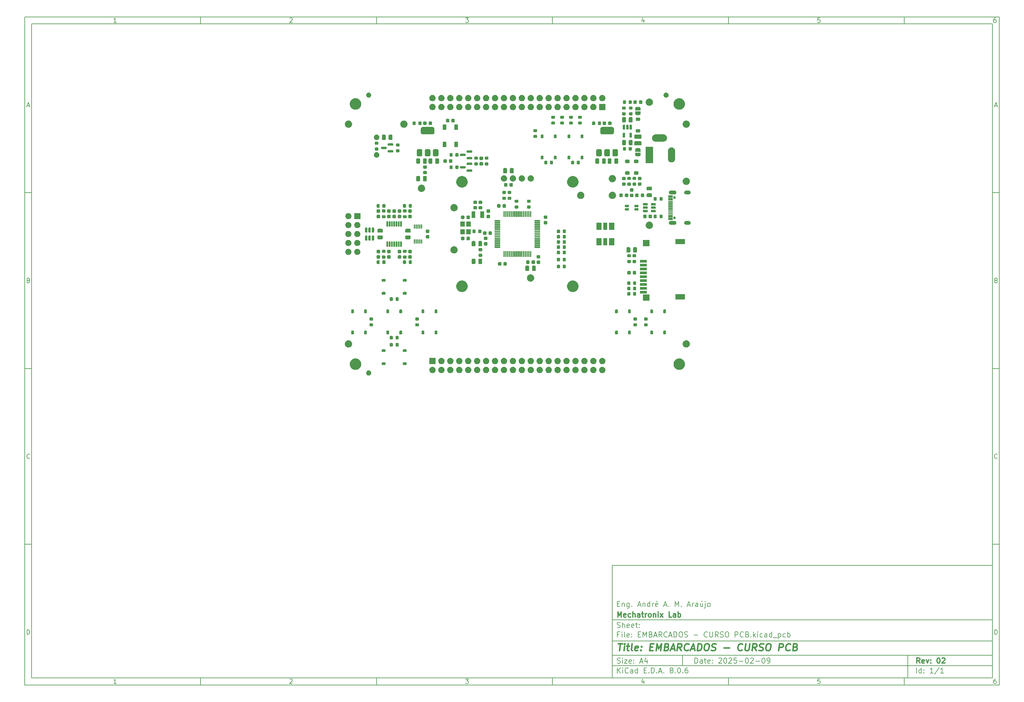
<source format=gbr>
%TF.GenerationSoftware,KiCad,Pcbnew,8.0.6*%
%TF.CreationDate,2025-02-09T14:35:08-03:00*%
%TF.ProjectId,EMBARCADOS - CURSO PCB,454d4241-5243-4414-944f-53202d204355,02*%
%TF.SameCoordinates,Original*%
%TF.FileFunction,Soldermask,Top*%
%TF.FilePolarity,Negative*%
%FSLAX46Y46*%
G04 Gerber Fmt 4.6, Leading zero omitted, Abs format (unit mm)*
G04 Created by KiCad (PCBNEW 8.0.6) date 2025-02-09 14:35:08*
%MOMM*%
%LPD*%
G01*
G04 APERTURE LIST*
%ADD10C,0.100000*%
%ADD11C,0.150000*%
%ADD12C,0.300000*%
%ADD13C,0.400000*%
G04 APERTURE END LIST*
D10*
D11*
X177002200Y-166007200D02*
X285002200Y-166007200D01*
X285002200Y-198007200D01*
X177002200Y-198007200D01*
X177002200Y-166007200D01*
D10*
D11*
X10000000Y-10000000D02*
X287002200Y-10000000D01*
X287002200Y-200007200D01*
X10000000Y-200007200D01*
X10000000Y-10000000D01*
D10*
D11*
X12000000Y-12000000D02*
X285002200Y-12000000D01*
X285002200Y-198007200D01*
X12000000Y-198007200D01*
X12000000Y-12000000D01*
D10*
D11*
X60000000Y-12000000D02*
X60000000Y-10000000D01*
D10*
D11*
X110000000Y-12000000D02*
X110000000Y-10000000D01*
D10*
D11*
X160000000Y-12000000D02*
X160000000Y-10000000D01*
D10*
D11*
X210000000Y-12000000D02*
X210000000Y-10000000D01*
D10*
D11*
X260000000Y-12000000D02*
X260000000Y-10000000D01*
D10*
D11*
X36089160Y-11593604D02*
X35346303Y-11593604D01*
X35717731Y-11593604D02*
X35717731Y-10293604D01*
X35717731Y-10293604D02*
X35593922Y-10479319D01*
X35593922Y-10479319D02*
X35470112Y-10603128D01*
X35470112Y-10603128D02*
X35346303Y-10665033D01*
D10*
D11*
X85346303Y-10417414D02*
X85408207Y-10355509D01*
X85408207Y-10355509D02*
X85532017Y-10293604D01*
X85532017Y-10293604D02*
X85841541Y-10293604D01*
X85841541Y-10293604D02*
X85965350Y-10355509D01*
X85965350Y-10355509D02*
X86027255Y-10417414D01*
X86027255Y-10417414D02*
X86089160Y-10541223D01*
X86089160Y-10541223D02*
X86089160Y-10665033D01*
X86089160Y-10665033D02*
X86027255Y-10850747D01*
X86027255Y-10850747D02*
X85284398Y-11593604D01*
X85284398Y-11593604D02*
X86089160Y-11593604D01*
D10*
D11*
X135284398Y-10293604D02*
X136089160Y-10293604D01*
X136089160Y-10293604D02*
X135655826Y-10788842D01*
X135655826Y-10788842D02*
X135841541Y-10788842D01*
X135841541Y-10788842D02*
X135965350Y-10850747D01*
X135965350Y-10850747D02*
X136027255Y-10912652D01*
X136027255Y-10912652D02*
X136089160Y-11036461D01*
X136089160Y-11036461D02*
X136089160Y-11345985D01*
X136089160Y-11345985D02*
X136027255Y-11469795D01*
X136027255Y-11469795D02*
X135965350Y-11531700D01*
X135965350Y-11531700D02*
X135841541Y-11593604D01*
X135841541Y-11593604D02*
X135470112Y-11593604D01*
X135470112Y-11593604D02*
X135346303Y-11531700D01*
X135346303Y-11531700D02*
X135284398Y-11469795D01*
D10*
D11*
X185965350Y-10726938D02*
X185965350Y-11593604D01*
X185655826Y-10231700D02*
X185346303Y-11160271D01*
X185346303Y-11160271D02*
X186151064Y-11160271D01*
D10*
D11*
X236027255Y-10293604D02*
X235408207Y-10293604D01*
X235408207Y-10293604D02*
X235346303Y-10912652D01*
X235346303Y-10912652D02*
X235408207Y-10850747D01*
X235408207Y-10850747D02*
X235532017Y-10788842D01*
X235532017Y-10788842D02*
X235841541Y-10788842D01*
X235841541Y-10788842D02*
X235965350Y-10850747D01*
X235965350Y-10850747D02*
X236027255Y-10912652D01*
X236027255Y-10912652D02*
X236089160Y-11036461D01*
X236089160Y-11036461D02*
X236089160Y-11345985D01*
X236089160Y-11345985D02*
X236027255Y-11469795D01*
X236027255Y-11469795D02*
X235965350Y-11531700D01*
X235965350Y-11531700D02*
X235841541Y-11593604D01*
X235841541Y-11593604D02*
X235532017Y-11593604D01*
X235532017Y-11593604D02*
X235408207Y-11531700D01*
X235408207Y-11531700D02*
X235346303Y-11469795D01*
D10*
D11*
X285965350Y-10293604D02*
X285717731Y-10293604D01*
X285717731Y-10293604D02*
X285593922Y-10355509D01*
X285593922Y-10355509D02*
X285532017Y-10417414D01*
X285532017Y-10417414D02*
X285408207Y-10603128D01*
X285408207Y-10603128D02*
X285346303Y-10850747D01*
X285346303Y-10850747D02*
X285346303Y-11345985D01*
X285346303Y-11345985D02*
X285408207Y-11469795D01*
X285408207Y-11469795D02*
X285470112Y-11531700D01*
X285470112Y-11531700D02*
X285593922Y-11593604D01*
X285593922Y-11593604D02*
X285841541Y-11593604D01*
X285841541Y-11593604D02*
X285965350Y-11531700D01*
X285965350Y-11531700D02*
X286027255Y-11469795D01*
X286027255Y-11469795D02*
X286089160Y-11345985D01*
X286089160Y-11345985D02*
X286089160Y-11036461D01*
X286089160Y-11036461D02*
X286027255Y-10912652D01*
X286027255Y-10912652D02*
X285965350Y-10850747D01*
X285965350Y-10850747D02*
X285841541Y-10788842D01*
X285841541Y-10788842D02*
X285593922Y-10788842D01*
X285593922Y-10788842D02*
X285470112Y-10850747D01*
X285470112Y-10850747D02*
X285408207Y-10912652D01*
X285408207Y-10912652D02*
X285346303Y-11036461D01*
D10*
D11*
X60000000Y-198007200D02*
X60000000Y-200007200D01*
D10*
D11*
X110000000Y-198007200D02*
X110000000Y-200007200D01*
D10*
D11*
X160000000Y-198007200D02*
X160000000Y-200007200D01*
D10*
D11*
X210000000Y-198007200D02*
X210000000Y-200007200D01*
D10*
D11*
X260000000Y-198007200D02*
X260000000Y-200007200D01*
D10*
D11*
X36089160Y-199600804D02*
X35346303Y-199600804D01*
X35717731Y-199600804D02*
X35717731Y-198300804D01*
X35717731Y-198300804D02*
X35593922Y-198486519D01*
X35593922Y-198486519D02*
X35470112Y-198610328D01*
X35470112Y-198610328D02*
X35346303Y-198672233D01*
D10*
D11*
X85346303Y-198424614D02*
X85408207Y-198362709D01*
X85408207Y-198362709D02*
X85532017Y-198300804D01*
X85532017Y-198300804D02*
X85841541Y-198300804D01*
X85841541Y-198300804D02*
X85965350Y-198362709D01*
X85965350Y-198362709D02*
X86027255Y-198424614D01*
X86027255Y-198424614D02*
X86089160Y-198548423D01*
X86089160Y-198548423D02*
X86089160Y-198672233D01*
X86089160Y-198672233D02*
X86027255Y-198857947D01*
X86027255Y-198857947D02*
X85284398Y-199600804D01*
X85284398Y-199600804D02*
X86089160Y-199600804D01*
D10*
D11*
X135284398Y-198300804D02*
X136089160Y-198300804D01*
X136089160Y-198300804D02*
X135655826Y-198796042D01*
X135655826Y-198796042D02*
X135841541Y-198796042D01*
X135841541Y-198796042D02*
X135965350Y-198857947D01*
X135965350Y-198857947D02*
X136027255Y-198919852D01*
X136027255Y-198919852D02*
X136089160Y-199043661D01*
X136089160Y-199043661D02*
X136089160Y-199353185D01*
X136089160Y-199353185D02*
X136027255Y-199476995D01*
X136027255Y-199476995D02*
X135965350Y-199538900D01*
X135965350Y-199538900D02*
X135841541Y-199600804D01*
X135841541Y-199600804D02*
X135470112Y-199600804D01*
X135470112Y-199600804D02*
X135346303Y-199538900D01*
X135346303Y-199538900D02*
X135284398Y-199476995D01*
D10*
D11*
X185965350Y-198734138D02*
X185965350Y-199600804D01*
X185655826Y-198238900D02*
X185346303Y-199167471D01*
X185346303Y-199167471D02*
X186151064Y-199167471D01*
D10*
D11*
X236027255Y-198300804D02*
X235408207Y-198300804D01*
X235408207Y-198300804D02*
X235346303Y-198919852D01*
X235346303Y-198919852D02*
X235408207Y-198857947D01*
X235408207Y-198857947D02*
X235532017Y-198796042D01*
X235532017Y-198796042D02*
X235841541Y-198796042D01*
X235841541Y-198796042D02*
X235965350Y-198857947D01*
X235965350Y-198857947D02*
X236027255Y-198919852D01*
X236027255Y-198919852D02*
X236089160Y-199043661D01*
X236089160Y-199043661D02*
X236089160Y-199353185D01*
X236089160Y-199353185D02*
X236027255Y-199476995D01*
X236027255Y-199476995D02*
X235965350Y-199538900D01*
X235965350Y-199538900D02*
X235841541Y-199600804D01*
X235841541Y-199600804D02*
X235532017Y-199600804D01*
X235532017Y-199600804D02*
X235408207Y-199538900D01*
X235408207Y-199538900D02*
X235346303Y-199476995D01*
D10*
D11*
X285965350Y-198300804D02*
X285717731Y-198300804D01*
X285717731Y-198300804D02*
X285593922Y-198362709D01*
X285593922Y-198362709D02*
X285532017Y-198424614D01*
X285532017Y-198424614D02*
X285408207Y-198610328D01*
X285408207Y-198610328D02*
X285346303Y-198857947D01*
X285346303Y-198857947D02*
X285346303Y-199353185D01*
X285346303Y-199353185D02*
X285408207Y-199476995D01*
X285408207Y-199476995D02*
X285470112Y-199538900D01*
X285470112Y-199538900D02*
X285593922Y-199600804D01*
X285593922Y-199600804D02*
X285841541Y-199600804D01*
X285841541Y-199600804D02*
X285965350Y-199538900D01*
X285965350Y-199538900D02*
X286027255Y-199476995D01*
X286027255Y-199476995D02*
X286089160Y-199353185D01*
X286089160Y-199353185D02*
X286089160Y-199043661D01*
X286089160Y-199043661D02*
X286027255Y-198919852D01*
X286027255Y-198919852D02*
X285965350Y-198857947D01*
X285965350Y-198857947D02*
X285841541Y-198796042D01*
X285841541Y-198796042D02*
X285593922Y-198796042D01*
X285593922Y-198796042D02*
X285470112Y-198857947D01*
X285470112Y-198857947D02*
X285408207Y-198919852D01*
X285408207Y-198919852D02*
X285346303Y-199043661D01*
D10*
D11*
X10000000Y-60000000D02*
X12000000Y-60000000D01*
D10*
D11*
X10000000Y-110000000D02*
X12000000Y-110000000D01*
D10*
D11*
X10000000Y-160000000D02*
X12000000Y-160000000D01*
D10*
D11*
X10690476Y-35222176D02*
X11309523Y-35222176D01*
X10566666Y-35593604D02*
X10999999Y-34293604D01*
X10999999Y-34293604D02*
X11433333Y-35593604D01*
D10*
D11*
X11092857Y-84912652D02*
X11278571Y-84974557D01*
X11278571Y-84974557D02*
X11340476Y-85036461D01*
X11340476Y-85036461D02*
X11402380Y-85160271D01*
X11402380Y-85160271D02*
X11402380Y-85345985D01*
X11402380Y-85345985D02*
X11340476Y-85469795D01*
X11340476Y-85469795D02*
X11278571Y-85531700D01*
X11278571Y-85531700D02*
X11154761Y-85593604D01*
X11154761Y-85593604D02*
X10659523Y-85593604D01*
X10659523Y-85593604D02*
X10659523Y-84293604D01*
X10659523Y-84293604D02*
X11092857Y-84293604D01*
X11092857Y-84293604D02*
X11216666Y-84355509D01*
X11216666Y-84355509D02*
X11278571Y-84417414D01*
X11278571Y-84417414D02*
X11340476Y-84541223D01*
X11340476Y-84541223D02*
X11340476Y-84665033D01*
X11340476Y-84665033D02*
X11278571Y-84788842D01*
X11278571Y-84788842D02*
X11216666Y-84850747D01*
X11216666Y-84850747D02*
X11092857Y-84912652D01*
X11092857Y-84912652D02*
X10659523Y-84912652D01*
D10*
D11*
X11402380Y-135469795D02*
X11340476Y-135531700D01*
X11340476Y-135531700D02*
X11154761Y-135593604D01*
X11154761Y-135593604D02*
X11030952Y-135593604D01*
X11030952Y-135593604D02*
X10845238Y-135531700D01*
X10845238Y-135531700D02*
X10721428Y-135407890D01*
X10721428Y-135407890D02*
X10659523Y-135284080D01*
X10659523Y-135284080D02*
X10597619Y-135036461D01*
X10597619Y-135036461D02*
X10597619Y-134850747D01*
X10597619Y-134850747D02*
X10659523Y-134603128D01*
X10659523Y-134603128D02*
X10721428Y-134479319D01*
X10721428Y-134479319D02*
X10845238Y-134355509D01*
X10845238Y-134355509D02*
X11030952Y-134293604D01*
X11030952Y-134293604D02*
X11154761Y-134293604D01*
X11154761Y-134293604D02*
X11340476Y-134355509D01*
X11340476Y-134355509D02*
X11402380Y-134417414D01*
D10*
D11*
X10659523Y-185593604D02*
X10659523Y-184293604D01*
X10659523Y-184293604D02*
X10969047Y-184293604D01*
X10969047Y-184293604D02*
X11154761Y-184355509D01*
X11154761Y-184355509D02*
X11278571Y-184479319D01*
X11278571Y-184479319D02*
X11340476Y-184603128D01*
X11340476Y-184603128D02*
X11402380Y-184850747D01*
X11402380Y-184850747D02*
X11402380Y-185036461D01*
X11402380Y-185036461D02*
X11340476Y-185284080D01*
X11340476Y-185284080D02*
X11278571Y-185407890D01*
X11278571Y-185407890D02*
X11154761Y-185531700D01*
X11154761Y-185531700D02*
X10969047Y-185593604D01*
X10969047Y-185593604D02*
X10659523Y-185593604D01*
D10*
D11*
X287002200Y-60000000D02*
X285002200Y-60000000D01*
D10*
D11*
X287002200Y-110000000D02*
X285002200Y-110000000D01*
D10*
D11*
X287002200Y-160000000D02*
X285002200Y-160000000D01*
D10*
D11*
X285692676Y-35222176D02*
X286311723Y-35222176D01*
X285568866Y-35593604D02*
X286002199Y-34293604D01*
X286002199Y-34293604D02*
X286435533Y-35593604D01*
D10*
D11*
X286095057Y-84912652D02*
X286280771Y-84974557D01*
X286280771Y-84974557D02*
X286342676Y-85036461D01*
X286342676Y-85036461D02*
X286404580Y-85160271D01*
X286404580Y-85160271D02*
X286404580Y-85345985D01*
X286404580Y-85345985D02*
X286342676Y-85469795D01*
X286342676Y-85469795D02*
X286280771Y-85531700D01*
X286280771Y-85531700D02*
X286156961Y-85593604D01*
X286156961Y-85593604D02*
X285661723Y-85593604D01*
X285661723Y-85593604D02*
X285661723Y-84293604D01*
X285661723Y-84293604D02*
X286095057Y-84293604D01*
X286095057Y-84293604D02*
X286218866Y-84355509D01*
X286218866Y-84355509D02*
X286280771Y-84417414D01*
X286280771Y-84417414D02*
X286342676Y-84541223D01*
X286342676Y-84541223D02*
X286342676Y-84665033D01*
X286342676Y-84665033D02*
X286280771Y-84788842D01*
X286280771Y-84788842D02*
X286218866Y-84850747D01*
X286218866Y-84850747D02*
X286095057Y-84912652D01*
X286095057Y-84912652D02*
X285661723Y-84912652D01*
D10*
D11*
X286404580Y-135469795D02*
X286342676Y-135531700D01*
X286342676Y-135531700D02*
X286156961Y-135593604D01*
X286156961Y-135593604D02*
X286033152Y-135593604D01*
X286033152Y-135593604D02*
X285847438Y-135531700D01*
X285847438Y-135531700D02*
X285723628Y-135407890D01*
X285723628Y-135407890D02*
X285661723Y-135284080D01*
X285661723Y-135284080D02*
X285599819Y-135036461D01*
X285599819Y-135036461D02*
X285599819Y-134850747D01*
X285599819Y-134850747D02*
X285661723Y-134603128D01*
X285661723Y-134603128D02*
X285723628Y-134479319D01*
X285723628Y-134479319D02*
X285847438Y-134355509D01*
X285847438Y-134355509D02*
X286033152Y-134293604D01*
X286033152Y-134293604D02*
X286156961Y-134293604D01*
X286156961Y-134293604D02*
X286342676Y-134355509D01*
X286342676Y-134355509D02*
X286404580Y-134417414D01*
D10*
D11*
X285661723Y-185593604D02*
X285661723Y-184293604D01*
X285661723Y-184293604D02*
X285971247Y-184293604D01*
X285971247Y-184293604D02*
X286156961Y-184355509D01*
X286156961Y-184355509D02*
X286280771Y-184479319D01*
X286280771Y-184479319D02*
X286342676Y-184603128D01*
X286342676Y-184603128D02*
X286404580Y-184850747D01*
X286404580Y-184850747D02*
X286404580Y-185036461D01*
X286404580Y-185036461D02*
X286342676Y-185284080D01*
X286342676Y-185284080D02*
X286280771Y-185407890D01*
X286280771Y-185407890D02*
X286156961Y-185531700D01*
X286156961Y-185531700D02*
X285971247Y-185593604D01*
X285971247Y-185593604D02*
X285661723Y-185593604D01*
D10*
D11*
X200458026Y-193793328D02*
X200458026Y-192293328D01*
X200458026Y-192293328D02*
X200815169Y-192293328D01*
X200815169Y-192293328D02*
X201029455Y-192364757D01*
X201029455Y-192364757D02*
X201172312Y-192507614D01*
X201172312Y-192507614D02*
X201243741Y-192650471D01*
X201243741Y-192650471D02*
X201315169Y-192936185D01*
X201315169Y-192936185D02*
X201315169Y-193150471D01*
X201315169Y-193150471D02*
X201243741Y-193436185D01*
X201243741Y-193436185D02*
X201172312Y-193579042D01*
X201172312Y-193579042D02*
X201029455Y-193721900D01*
X201029455Y-193721900D02*
X200815169Y-193793328D01*
X200815169Y-193793328D02*
X200458026Y-193793328D01*
X202600884Y-193793328D02*
X202600884Y-193007614D01*
X202600884Y-193007614D02*
X202529455Y-192864757D01*
X202529455Y-192864757D02*
X202386598Y-192793328D01*
X202386598Y-192793328D02*
X202100884Y-192793328D01*
X202100884Y-192793328D02*
X201958026Y-192864757D01*
X202600884Y-193721900D02*
X202458026Y-193793328D01*
X202458026Y-193793328D02*
X202100884Y-193793328D01*
X202100884Y-193793328D02*
X201958026Y-193721900D01*
X201958026Y-193721900D02*
X201886598Y-193579042D01*
X201886598Y-193579042D02*
X201886598Y-193436185D01*
X201886598Y-193436185D02*
X201958026Y-193293328D01*
X201958026Y-193293328D02*
X202100884Y-193221900D01*
X202100884Y-193221900D02*
X202458026Y-193221900D01*
X202458026Y-193221900D02*
X202600884Y-193150471D01*
X203100884Y-192793328D02*
X203672312Y-192793328D01*
X203315169Y-192293328D02*
X203315169Y-193579042D01*
X203315169Y-193579042D02*
X203386598Y-193721900D01*
X203386598Y-193721900D02*
X203529455Y-193793328D01*
X203529455Y-193793328D02*
X203672312Y-193793328D01*
X204743741Y-193721900D02*
X204600884Y-193793328D01*
X204600884Y-193793328D02*
X204315170Y-193793328D01*
X204315170Y-193793328D02*
X204172312Y-193721900D01*
X204172312Y-193721900D02*
X204100884Y-193579042D01*
X204100884Y-193579042D02*
X204100884Y-193007614D01*
X204100884Y-193007614D02*
X204172312Y-192864757D01*
X204172312Y-192864757D02*
X204315170Y-192793328D01*
X204315170Y-192793328D02*
X204600884Y-192793328D01*
X204600884Y-192793328D02*
X204743741Y-192864757D01*
X204743741Y-192864757D02*
X204815170Y-193007614D01*
X204815170Y-193007614D02*
X204815170Y-193150471D01*
X204815170Y-193150471D02*
X204100884Y-193293328D01*
X205458026Y-193650471D02*
X205529455Y-193721900D01*
X205529455Y-193721900D02*
X205458026Y-193793328D01*
X205458026Y-193793328D02*
X205386598Y-193721900D01*
X205386598Y-193721900D02*
X205458026Y-193650471D01*
X205458026Y-193650471D02*
X205458026Y-193793328D01*
X205458026Y-192864757D02*
X205529455Y-192936185D01*
X205529455Y-192936185D02*
X205458026Y-193007614D01*
X205458026Y-193007614D02*
X205386598Y-192936185D01*
X205386598Y-192936185D02*
X205458026Y-192864757D01*
X205458026Y-192864757D02*
X205458026Y-193007614D01*
X207243741Y-192436185D02*
X207315169Y-192364757D01*
X207315169Y-192364757D02*
X207458027Y-192293328D01*
X207458027Y-192293328D02*
X207815169Y-192293328D01*
X207815169Y-192293328D02*
X207958027Y-192364757D01*
X207958027Y-192364757D02*
X208029455Y-192436185D01*
X208029455Y-192436185D02*
X208100884Y-192579042D01*
X208100884Y-192579042D02*
X208100884Y-192721900D01*
X208100884Y-192721900D02*
X208029455Y-192936185D01*
X208029455Y-192936185D02*
X207172312Y-193793328D01*
X207172312Y-193793328D02*
X208100884Y-193793328D01*
X209029455Y-192293328D02*
X209172312Y-192293328D01*
X209172312Y-192293328D02*
X209315169Y-192364757D01*
X209315169Y-192364757D02*
X209386598Y-192436185D01*
X209386598Y-192436185D02*
X209458026Y-192579042D01*
X209458026Y-192579042D02*
X209529455Y-192864757D01*
X209529455Y-192864757D02*
X209529455Y-193221900D01*
X209529455Y-193221900D02*
X209458026Y-193507614D01*
X209458026Y-193507614D02*
X209386598Y-193650471D01*
X209386598Y-193650471D02*
X209315169Y-193721900D01*
X209315169Y-193721900D02*
X209172312Y-193793328D01*
X209172312Y-193793328D02*
X209029455Y-193793328D01*
X209029455Y-193793328D02*
X208886598Y-193721900D01*
X208886598Y-193721900D02*
X208815169Y-193650471D01*
X208815169Y-193650471D02*
X208743740Y-193507614D01*
X208743740Y-193507614D02*
X208672312Y-193221900D01*
X208672312Y-193221900D02*
X208672312Y-192864757D01*
X208672312Y-192864757D02*
X208743740Y-192579042D01*
X208743740Y-192579042D02*
X208815169Y-192436185D01*
X208815169Y-192436185D02*
X208886598Y-192364757D01*
X208886598Y-192364757D02*
X209029455Y-192293328D01*
X210100883Y-192436185D02*
X210172311Y-192364757D01*
X210172311Y-192364757D02*
X210315169Y-192293328D01*
X210315169Y-192293328D02*
X210672311Y-192293328D01*
X210672311Y-192293328D02*
X210815169Y-192364757D01*
X210815169Y-192364757D02*
X210886597Y-192436185D01*
X210886597Y-192436185D02*
X210958026Y-192579042D01*
X210958026Y-192579042D02*
X210958026Y-192721900D01*
X210958026Y-192721900D02*
X210886597Y-192936185D01*
X210886597Y-192936185D02*
X210029454Y-193793328D01*
X210029454Y-193793328D02*
X210958026Y-193793328D01*
X212315168Y-192293328D02*
X211600882Y-192293328D01*
X211600882Y-192293328D02*
X211529454Y-193007614D01*
X211529454Y-193007614D02*
X211600882Y-192936185D01*
X211600882Y-192936185D02*
X211743740Y-192864757D01*
X211743740Y-192864757D02*
X212100882Y-192864757D01*
X212100882Y-192864757D02*
X212243740Y-192936185D01*
X212243740Y-192936185D02*
X212315168Y-193007614D01*
X212315168Y-193007614D02*
X212386597Y-193150471D01*
X212386597Y-193150471D02*
X212386597Y-193507614D01*
X212386597Y-193507614D02*
X212315168Y-193650471D01*
X212315168Y-193650471D02*
X212243740Y-193721900D01*
X212243740Y-193721900D02*
X212100882Y-193793328D01*
X212100882Y-193793328D02*
X211743740Y-193793328D01*
X211743740Y-193793328D02*
X211600882Y-193721900D01*
X211600882Y-193721900D02*
X211529454Y-193650471D01*
X213029453Y-193221900D02*
X214172311Y-193221900D01*
X215172311Y-192293328D02*
X215315168Y-192293328D01*
X215315168Y-192293328D02*
X215458025Y-192364757D01*
X215458025Y-192364757D02*
X215529454Y-192436185D01*
X215529454Y-192436185D02*
X215600882Y-192579042D01*
X215600882Y-192579042D02*
X215672311Y-192864757D01*
X215672311Y-192864757D02*
X215672311Y-193221900D01*
X215672311Y-193221900D02*
X215600882Y-193507614D01*
X215600882Y-193507614D02*
X215529454Y-193650471D01*
X215529454Y-193650471D02*
X215458025Y-193721900D01*
X215458025Y-193721900D02*
X215315168Y-193793328D01*
X215315168Y-193793328D02*
X215172311Y-193793328D01*
X215172311Y-193793328D02*
X215029454Y-193721900D01*
X215029454Y-193721900D02*
X214958025Y-193650471D01*
X214958025Y-193650471D02*
X214886596Y-193507614D01*
X214886596Y-193507614D02*
X214815168Y-193221900D01*
X214815168Y-193221900D02*
X214815168Y-192864757D01*
X214815168Y-192864757D02*
X214886596Y-192579042D01*
X214886596Y-192579042D02*
X214958025Y-192436185D01*
X214958025Y-192436185D02*
X215029454Y-192364757D01*
X215029454Y-192364757D02*
X215172311Y-192293328D01*
X216243739Y-192436185D02*
X216315167Y-192364757D01*
X216315167Y-192364757D02*
X216458025Y-192293328D01*
X216458025Y-192293328D02*
X216815167Y-192293328D01*
X216815167Y-192293328D02*
X216958025Y-192364757D01*
X216958025Y-192364757D02*
X217029453Y-192436185D01*
X217029453Y-192436185D02*
X217100882Y-192579042D01*
X217100882Y-192579042D02*
X217100882Y-192721900D01*
X217100882Y-192721900D02*
X217029453Y-192936185D01*
X217029453Y-192936185D02*
X216172310Y-193793328D01*
X216172310Y-193793328D02*
X217100882Y-193793328D01*
X217743738Y-193221900D02*
X218886596Y-193221900D01*
X219886596Y-192293328D02*
X220029453Y-192293328D01*
X220029453Y-192293328D02*
X220172310Y-192364757D01*
X220172310Y-192364757D02*
X220243739Y-192436185D01*
X220243739Y-192436185D02*
X220315167Y-192579042D01*
X220315167Y-192579042D02*
X220386596Y-192864757D01*
X220386596Y-192864757D02*
X220386596Y-193221900D01*
X220386596Y-193221900D02*
X220315167Y-193507614D01*
X220315167Y-193507614D02*
X220243739Y-193650471D01*
X220243739Y-193650471D02*
X220172310Y-193721900D01*
X220172310Y-193721900D02*
X220029453Y-193793328D01*
X220029453Y-193793328D02*
X219886596Y-193793328D01*
X219886596Y-193793328D02*
X219743739Y-193721900D01*
X219743739Y-193721900D02*
X219672310Y-193650471D01*
X219672310Y-193650471D02*
X219600881Y-193507614D01*
X219600881Y-193507614D02*
X219529453Y-193221900D01*
X219529453Y-193221900D02*
X219529453Y-192864757D01*
X219529453Y-192864757D02*
X219600881Y-192579042D01*
X219600881Y-192579042D02*
X219672310Y-192436185D01*
X219672310Y-192436185D02*
X219743739Y-192364757D01*
X219743739Y-192364757D02*
X219886596Y-192293328D01*
X221100881Y-193793328D02*
X221386595Y-193793328D01*
X221386595Y-193793328D02*
X221529452Y-193721900D01*
X221529452Y-193721900D02*
X221600881Y-193650471D01*
X221600881Y-193650471D02*
X221743738Y-193436185D01*
X221743738Y-193436185D02*
X221815167Y-193150471D01*
X221815167Y-193150471D02*
X221815167Y-192579042D01*
X221815167Y-192579042D02*
X221743738Y-192436185D01*
X221743738Y-192436185D02*
X221672310Y-192364757D01*
X221672310Y-192364757D02*
X221529452Y-192293328D01*
X221529452Y-192293328D02*
X221243738Y-192293328D01*
X221243738Y-192293328D02*
X221100881Y-192364757D01*
X221100881Y-192364757D02*
X221029452Y-192436185D01*
X221029452Y-192436185D02*
X220958024Y-192579042D01*
X220958024Y-192579042D02*
X220958024Y-192936185D01*
X220958024Y-192936185D02*
X221029452Y-193079042D01*
X221029452Y-193079042D02*
X221100881Y-193150471D01*
X221100881Y-193150471D02*
X221243738Y-193221900D01*
X221243738Y-193221900D02*
X221529452Y-193221900D01*
X221529452Y-193221900D02*
X221672310Y-193150471D01*
X221672310Y-193150471D02*
X221743738Y-193079042D01*
X221743738Y-193079042D02*
X221815167Y-192936185D01*
D10*
D11*
X177002200Y-194507200D02*
X285002200Y-194507200D01*
D10*
D11*
X178458026Y-196593328D02*
X178458026Y-195093328D01*
X179315169Y-196593328D02*
X178672312Y-195736185D01*
X179315169Y-195093328D02*
X178458026Y-195950471D01*
X179958026Y-196593328D02*
X179958026Y-195593328D01*
X179958026Y-195093328D02*
X179886598Y-195164757D01*
X179886598Y-195164757D02*
X179958026Y-195236185D01*
X179958026Y-195236185D02*
X180029455Y-195164757D01*
X180029455Y-195164757D02*
X179958026Y-195093328D01*
X179958026Y-195093328D02*
X179958026Y-195236185D01*
X181529455Y-196450471D02*
X181458027Y-196521900D01*
X181458027Y-196521900D02*
X181243741Y-196593328D01*
X181243741Y-196593328D02*
X181100884Y-196593328D01*
X181100884Y-196593328D02*
X180886598Y-196521900D01*
X180886598Y-196521900D02*
X180743741Y-196379042D01*
X180743741Y-196379042D02*
X180672312Y-196236185D01*
X180672312Y-196236185D02*
X180600884Y-195950471D01*
X180600884Y-195950471D02*
X180600884Y-195736185D01*
X180600884Y-195736185D02*
X180672312Y-195450471D01*
X180672312Y-195450471D02*
X180743741Y-195307614D01*
X180743741Y-195307614D02*
X180886598Y-195164757D01*
X180886598Y-195164757D02*
X181100884Y-195093328D01*
X181100884Y-195093328D02*
X181243741Y-195093328D01*
X181243741Y-195093328D02*
X181458027Y-195164757D01*
X181458027Y-195164757D02*
X181529455Y-195236185D01*
X182815170Y-196593328D02*
X182815170Y-195807614D01*
X182815170Y-195807614D02*
X182743741Y-195664757D01*
X182743741Y-195664757D02*
X182600884Y-195593328D01*
X182600884Y-195593328D02*
X182315170Y-195593328D01*
X182315170Y-195593328D02*
X182172312Y-195664757D01*
X182815170Y-196521900D02*
X182672312Y-196593328D01*
X182672312Y-196593328D02*
X182315170Y-196593328D01*
X182315170Y-196593328D02*
X182172312Y-196521900D01*
X182172312Y-196521900D02*
X182100884Y-196379042D01*
X182100884Y-196379042D02*
X182100884Y-196236185D01*
X182100884Y-196236185D02*
X182172312Y-196093328D01*
X182172312Y-196093328D02*
X182315170Y-196021900D01*
X182315170Y-196021900D02*
X182672312Y-196021900D01*
X182672312Y-196021900D02*
X182815170Y-195950471D01*
X184172313Y-196593328D02*
X184172313Y-195093328D01*
X184172313Y-196521900D02*
X184029455Y-196593328D01*
X184029455Y-196593328D02*
X183743741Y-196593328D01*
X183743741Y-196593328D02*
X183600884Y-196521900D01*
X183600884Y-196521900D02*
X183529455Y-196450471D01*
X183529455Y-196450471D02*
X183458027Y-196307614D01*
X183458027Y-196307614D02*
X183458027Y-195879042D01*
X183458027Y-195879042D02*
X183529455Y-195736185D01*
X183529455Y-195736185D02*
X183600884Y-195664757D01*
X183600884Y-195664757D02*
X183743741Y-195593328D01*
X183743741Y-195593328D02*
X184029455Y-195593328D01*
X184029455Y-195593328D02*
X184172313Y-195664757D01*
X186029455Y-195807614D02*
X186529455Y-195807614D01*
X186743741Y-196593328D02*
X186029455Y-196593328D01*
X186029455Y-196593328D02*
X186029455Y-195093328D01*
X186029455Y-195093328D02*
X186743741Y-195093328D01*
X187386598Y-196450471D02*
X187458027Y-196521900D01*
X187458027Y-196521900D02*
X187386598Y-196593328D01*
X187386598Y-196593328D02*
X187315170Y-196521900D01*
X187315170Y-196521900D02*
X187386598Y-196450471D01*
X187386598Y-196450471D02*
X187386598Y-196593328D01*
X188100884Y-196593328D02*
X188100884Y-195093328D01*
X188100884Y-195093328D02*
X188458027Y-195093328D01*
X188458027Y-195093328D02*
X188672313Y-195164757D01*
X188672313Y-195164757D02*
X188815170Y-195307614D01*
X188815170Y-195307614D02*
X188886599Y-195450471D01*
X188886599Y-195450471D02*
X188958027Y-195736185D01*
X188958027Y-195736185D02*
X188958027Y-195950471D01*
X188958027Y-195950471D02*
X188886599Y-196236185D01*
X188886599Y-196236185D02*
X188815170Y-196379042D01*
X188815170Y-196379042D02*
X188672313Y-196521900D01*
X188672313Y-196521900D02*
X188458027Y-196593328D01*
X188458027Y-196593328D02*
X188100884Y-196593328D01*
X189600884Y-196450471D02*
X189672313Y-196521900D01*
X189672313Y-196521900D02*
X189600884Y-196593328D01*
X189600884Y-196593328D02*
X189529456Y-196521900D01*
X189529456Y-196521900D02*
X189600884Y-196450471D01*
X189600884Y-196450471D02*
X189600884Y-196593328D01*
X190243742Y-196164757D02*
X190958028Y-196164757D01*
X190100885Y-196593328D02*
X190600885Y-195093328D01*
X190600885Y-195093328D02*
X191100885Y-196593328D01*
X191600884Y-196450471D02*
X191672313Y-196521900D01*
X191672313Y-196521900D02*
X191600884Y-196593328D01*
X191600884Y-196593328D02*
X191529456Y-196521900D01*
X191529456Y-196521900D02*
X191600884Y-196450471D01*
X191600884Y-196450471D02*
X191600884Y-196593328D01*
X193672313Y-195736185D02*
X193529456Y-195664757D01*
X193529456Y-195664757D02*
X193458027Y-195593328D01*
X193458027Y-195593328D02*
X193386599Y-195450471D01*
X193386599Y-195450471D02*
X193386599Y-195379042D01*
X193386599Y-195379042D02*
X193458027Y-195236185D01*
X193458027Y-195236185D02*
X193529456Y-195164757D01*
X193529456Y-195164757D02*
X193672313Y-195093328D01*
X193672313Y-195093328D02*
X193958027Y-195093328D01*
X193958027Y-195093328D02*
X194100885Y-195164757D01*
X194100885Y-195164757D02*
X194172313Y-195236185D01*
X194172313Y-195236185D02*
X194243742Y-195379042D01*
X194243742Y-195379042D02*
X194243742Y-195450471D01*
X194243742Y-195450471D02*
X194172313Y-195593328D01*
X194172313Y-195593328D02*
X194100885Y-195664757D01*
X194100885Y-195664757D02*
X193958027Y-195736185D01*
X193958027Y-195736185D02*
X193672313Y-195736185D01*
X193672313Y-195736185D02*
X193529456Y-195807614D01*
X193529456Y-195807614D02*
X193458027Y-195879042D01*
X193458027Y-195879042D02*
X193386599Y-196021900D01*
X193386599Y-196021900D02*
X193386599Y-196307614D01*
X193386599Y-196307614D02*
X193458027Y-196450471D01*
X193458027Y-196450471D02*
X193529456Y-196521900D01*
X193529456Y-196521900D02*
X193672313Y-196593328D01*
X193672313Y-196593328D02*
X193958027Y-196593328D01*
X193958027Y-196593328D02*
X194100885Y-196521900D01*
X194100885Y-196521900D02*
X194172313Y-196450471D01*
X194172313Y-196450471D02*
X194243742Y-196307614D01*
X194243742Y-196307614D02*
X194243742Y-196021900D01*
X194243742Y-196021900D02*
X194172313Y-195879042D01*
X194172313Y-195879042D02*
X194100885Y-195807614D01*
X194100885Y-195807614D02*
X193958027Y-195736185D01*
X194886598Y-196450471D02*
X194958027Y-196521900D01*
X194958027Y-196521900D02*
X194886598Y-196593328D01*
X194886598Y-196593328D02*
X194815170Y-196521900D01*
X194815170Y-196521900D02*
X194886598Y-196450471D01*
X194886598Y-196450471D02*
X194886598Y-196593328D01*
X195886599Y-195093328D02*
X196029456Y-195093328D01*
X196029456Y-195093328D02*
X196172313Y-195164757D01*
X196172313Y-195164757D02*
X196243742Y-195236185D01*
X196243742Y-195236185D02*
X196315170Y-195379042D01*
X196315170Y-195379042D02*
X196386599Y-195664757D01*
X196386599Y-195664757D02*
X196386599Y-196021900D01*
X196386599Y-196021900D02*
X196315170Y-196307614D01*
X196315170Y-196307614D02*
X196243742Y-196450471D01*
X196243742Y-196450471D02*
X196172313Y-196521900D01*
X196172313Y-196521900D02*
X196029456Y-196593328D01*
X196029456Y-196593328D02*
X195886599Y-196593328D01*
X195886599Y-196593328D02*
X195743742Y-196521900D01*
X195743742Y-196521900D02*
X195672313Y-196450471D01*
X195672313Y-196450471D02*
X195600884Y-196307614D01*
X195600884Y-196307614D02*
X195529456Y-196021900D01*
X195529456Y-196021900D02*
X195529456Y-195664757D01*
X195529456Y-195664757D02*
X195600884Y-195379042D01*
X195600884Y-195379042D02*
X195672313Y-195236185D01*
X195672313Y-195236185D02*
X195743742Y-195164757D01*
X195743742Y-195164757D02*
X195886599Y-195093328D01*
X197029455Y-196450471D02*
X197100884Y-196521900D01*
X197100884Y-196521900D02*
X197029455Y-196593328D01*
X197029455Y-196593328D02*
X196958027Y-196521900D01*
X196958027Y-196521900D02*
X197029455Y-196450471D01*
X197029455Y-196450471D02*
X197029455Y-196593328D01*
X198386599Y-195093328D02*
X198100884Y-195093328D01*
X198100884Y-195093328D02*
X197958027Y-195164757D01*
X197958027Y-195164757D02*
X197886599Y-195236185D01*
X197886599Y-195236185D02*
X197743741Y-195450471D01*
X197743741Y-195450471D02*
X197672313Y-195736185D01*
X197672313Y-195736185D02*
X197672313Y-196307614D01*
X197672313Y-196307614D02*
X197743741Y-196450471D01*
X197743741Y-196450471D02*
X197815170Y-196521900D01*
X197815170Y-196521900D02*
X197958027Y-196593328D01*
X197958027Y-196593328D02*
X198243741Y-196593328D01*
X198243741Y-196593328D02*
X198386599Y-196521900D01*
X198386599Y-196521900D02*
X198458027Y-196450471D01*
X198458027Y-196450471D02*
X198529456Y-196307614D01*
X198529456Y-196307614D02*
X198529456Y-195950471D01*
X198529456Y-195950471D02*
X198458027Y-195807614D01*
X198458027Y-195807614D02*
X198386599Y-195736185D01*
X198386599Y-195736185D02*
X198243741Y-195664757D01*
X198243741Y-195664757D02*
X197958027Y-195664757D01*
X197958027Y-195664757D02*
X197815170Y-195736185D01*
X197815170Y-195736185D02*
X197743741Y-195807614D01*
X197743741Y-195807614D02*
X197672313Y-195950471D01*
D10*
D11*
X177002200Y-191507200D02*
X285002200Y-191507200D01*
D10*
D12*
X264413853Y-193785528D02*
X263913853Y-193071242D01*
X263556710Y-193785528D02*
X263556710Y-192285528D01*
X263556710Y-192285528D02*
X264128139Y-192285528D01*
X264128139Y-192285528D02*
X264270996Y-192356957D01*
X264270996Y-192356957D02*
X264342425Y-192428385D01*
X264342425Y-192428385D02*
X264413853Y-192571242D01*
X264413853Y-192571242D02*
X264413853Y-192785528D01*
X264413853Y-192785528D02*
X264342425Y-192928385D01*
X264342425Y-192928385D02*
X264270996Y-192999814D01*
X264270996Y-192999814D02*
X264128139Y-193071242D01*
X264128139Y-193071242D02*
X263556710Y-193071242D01*
X265628139Y-193714100D02*
X265485282Y-193785528D01*
X265485282Y-193785528D02*
X265199568Y-193785528D01*
X265199568Y-193785528D02*
X265056710Y-193714100D01*
X265056710Y-193714100D02*
X264985282Y-193571242D01*
X264985282Y-193571242D02*
X264985282Y-192999814D01*
X264985282Y-192999814D02*
X265056710Y-192856957D01*
X265056710Y-192856957D02*
X265199568Y-192785528D01*
X265199568Y-192785528D02*
X265485282Y-192785528D01*
X265485282Y-192785528D02*
X265628139Y-192856957D01*
X265628139Y-192856957D02*
X265699568Y-192999814D01*
X265699568Y-192999814D02*
X265699568Y-193142671D01*
X265699568Y-193142671D02*
X264985282Y-193285528D01*
X266199567Y-192785528D02*
X266556710Y-193785528D01*
X266556710Y-193785528D02*
X266913853Y-192785528D01*
X267485281Y-193642671D02*
X267556710Y-193714100D01*
X267556710Y-193714100D02*
X267485281Y-193785528D01*
X267485281Y-193785528D02*
X267413853Y-193714100D01*
X267413853Y-193714100D02*
X267485281Y-193642671D01*
X267485281Y-193642671D02*
X267485281Y-193785528D01*
X267485281Y-192856957D02*
X267556710Y-192928385D01*
X267556710Y-192928385D02*
X267485281Y-192999814D01*
X267485281Y-192999814D02*
X267413853Y-192928385D01*
X267413853Y-192928385D02*
X267485281Y-192856957D01*
X267485281Y-192856957D02*
X267485281Y-192999814D01*
X269628139Y-192285528D02*
X269770996Y-192285528D01*
X269770996Y-192285528D02*
X269913853Y-192356957D01*
X269913853Y-192356957D02*
X269985282Y-192428385D01*
X269985282Y-192428385D02*
X270056710Y-192571242D01*
X270056710Y-192571242D02*
X270128139Y-192856957D01*
X270128139Y-192856957D02*
X270128139Y-193214100D01*
X270128139Y-193214100D02*
X270056710Y-193499814D01*
X270056710Y-193499814D02*
X269985282Y-193642671D01*
X269985282Y-193642671D02*
X269913853Y-193714100D01*
X269913853Y-193714100D02*
X269770996Y-193785528D01*
X269770996Y-193785528D02*
X269628139Y-193785528D01*
X269628139Y-193785528D02*
X269485282Y-193714100D01*
X269485282Y-193714100D02*
X269413853Y-193642671D01*
X269413853Y-193642671D02*
X269342424Y-193499814D01*
X269342424Y-193499814D02*
X269270996Y-193214100D01*
X269270996Y-193214100D02*
X269270996Y-192856957D01*
X269270996Y-192856957D02*
X269342424Y-192571242D01*
X269342424Y-192571242D02*
X269413853Y-192428385D01*
X269413853Y-192428385D02*
X269485282Y-192356957D01*
X269485282Y-192356957D02*
X269628139Y-192285528D01*
X270699567Y-192428385D02*
X270770995Y-192356957D01*
X270770995Y-192356957D02*
X270913853Y-192285528D01*
X270913853Y-192285528D02*
X271270995Y-192285528D01*
X271270995Y-192285528D02*
X271413853Y-192356957D01*
X271413853Y-192356957D02*
X271485281Y-192428385D01*
X271485281Y-192428385D02*
X271556710Y-192571242D01*
X271556710Y-192571242D02*
X271556710Y-192714100D01*
X271556710Y-192714100D02*
X271485281Y-192928385D01*
X271485281Y-192928385D02*
X270628138Y-193785528D01*
X270628138Y-193785528D02*
X271556710Y-193785528D01*
D10*
D11*
X178386598Y-193721900D02*
X178600884Y-193793328D01*
X178600884Y-193793328D02*
X178958026Y-193793328D01*
X178958026Y-193793328D02*
X179100884Y-193721900D01*
X179100884Y-193721900D02*
X179172312Y-193650471D01*
X179172312Y-193650471D02*
X179243741Y-193507614D01*
X179243741Y-193507614D02*
X179243741Y-193364757D01*
X179243741Y-193364757D02*
X179172312Y-193221900D01*
X179172312Y-193221900D02*
X179100884Y-193150471D01*
X179100884Y-193150471D02*
X178958026Y-193079042D01*
X178958026Y-193079042D02*
X178672312Y-193007614D01*
X178672312Y-193007614D02*
X178529455Y-192936185D01*
X178529455Y-192936185D02*
X178458026Y-192864757D01*
X178458026Y-192864757D02*
X178386598Y-192721900D01*
X178386598Y-192721900D02*
X178386598Y-192579042D01*
X178386598Y-192579042D02*
X178458026Y-192436185D01*
X178458026Y-192436185D02*
X178529455Y-192364757D01*
X178529455Y-192364757D02*
X178672312Y-192293328D01*
X178672312Y-192293328D02*
X179029455Y-192293328D01*
X179029455Y-192293328D02*
X179243741Y-192364757D01*
X179886597Y-193793328D02*
X179886597Y-192793328D01*
X179886597Y-192293328D02*
X179815169Y-192364757D01*
X179815169Y-192364757D02*
X179886597Y-192436185D01*
X179886597Y-192436185D02*
X179958026Y-192364757D01*
X179958026Y-192364757D02*
X179886597Y-192293328D01*
X179886597Y-192293328D02*
X179886597Y-192436185D01*
X180458026Y-192793328D02*
X181243741Y-192793328D01*
X181243741Y-192793328D02*
X180458026Y-193793328D01*
X180458026Y-193793328D02*
X181243741Y-193793328D01*
X182386598Y-193721900D02*
X182243741Y-193793328D01*
X182243741Y-193793328D02*
X181958027Y-193793328D01*
X181958027Y-193793328D02*
X181815169Y-193721900D01*
X181815169Y-193721900D02*
X181743741Y-193579042D01*
X181743741Y-193579042D02*
X181743741Y-193007614D01*
X181743741Y-193007614D02*
X181815169Y-192864757D01*
X181815169Y-192864757D02*
X181958027Y-192793328D01*
X181958027Y-192793328D02*
X182243741Y-192793328D01*
X182243741Y-192793328D02*
X182386598Y-192864757D01*
X182386598Y-192864757D02*
X182458027Y-193007614D01*
X182458027Y-193007614D02*
X182458027Y-193150471D01*
X182458027Y-193150471D02*
X181743741Y-193293328D01*
X183100883Y-193650471D02*
X183172312Y-193721900D01*
X183172312Y-193721900D02*
X183100883Y-193793328D01*
X183100883Y-193793328D02*
X183029455Y-193721900D01*
X183029455Y-193721900D02*
X183100883Y-193650471D01*
X183100883Y-193650471D02*
X183100883Y-193793328D01*
X183100883Y-192864757D02*
X183172312Y-192936185D01*
X183172312Y-192936185D02*
X183100883Y-193007614D01*
X183100883Y-193007614D02*
X183029455Y-192936185D01*
X183029455Y-192936185D02*
X183100883Y-192864757D01*
X183100883Y-192864757D02*
X183100883Y-193007614D01*
X184886598Y-193364757D02*
X185600884Y-193364757D01*
X184743741Y-193793328D02*
X185243741Y-192293328D01*
X185243741Y-192293328D02*
X185743741Y-193793328D01*
X186886598Y-192793328D02*
X186886598Y-193793328D01*
X186529455Y-192221900D02*
X186172312Y-193293328D01*
X186172312Y-193293328D02*
X187100883Y-193293328D01*
D10*
D11*
X263458026Y-196593328D02*
X263458026Y-195093328D01*
X264815170Y-196593328D02*
X264815170Y-195093328D01*
X264815170Y-196521900D02*
X264672312Y-196593328D01*
X264672312Y-196593328D02*
X264386598Y-196593328D01*
X264386598Y-196593328D02*
X264243741Y-196521900D01*
X264243741Y-196521900D02*
X264172312Y-196450471D01*
X264172312Y-196450471D02*
X264100884Y-196307614D01*
X264100884Y-196307614D02*
X264100884Y-195879042D01*
X264100884Y-195879042D02*
X264172312Y-195736185D01*
X264172312Y-195736185D02*
X264243741Y-195664757D01*
X264243741Y-195664757D02*
X264386598Y-195593328D01*
X264386598Y-195593328D02*
X264672312Y-195593328D01*
X264672312Y-195593328D02*
X264815170Y-195664757D01*
X265529455Y-196450471D02*
X265600884Y-196521900D01*
X265600884Y-196521900D02*
X265529455Y-196593328D01*
X265529455Y-196593328D02*
X265458027Y-196521900D01*
X265458027Y-196521900D02*
X265529455Y-196450471D01*
X265529455Y-196450471D02*
X265529455Y-196593328D01*
X265529455Y-195664757D02*
X265600884Y-195736185D01*
X265600884Y-195736185D02*
X265529455Y-195807614D01*
X265529455Y-195807614D02*
X265458027Y-195736185D01*
X265458027Y-195736185D02*
X265529455Y-195664757D01*
X265529455Y-195664757D02*
X265529455Y-195807614D01*
X268172313Y-196593328D02*
X267315170Y-196593328D01*
X267743741Y-196593328D02*
X267743741Y-195093328D01*
X267743741Y-195093328D02*
X267600884Y-195307614D01*
X267600884Y-195307614D02*
X267458027Y-195450471D01*
X267458027Y-195450471D02*
X267315170Y-195521900D01*
X269886598Y-195021900D02*
X268600884Y-196950471D01*
X271172313Y-196593328D02*
X270315170Y-196593328D01*
X270743741Y-196593328D02*
X270743741Y-195093328D01*
X270743741Y-195093328D02*
X270600884Y-195307614D01*
X270600884Y-195307614D02*
X270458027Y-195450471D01*
X270458027Y-195450471D02*
X270315170Y-195521900D01*
D10*
D11*
X177002200Y-187507200D02*
X285002200Y-187507200D01*
D10*
D13*
X178693928Y-188211638D02*
X179836785Y-188211638D01*
X179015357Y-190211638D02*
X179265357Y-188211638D01*
X180253452Y-190211638D02*
X180420119Y-188878304D01*
X180503452Y-188211638D02*
X180396309Y-188306876D01*
X180396309Y-188306876D02*
X180479643Y-188402114D01*
X180479643Y-188402114D02*
X180586786Y-188306876D01*
X180586786Y-188306876D02*
X180503452Y-188211638D01*
X180503452Y-188211638D02*
X180479643Y-188402114D01*
X181086786Y-188878304D02*
X181848690Y-188878304D01*
X181455833Y-188211638D02*
X181241548Y-189925923D01*
X181241548Y-189925923D02*
X181312976Y-190116400D01*
X181312976Y-190116400D02*
X181491548Y-190211638D01*
X181491548Y-190211638D02*
X181682024Y-190211638D01*
X182634405Y-190211638D02*
X182455833Y-190116400D01*
X182455833Y-190116400D02*
X182384405Y-189925923D01*
X182384405Y-189925923D02*
X182598690Y-188211638D01*
X184170119Y-190116400D02*
X183967738Y-190211638D01*
X183967738Y-190211638D02*
X183586785Y-190211638D01*
X183586785Y-190211638D02*
X183408214Y-190116400D01*
X183408214Y-190116400D02*
X183336785Y-189925923D01*
X183336785Y-189925923D02*
X183432024Y-189164019D01*
X183432024Y-189164019D02*
X183551071Y-188973542D01*
X183551071Y-188973542D02*
X183753452Y-188878304D01*
X183753452Y-188878304D02*
X184134404Y-188878304D01*
X184134404Y-188878304D02*
X184312976Y-188973542D01*
X184312976Y-188973542D02*
X184384404Y-189164019D01*
X184384404Y-189164019D02*
X184360595Y-189354495D01*
X184360595Y-189354495D02*
X183384404Y-189544971D01*
X185134405Y-190021161D02*
X185217738Y-190116400D01*
X185217738Y-190116400D02*
X185110595Y-190211638D01*
X185110595Y-190211638D02*
X185027262Y-190116400D01*
X185027262Y-190116400D02*
X185134405Y-190021161D01*
X185134405Y-190021161D02*
X185110595Y-190211638D01*
X185265357Y-188973542D02*
X185348690Y-189068780D01*
X185348690Y-189068780D02*
X185241548Y-189164019D01*
X185241548Y-189164019D02*
X185158214Y-189068780D01*
X185158214Y-189068780D02*
X185265357Y-188973542D01*
X185265357Y-188973542D02*
X185241548Y-189164019D01*
X187717739Y-189164019D02*
X188384405Y-189164019D01*
X188539167Y-190211638D02*
X187586786Y-190211638D01*
X187586786Y-190211638D02*
X187836786Y-188211638D01*
X187836786Y-188211638D02*
X188789167Y-188211638D01*
X189396310Y-190211638D02*
X189646310Y-188211638D01*
X189646310Y-188211638D02*
X190134405Y-189640209D01*
X190134405Y-189640209D02*
X190979644Y-188211638D01*
X190979644Y-188211638D02*
X190729644Y-190211638D01*
X192479643Y-189164019D02*
X192753453Y-189259257D01*
X192753453Y-189259257D02*
X192836786Y-189354495D01*
X192836786Y-189354495D02*
X192908215Y-189544971D01*
X192908215Y-189544971D02*
X192872500Y-189830685D01*
X192872500Y-189830685D02*
X192753453Y-190021161D01*
X192753453Y-190021161D02*
X192646310Y-190116400D01*
X192646310Y-190116400D02*
X192443929Y-190211638D01*
X192443929Y-190211638D02*
X191682024Y-190211638D01*
X191682024Y-190211638D02*
X191932024Y-188211638D01*
X191932024Y-188211638D02*
X192598691Y-188211638D01*
X192598691Y-188211638D02*
X192777262Y-188306876D01*
X192777262Y-188306876D02*
X192860596Y-188402114D01*
X192860596Y-188402114D02*
X192932024Y-188592590D01*
X192932024Y-188592590D02*
X192908215Y-188783066D01*
X192908215Y-188783066D02*
X192789167Y-188973542D01*
X192789167Y-188973542D02*
X192682024Y-189068780D01*
X192682024Y-189068780D02*
X192479643Y-189164019D01*
X192479643Y-189164019D02*
X191812977Y-189164019D01*
X193658215Y-189640209D02*
X194610596Y-189640209D01*
X193396310Y-190211638D02*
X194312977Y-188211638D01*
X194312977Y-188211638D02*
X194729643Y-190211638D01*
X196539167Y-190211638D02*
X195991548Y-189259257D01*
X195396310Y-190211638D02*
X195646310Y-188211638D01*
X195646310Y-188211638D02*
X196408215Y-188211638D01*
X196408215Y-188211638D02*
X196586786Y-188306876D01*
X196586786Y-188306876D02*
X196670120Y-188402114D01*
X196670120Y-188402114D02*
X196741548Y-188592590D01*
X196741548Y-188592590D02*
X196705834Y-188878304D01*
X196705834Y-188878304D02*
X196586786Y-189068780D01*
X196586786Y-189068780D02*
X196479644Y-189164019D01*
X196479644Y-189164019D02*
X196277263Y-189259257D01*
X196277263Y-189259257D02*
X195515358Y-189259257D01*
X198562977Y-190021161D02*
X198455834Y-190116400D01*
X198455834Y-190116400D02*
X198158215Y-190211638D01*
X198158215Y-190211638D02*
X197967739Y-190211638D01*
X197967739Y-190211638D02*
X197693929Y-190116400D01*
X197693929Y-190116400D02*
X197527263Y-189925923D01*
X197527263Y-189925923D02*
X197455834Y-189735447D01*
X197455834Y-189735447D02*
X197408215Y-189354495D01*
X197408215Y-189354495D02*
X197443929Y-189068780D01*
X197443929Y-189068780D02*
X197586786Y-188687828D01*
X197586786Y-188687828D02*
X197705834Y-188497352D01*
X197705834Y-188497352D02*
X197920120Y-188306876D01*
X197920120Y-188306876D02*
X198217739Y-188211638D01*
X198217739Y-188211638D02*
X198408215Y-188211638D01*
X198408215Y-188211638D02*
X198682025Y-188306876D01*
X198682025Y-188306876D02*
X198765358Y-188402114D01*
X199372501Y-189640209D02*
X200324882Y-189640209D01*
X199110596Y-190211638D02*
X200027263Y-188211638D01*
X200027263Y-188211638D02*
X200443929Y-190211638D01*
X201110596Y-190211638D02*
X201360596Y-188211638D01*
X201360596Y-188211638D02*
X201836787Y-188211638D01*
X201836787Y-188211638D02*
X202110596Y-188306876D01*
X202110596Y-188306876D02*
X202277263Y-188497352D01*
X202277263Y-188497352D02*
X202348691Y-188687828D01*
X202348691Y-188687828D02*
X202396311Y-189068780D01*
X202396311Y-189068780D02*
X202360596Y-189354495D01*
X202360596Y-189354495D02*
X202217739Y-189735447D01*
X202217739Y-189735447D02*
X202098691Y-189925923D01*
X202098691Y-189925923D02*
X201884406Y-190116400D01*
X201884406Y-190116400D02*
X201586787Y-190211638D01*
X201586787Y-190211638D02*
X201110596Y-190211638D01*
X203741549Y-188211638D02*
X204122501Y-188211638D01*
X204122501Y-188211638D02*
X204301072Y-188306876D01*
X204301072Y-188306876D02*
X204467739Y-188497352D01*
X204467739Y-188497352D02*
X204515358Y-188878304D01*
X204515358Y-188878304D02*
X204432025Y-189544971D01*
X204432025Y-189544971D02*
X204289168Y-189925923D01*
X204289168Y-189925923D02*
X204074882Y-190116400D01*
X204074882Y-190116400D02*
X203872501Y-190211638D01*
X203872501Y-190211638D02*
X203491549Y-190211638D01*
X203491549Y-190211638D02*
X203312977Y-190116400D01*
X203312977Y-190116400D02*
X203146311Y-189925923D01*
X203146311Y-189925923D02*
X203098691Y-189544971D01*
X203098691Y-189544971D02*
X203182025Y-188878304D01*
X203182025Y-188878304D02*
X203324882Y-188497352D01*
X203324882Y-188497352D02*
X203539168Y-188306876D01*
X203539168Y-188306876D02*
X203741549Y-188211638D01*
X205122501Y-190116400D02*
X205396310Y-190211638D01*
X205396310Y-190211638D02*
X205872501Y-190211638D01*
X205872501Y-190211638D02*
X206074882Y-190116400D01*
X206074882Y-190116400D02*
X206182025Y-190021161D01*
X206182025Y-190021161D02*
X206301072Y-189830685D01*
X206301072Y-189830685D02*
X206324882Y-189640209D01*
X206324882Y-189640209D02*
X206253453Y-189449733D01*
X206253453Y-189449733D02*
X206170120Y-189354495D01*
X206170120Y-189354495D02*
X205991549Y-189259257D01*
X205991549Y-189259257D02*
X205622501Y-189164019D01*
X205622501Y-189164019D02*
X205443929Y-189068780D01*
X205443929Y-189068780D02*
X205360596Y-188973542D01*
X205360596Y-188973542D02*
X205289168Y-188783066D01*
X205289168Y-188783066D02*
X205312977Y-188592590D01*
X205312977Y-188592590D02*
X205432025Y-188402114D01*
X205432025Y-188402114D02*
X205539168Y-188306876D01*
X205539168Y-188306876D02*
X205741549Y-188211638D01*
X205741549Y-188211638D02*
X206217739Y-188211638D01*
X206217739Y-188211638D02*
X206491549Y-188306876D01*
X208729644Y-189449733D02*
X210253454Y-189449733D01*
X213801073Y-190021161D02*
X213693930Y-190116400D01*
X213693930Y-190116400D02*
X213396311Y-190211638D01*
X213396311Y-190211638D02*
X213205835Y-190211638D01*
X213205835Y-190211638D02*
X212932025Y-190116400D01*
X212932025Y-190116400D02*
X212765359Y-189925923D01*
X212765359Y-189925923D02*
X212693930Y-189735447D01*
X212693930Y-189735447D02*
X212646311Y-189354495D01*
X212646311Y-189354495D02*
X212682025Y-189068780D01*
X212682025Y-189068780D02*
X212824882Y-188687828D01*
X212824882Y-188687828D02*
X212943930Y-188497352D01*
X212943930Y-188497352D02*
X213158216Y-188306876D01*
X213158216Y-188306876D02*
X213455835Y-188211638D01*
X213455835Y-188211638D02*
X213646311Y-188211638D01*
X213646311Y-188211638D02*
X213920121Y-188306876D01*
X213920121Y-188306876D02*
X214003454Y-188402114D01*
X214884406Y-188211638D02*
X214682025Y-189830685D01*
X214682025Y-189830685D02*
X214753454Y-190021161D01*
X214753454Y-190021161D02*
X214836787Y-190116400D01*
X214836787Y-190116400D02*
X215015359Y-190211638D01*
X215015359Y-190211638D02*
X215396311Y-190211638D01*
X215396311Y-190211638D02*
X215598692Y-190116400D01*
X215598692Y-190116400D02*
X215705835Y-190021161D01*
X215705835Y-190021161D02*
X215824882Y-189830685D01*
X215824882Y-189830685D02*
X216027263Y-188211638D01*
X217872501Y-190211638D02*
X217324882Y-189259257D01*
X216729644Y-190211638D02*
X216979644Y-188211638D01*
X216979644Y-188211638D02*
X217741549Y-188211638D01*
X217741549Y-188211638D02*
X217920120Y-188306876D01*
X217920120Y-188306876D02*
X218003454Y-188402114D01*
X218003454Y-188402114D02*
X218074882Y-188592590D01*
X218074882Y-188592590D02*
X218039168Y-188878304D01*
X218039168Y-188878304D02*
X217920120Y-189068780D01*
X217920120Y-189068780D02*
X217812978Y-189164019D01*
X217812978Y-189164019D02*
X217610597Y-189259257D01*
X217610597Y-189259257D02*
X216848692Y-189259257D01*
X218646311Y-190116400D02*
X218920120Y-190211638D01*
X218920120Y-190211638D02*
X219396311Y-190211638D01*
X219396311Y-190211638D02*
X219598692Y-190116400D01*
X219598692Y-190116400D02*
X219705835Y-190021161D01*
X219705835Y-190021161D02*
X219824882Y-189830685D01*
X219824882Y-189830685D02*
X219848692Y-189640209D01*
X219848692Y-189640209D02*
X219777263Y-189449733D01*
X219777263Y-189449733D02*
X219693930Y-189354495D01*
X219693930Y-189354495D02*
X219515359Y-189259257D01*
X219515359Y-189259257D02*
X219146311Y-189164019D01*
X219146311Y-189164019D02*
X218967739Y-189068780D01*
X218967739Y-189068780D02*
X218884406Y-188973542D01*
X218884406Y-188973542D02*
X218812978Y-188783066D01*
X218812978Y-188783066D02*
X218836787Y-188592590D01*
X218836787Y-188592590D02*
X218955835Y-188402114D01*
X218955835Y-188402114D02*
X219062978Y-188306876D01*
X219062978Y-188306876D02*
X219265359Y-188211638D01*
X219265359Y-188211638D02*
X219741549Y-188211638D01*
X219741549Y-188211638D02*
X220015359Y-188306876D01*
X221265359Y-188211638D02*
X221646311Y-188211638D01*
X221646311Y-188211638D02*
X221824882Y-188306876D01*
X221824882Y-188306876D02*
X221991549Y-188497352D01*
X221991549Y-188497352D02*
X222039168Y-188878304D01*
X222039168Y-188878304D02*
X221955835Y-189544971D01*
X221955835Y-189544971D02*
X221812978Y-189925923D01*
X221812978Y-189925923D02*
X221598692Y-190116400D01*
X221598692Y-190116400D02*
X221396311Y-190211638D01*
X221396311Y-190211638D02*
X221015359Y-190211638D01*
X221015359Y-190211638D02*
X220836787Y-190116400D01*
X220836787Y-190116400D02*
X220670121Y-189925923D01*
X220670121Y-189925923D02*
X220622501Y-189544971D01*
X220622501Y-189544971D02*
X220705835Y-188878304D01*
X220705835Y-188878304D02*
X220848692Y-188497352D01*
X220848692Y-188497352D02*
X221062978Y-188306876D01*
X221062978Y-188306876D02*
X221265359Y-188211638D01*
X224253454Y-190211638D02*
X224503454Y-188211638D01*
X224503454Y-188211638D02*
X225265359Y-188211638D01*
X225265359Y-188211638D02*
X225443930Y-188306876D01*
X225443930Y-188306876D02*
X225527264Y-188402114D01*
X225527264Y-188402114D02*
X225598692Y-188592590D01*
X225598692Y-188592590D02*
X225562978Y-188878304D01*
X225562978Y-188878304D02*
X225443930Y-189068780D01*
X225443930Y-189068780D02*
X225336788Y-189164019D01*
X225336788Y-189164019D02*
X225134407Y-189259257D01*
X225134407Y-189259257D02*
X224372502Y-189259257D01*
X227420121Y-190021161D02*
X227312978Y-190116400D01*
X227312978Y-190116400D02*
X227015359Y-190211638D01*
X227015359Y-190211638D02*
X226824883Y-190211638D01*
X226824883Y-190211638D02*
X226551073Y-190116400D01*
X226551073Y-190116400D02*
X226384407Y-189925923D01*
X226384407Y-189925923D02*
X226312978Y-189735447D01*
X226312978Y-189735447D02*
X226265359Y-189354495D01*
X226265359Y-189354495D02*
X226301073Y-189068780D01*
X226301073Y-189068780D02*
X226443930Y-188687828D01*
X226443930Y-188687828D02*
X226562978Y-188497352D01*
X226562978Y-188497352D02*
X226777264Y-188306876D01*
X226777264Y-188306876D02*
X227074883Y-188211638D01*
X227074883Y-188211638D02*
X227265359Y-188211638D01*
X227265359Y-188211638D02*
X227539169Y-188306876D01*
X227539169Y-188306876D02*
X227622502Y-188402114D01*
X229051073Y-189164019D02*
X229324883Y-189259257D01*
X229324883Y-189259257D02*
X229408216Y-189354495D01*
X229408216Y-189354495D02*
X229479645Y-189544971D01*
X229479645Y-189544971D02*
X229443930Y-189830685D01*
X229443930Y-189830685D02*
X229324883Y-190021161D01*
X229324883Y-190021161D02*
X229217740Y-190116400D01*
X229217740Y-190116400D02*
X229015359Y-190211638D01*
X229015359Y-190211638D02*
X228253454Y-190211638D01*
X228253454Y-190211638D02*
X228503454Y-188211638D01*
X228503454Y-188211638D02*
X229170121Y-188211638D01*
X229170121Y-188211638D02*
X229348692Y-188306876D01*
X229348692Y-188306876D02*
X229432026Y-188402114D01*
X229432026Y-188402114D02*
X229503454Y-188592590D01*
X229503454Y-188592590D02*
X229479645Y-188783066D01*
X229479645Y-188783066D02*
X229360597Y-188973542D01*
X229360597Y-188973542D02*
X229253454Y-189068780D01*
X229253454Y-189068780D02*
X229051073Y-189164019D01*
X229051073Y-189164019D02*
X228384407Y-189164019D01*
D10*
D11*
X178958026Y-185607614D02*
X178458026Y-185607614D01*
X178458026Y-186393328D02*
X178458026Y-184893328D01*
X178458026Y-184893328D02*
X179172312Y-184893328D01*
X179743740Y-186393328D02*
X179743740Y-185393328D01*
X179743740Y-184893328D02*
X179672312Y-184964757D01*
X179672312Y-184964757D02*
X179743740Y-185036185D01*
X179743740Y-185036185D02*
X179815169Y-184964757D01*
X179815169Y-184964757D02*
X179743740Y-184893328D01*
X179743740Y-184893328D02*
X179743740Y-185036185D01*
X180672312Y-186393328D02*
X180529455Y-186321900D01*
X180529455Y-186321900D02*
X180458026Y-186179042D01*
X180458026Y-186179042D02*
X180458026Y-184893328D01*
X181815169Y-186321900D02*
X181672312Y-186393328D01*
X181672312Y-186393328D02*
X181386598Y-186393328D01*
X181386598Y-186393328D02*
X181243740Y-186321900D01*
X181243740Y-186321900D02*
X181172312Y-186179042D01*
X181172312Y-186179042D02*
X181172312Y-185607614D01*
X181172312Y-185607614D02*
X181243740Y-185464757D01*
X181243740Y-185464757D02*
X181386598Y-185393328D01*
X181386598Y-185393328D02*
X181672312Y-185393328D01*
X181672312Y-185393328D02*
X181815169Y-185464757D01*
X181815169Y-185464757D02*
X181886598Y-185607614D01*
X181886598Y-185607614D02*
X181886598Y-185750471D01*
X181886598Y-185750471D02*
X181172312Y-185893328D01*
X182529454Y-186250471D02*
X182600883Y-186321900D01*
X182600883Y-186321900D02*
X182529454Y-186393328D01*
X182529454Y-186393328D02*
X182458026Y-186321900D01*
X182458026Y-186321900D02*
X182529454Y-186250471D01*
X182529454Y-186250471D02*
X182529454Y-186393328D01*
X182529454Y-185464757D02*
X182600883Y-185536185D01*
X182600883Y-185536185D02*
X182529454Y-185607614D01*
X182529454Y-185607614D02*
X182458026Y-185536185D01*
X182458026Y-185536185D02*
X182529454Y-185464757D01*
X182529454Y-185464757D02*
X182529454Y-185607614D01*
X184386597Y-185607614D02*
X184886597Y-185607614D01*
X185100883Y-186393328D02*
X184386597Y-186393328D01*
X184386597Y-186393328D02*
X184386597Y-184893328D01*
X184386597Y-184893328D02*
X185100883Y-184893328D01*
X185743740Y-186393328D02*
X185743740Y-184893328D01*
X185743740Y-184893328D02*
X186243740Y-185964757D01*
X186243740Y-185964757D02*
X186743740Y-184893328D01*
X186743740Y-184893328D02*
X186743740Y-186393328D01*
X187958026Y-185607614D02*
X188172312Y-185679042D01*
X188172312Y-185679042D02*
X188243741Y-185750471D01*
X188243741Y-185750471D02*
X188315169Y-185893328D01*
X188315169Y-185893328D02*
X188315169Y-186107614D01*
X188315169Y-186107614D02*
X188243741Y-186250471D01*
X188243741Y-186250471D02*
X188172312Y-186321900D01*
X188172312Y-186321900D02*
X188029455Y-186393328D01*
X188029455Y-186393328D02*
X187458026Y-186393328D01*
X187458026Y-186393328D02*
X187458026Y-184893328D01*
X187458026Y-184893328D02*
X187958026Y-184893328D01*
X187958026Y-184893328D02*
X188100884Y-184964757D01*
X188100884Y-184964757D02*
X188172312Y-185036185D01*
X188172312Y-185036185D02*
X188243741Y-185179042D01*
X188243741Y-185179042D02*
X188243741Y-185321900D01*
X188243741Y-185321900D02*
X188172312Y-185464757D01*
X188172312Y-185464757D02*
X188100884Y-185536185D01*
X188100884Y-185536185D02*
X187958026Y-185607614D01*
X187958026Y-185607614D02*
X187458026Y-185607614D01*
X188886598Y-185964757D02*
X189600884Y-185964757D01*
X188743741Y-186393328D02*
X189243741Y-184893328D01*
X189243741Y-184893328D02*
X189743741Y-186393328D01*
X191100883Y-186393328D02*
X190600883Y-185679042D01*
X190243740Y-186393328D02*
X190243740Y-184893328D01*
X190243740Y-184893328D02*
X190815169Y-184893328D01*
X190815169Y-184893328D02*
X190958026Y-184964757D01*
X190958026Y-184964757D02*
X191029455Y-185036185D01*
X191029455Y-185036185D02*
X191100883Y-185179042D01*
X191100883Y-185179042D02*
X191100883Y-185393328D01*
X191100883Y-185393328D02*
X191029455Y-185536185D01*
X191029455Y-185536185D02*
X190958026Y-185607614D01*
X190958026Y-185607614D02*
X190815169Y-185679042D01*
X190815169Y-185679042D02*
X190243740Y-185679042D01*
X192600883Y-186250471D02*
X192529455Y-186321900D01*
X192529455Y-186321900D02*
X192315169Y-186393328D01*
X192315169Y-186393328D02*
X192172312Y-186393328D01*
X192172312Y-186393328D02*
X191958026Y-186321900D01*
X191958026Y-186321900D02*
X191815169Y-186179042D01*
X191815169Y-186179042D02*
X191743740Y-186036185D01*
X191743740Y-186036185D02*
X191672312Y-185750471D01*
X191672312Y-185750471D02*
X191672312Y-185536185D01*
X191672312Y-185536185D02*
X191743740Y-185250471D01*
X191743740Y-185250471D02*
X191815169Y-185107614D01*
X191815169Y-185107614D02*
X191958026Y-184964757D01*
X191958026Y-184964757D02*
X192172312Y-184893328D01*
X192172312Y-184893328D02*
X192315169Y-184893328D01*
X192315169Y-184893328D02*
X192529455Y-184964757D01*
X192529455Y-184964757D02*
X192600883Y-185036185D01*
X193172312Y-185964757D02*
X193886598Y-185964757D01*
X193029455Y-186393328D02*
X193529455Y-184893328D01*
X193529455Y-184893328D02*
X194029455Y-186393328D01*
X194529454Y-186393328D02*
X194529454Y-184893328D01*
X194529454Y-184893328D02*
X194886597Y-184893328D01*
X194886597Y-184893328D02*
X195100883Y-184964757D01*
X195100883Y-184964757D02*
X195243740Y-185107614D01*
X195243740Y-185107614D02*
X195315169Y-185250471D01*
X195315169Y-185250471D02*
X195386597Y-185536185D01*
X195386597Y-185536185D02*
X195386597Y-185750471D01*
X195386597Y-185750471D02*
X195315169Y-186036185D01*
X195315169Y-186036185D02*
X195243740Y-186179042D01*
X195243740Y-186179042D02*
X195100883Y-186321900D01*
X195100883Y-186321900D02*
X194886597Y-186393328D01*
X194886597Y-186393328D02*
X194529454Y-186393328D01*
X196315169Y-184893328D02*
X196600883Y-184893328D01*
X196600883Y-184893328D02*
X196743740Y-184964757D01*
X196743740Y-184964757D02*
X196886597Y-185107614D01*
X196886597Y-185107614D02*
X196958026Y-185393328D01*
X196958026Y-185393328D02*
X196958026Y-185893328D01*
X196958026Y-185893328D02*
X196886597Y-186179042D01*
X196886597Y-186179042D02*
X196743740Y-186321900D01*
X196743740Y-186321900D02*
X196600883Y-186393328D01*
X196600883Y-186393328D02*
X196315169Y-186393328D01*
X196315169Y-186393328D02*
X196172312Y-186321900D01*
X196172312Y-186321900D02*
X196029454Y-186179042D01*
X196029454Y-186179042D02*
X195958026Y-185893328D01*
X195958026Y-185893328D02*
X195958026Y-185393328D01*
X195958026Y-185393328D02*
X196029454Y-185107614D01*
X196029454Y-185107614D02*
X196172312Y-184964757D01*
X196172312Y-184964757D02*
X196315169Y-184893328D01*
X197529455Y-186321900D02*
X197743741Y-186393328D01*
X197743741Y-186393328D02*
X198100883Y-186393328D01*
X198100883Y-186393328D02*
X198243741Y-186321900D01*
X198243741Y-186321900D02*
X198315169Y-186250471D01*
X198315169Y-186250471D02*
X198386598Y-186107614D01*
X198386598Y-186107614D02*
X198386598Y-185964757D01*
X198386598Y-185964757D02*
X198315169Y-185821900D01*
X198315169Y-185821900D02*
X198243741Y-185750471D01*
X198243741Y-185750471D02*
X198100883Y-185679042D01*
X198100883Y-185679042D02*
X197815169Y-185607614D01*
X197815169Y-185607614D02*
X197672312Y-185536185D01*
X197672312Y-185536185D02*
X197600883Y-185464757D01*
X197600883Y-185464757D02*
X197529455Y-185321900D01*
X197529455Y-185321900D02*
X197529455Y-185179042D01*
X197529455Y-185179042D02*
X197600883Y-185036185D01*
X197600883Y-185036185D02*
X197672312Y-184964757D01*
X197672312Y-184964757D02*
X197815169Y-184893328D01*
X197815169Y-184893328D02*
X198172312Y-184893328D01*
X198172312Y-184893328D02*
X198386598Y-184964757D01*
X200172311Y-185821900D02*
X201315169Y-185821900D01*
X204029454Y-186250471D02*
X203958026Y-186321900D01*
X203958026Y-186321900D02*
X203743740Y-186393328D01*
X203743740Y-186393328D02*
X203600883Y-186393328D01*
X203600883Y-186393328D02*
X203386597Y-186321900D01*
X203386597Y-186321900D02*
X203243740Y-186179042D01*
X203243740Y-186179042D02*
X203172311Y-186036185D01*
X203172311Y-186036185D02*
X203100883Y-185750471D01*
X203100883Y-185750471D02*
X203100883Y-185536185D01*
X203100883Y-185536185D02*
X203172311Y-185250471D01*
X203172311Y-185250471D02*
X203243740Y-185107614D01*
X203243740Y-185107614D02*
X203386597Y-184964757D01*
X203386597Y-184964757D02*
X203600883Y-184893328D01*
X203600883Y-184893328D02*
X203743740Y-184893328D01*
X203743740Y-184893328D02*
X203958026Y-184964757D01*
X203958026Y-184964757D02*
X204029454Y-185036185D01*
X204672311Y-184893328D02*
X204672311Y-186107614D01*
X204672311Y-186107614D02*
X204743740Y-186250471D01*
X204743740Y-186250471D02*
X204815169Y-186321900D01*
X204815169Y-186321900D02*
X204958026Y-186393328D01*
X204958026Y-186393328D02*
X205243740Y-186393328D01*
X205243740Y-186393328D02*
X205386597Y-186321900D01*
X205386597Y-186321900D02*
X205458026Y-186250471D01*
X205458026Y-186250471D02*
X205529454Y-186107614D01*
X205529454Y-186107614D02*
X205529454Y-184893328D01*
X207100883Y-186393328D02*
X206600883Y-185679042D01*
X206243740Y-186393328D02*
X206243740Y-184893328D01*
X206243740Y-184893328D02*
X206815169Y-184893328D01*
X206815169Y-184893328D02*
X206958026Y-184964757D01*
X206958026Y-184964757D02*
X207029455Y-185036185D01*
X207029455Y-185036185D02*
X207100883Y-185179042D01*
X207100883Y-185179042D02*
X207100883Y-185393328D01*
X207100883Y-185393328D02*
X207029455Y-185536185D01*
X207029455Y-185536185D02*
X206958026Y-185607614D01*
X206958026Y-185607614D02*
X206815169Y-185679042D01*
X206815169Y-185679042D02*
X206243740Y-185679042D01*
X207672312Y-186321900D02*
X207886598Y-186393328D01*
X207886598Y-186393328D02*
X208243740Y-186393328D01*
X208243740Y-186393328D02*
X208386598Y-186321900D01*
X208386598Y-186321900D02*
X208458026Y-186250471D01*
X208458026Y-186250471D02*
X208529455Y-186107614D01*
X208529455Y-186107614D02*
X208529455Y-185964757D01*
X208529455Y-185964757D02*
X208458026Y-185821900D01*
X208458026Y-185821900D02*
X208386598Y-185750471D01*
X208386598Y-185750471D02*
X208243740Y-185679042D01*
X208243740Y-185679042D02*
X207958026Y-185607614D01*
X207958026Y-185607614D02*
X207815169Y-185536185D01*
X207815169Y-185536185D02*
X207743740Y-185464757D01*
X207743740Y-185464757D02*
X207672312Y-185321900D01*
X207672312Y-185321900D02*
X207672312Y-185179042D01*
X207672312Y-185179042D02*
X207743740Y-185036185D01*
X207743740Y-185036185D02*
X207815169Y-184964757D01*
X207815169Y-184964757D02*
X207958026Y-184893328D01*
X207958026Y-184893328D02*
X208315169Y-184893328D01*
X208315169Y-184893328D02*
X208529455Y-184964757D01*
X209458026Y-184893328D02*
X209743740Y-184893328D01*
X209743740Y-184893328D02*
X209886597Y-184964757D01*
X209886597Y-184964757D02*
X210029454Y-185107614D01*
X210029454Y-185107614D02*
X210100883Y-185393328D01*
X210100883Y-185393328D02*
X210100883Y-185893328D01*
X210100883Y-185893328D02*
X210029454Y-186179042D01*
X210029454Y-186179042D02*
X209886597Y-186321900D01*
X209886597Y-186321900D02*
X209743740Y-186393328D01*
X209743740Y-186393328D02*
X209458026Y-186393328D01*
X209458026Y-186393328D02*
X209315169Y-186321900D01*
X209315169Y-186321900D02*
X209172311Y-186179042D01*
X209172311Y-186179042D02*
X209100883Y-185893328D01*
X209100883Y-185893328D02*
X209100883Y-185393328D01*
X209100883Y-185393328D02*
X209172311Y-185107614D01*
X209172311Y-185107614D02*
X209315169Y-184964757D01*
X209315169Y-184964757D02*
X209458026Y-184893328D01*
X211886597Y-186393328D02*
X211886597Y-184893328D01*
X211886597Y-184893328D02*
X212458026Y-184893328D01*
X212458026Y-184893328D02*
X212600883Y-184964757D01*
X212600883Y-184964757D02*
X212672312Y-185036185D01*
X212672312Y-185036185D02*
X212743740Y-185179042D01*
X212743740Y-185179042D02*
X212743740Y-185393328D01*
X212743740Y-185393328D02*
X212672312Y-185536185D01*
X212672312Y-185536185D02*
X212600883Y-185607614D01*
X212600883Y-185607614D02*
X212458026Y-185679042D01*
X212458026Y-185679042D02*
X211886597Y-185679042D01*
X214243740Y-186250471D02*
X214172312Y-186321900D01*
X214172312Y-186321900D02*
X213958026Y-186393328D01*
X213958026Y-186393328D02*
X213815169Y-186393328D01*
X213815169Y-186393328D02*
X213600883Y-186321900D01*
X213600883Y-186321900D02*
X213458026Y-186179042D01*
X213458026Y-186179042D02*
X213386597Y-186036185D01*
X213386597Y-186036185D02*
X213315169Y-185750471D01*
X213315169Y-185750471D02*
X213315169Y-185536185D01*
X213315169Y-185536185D02*
X213386597Y-185250471D01*
X213386597Y-185250471D02*
X213458026Y-185107614D01*
X213458026Y-185107614D02*
X213600883Y-184964757D01*
X213600883Y-184964757D02*
X213815169Y-184893328D01*
X213815169Y-184893328D02*
X213958026Y-184893328D01*
X213958026Y-184893328D02*
X214172312Y-184964757D01*
X214172312Y-184964757D02*
X214243740Y-185036185D01*
X215386597Y-185607614D02*
X215600883Y-185679042D01*
X215600883Y-185679042D02*
X215672312Y-185750471D01*
X215672312Y-185750471D02*
X215743740Y-185893328D01*
X215743740Y-185893328D02*
X215743740Y-186107614D01*
X215743740Y-186107614D02*
X215672312Y-186250471D01*
X215672312Y-186250471D02*
X215600883Y-186321900D01*
X215600883Y-186321900D02*
X215458026Y-186393328D01*
X215458026Y-186393328D02*
X214886597Y-186393328D01*
X214886597Y-186393328D02*
X214886597Y-184893328D01*
X214886597Y-184893328D02*
X215386597Y-184893328D01*
X215386597Y-184893328D02*
X215529455Y-184964757D01*
X215529455Y-184964757D02*
X215600883Y-185036185D01*
X215600883Y-185036185D02*
X215672312Y-185179042D01*
X215672312Y-185179042D02*
X215672312Y-185321900D01*
X215672312Y-185321900D02*
X215600883Y-185464757D01*
X215600883Y-185464757D02*
X215529455Y-185536185D01*
X215529455Y-185536185D02*
X215386597Y-185607614D01*
X215386597Y-185607614D02*
X214886597Y-185607614D01*
X216386597Y-186250471D02*
X216458026Y-186321900D01*
X216458026Y-186321900D02*
X216386597Y-186393328D01*
X216386597Y-186393328D02*
X216315169Y-186321900D01*
X216315169Y-186321900D02*
X216386597Y-186250471D01*
X216386597Y-186250471D02*
X216386597Y-186393328D01*
X217100883Y-186393328D02*
X217100883Y-184893328D01*
X217243741Y-185821900D02*
X217672312Y-186393328D01*
X217672312Y-185393328D02*
X217100883Y-185964757D01*
X218315169Y-186393328D02*
X218315169Y-185393328D01*
X218315169Y-184893328D02*
X218243741Y-184964757D01*
X218243741Y-184964757D02*
X218315169Y-185036185D01*
X218315169Y-185036185D02*
X218386598Y-184964757D01*
X218386598Y-184964757D02*
X218315169Y-184893328D01*
X218315169Y-184893328D02*
X218315169Y-185036185D01*
X219672313Y-186321900D02*
X219529455Y-186393328D01*
X219529455Y-186393328D02*
X219243741Y-186393328D01*
X219243741Y-186393328D02*
X219100884Y-186321900D01*
X219100884Y-186321900D02*
X219029455Y-186250471D01*
X219029455Y-186250471D02*
X218958027Y-186107614D01*
X218958027Y-186107614D02*
X218958027Y-185679042D01*
X218958027Y-185679042D02*
X219029455Y-185536185D01*
X219029455Y-185536185D02*
X219100884Y-185464757D01*
X219100884Y-185464757D02*
X219243741Y-185393328D01*
X219243741Y-185393328D02*
X219529455Y-185393328D01*
X219529455Y-185393328D02*
X219672313Y-185464757D01*
X220958027Y-186393328D02*
X220958027Y-185607614D01*
X220958027Y-185607614D02*
X220886598Y-185464757D01*
X220886598Y-185464757D02*
X220743741Y-185393328D01*
X220743741Y-185393328D02*
X220458027Y-185393328D01*
X220458027Y-185393328D02*
X220315169Y-185464757D01*
X220958027Y-186321900D02*
X220815169Y-186393328D01*
X220815169Y-186393328D02*
X220458027Y-186393328D01*
X220458027Y-186393328D02*
X220315169Y-186321900D01*
X220315169Y-186321900D02*
X220243741Y-186179042D01*
X220243741Y-186179042D02*
X220243741Y-186036185D01*
X220243741Y-186036185D02*
X220315169Y-185893328D01*
X220315169Y-185893328D02*
X220458027Y-185821900D01*
X220458027Y-185821900D02*
X220815169Y-185821900D01*
X220815169Y-185821900D02*
X220958027Y-185750471D01*
X222315170Y-186393328D02*
X222315170Y-184893328D01*
X222315170Y-186321900D02*
X222172312Y-186393328D01*
X222172312Y-186393328D02*
X221886598Y-186393328D01*
X221886598Y-186393328D02*
X221743741Y-186321900D01*
X221743741Y-186321900D02*
X221672312Y-186250471D01*
X221672312Y-186250471D02*
X221600884Y-186107614D01*
X221600884Y-186107614D02*
X221600884Y-185679042D01*
X221600884Y-185679042D02*
X221672312Y-185536185D01*
X221672312Y-185536185D02*
X221743741Y-185464757D01*
X221743741Y-185464757D02*
X221886598Y-185393328D01*
X221886598Y-185393328D02*
X222172312Y-185393328D01*
X222172312Y-185393328D02*
X222315170Y-185464757D01*
X222672313Y-186536185D02*
X223815170Y-186536185D01*
X224172312Y-185393328D02*
X224172312Y-186893328D01*
X224172312Y-185464757D02*
X224315170Y-185393328D01*
X224315170Y-185393328D02*
X224600884Y-185393328D01*
X224600884Y-185393328D02*
X224743741Y-185464757D01*
X224743741Y-185464757D02*
X224815170Y-185536185D01*
X224815170Y-185536185D02*
X224886598Y-185679042D01*
X224886598Y-185679042D02*
X224886598Y-186107614D01*
X224886598Y-186107614D02*
X224815170Y-186250471D01*
X224815170Y-186250471D02*
X224743741Y-186321900D01*
X224743741Y-186321900D02*
X224600884Y-186393328D01*
X224600884Y-186393328D02*
X224315170Y-186393328D01*
X224315170Y-186393328D02*
X224172312Y-186321900D01*
X226172313Y-186321900D02*
X226029455Y-186393328D01*
X226029455Y-186393328D02*
X225743741Y-186393328D01*
X225743741Y-186393328D02*
X225600884Y-186321900D01*
X225600884Y-186321900D02*
X225529455Y-186250471D01*
X225529455Y-186250471D02*
X225458027Y-186107614D01*
X225458027Y-186107614D02*
X225458027Y-185679042D01*
X225458027Y-185679042D02*
X225529455Y-185536185D01*
X225529455Y-185536185D02*
X225600884Y-185464757D01*
X225600884Y-185464757D02*
X225743741Y-185393328D01*
X225743741Y-185393328D02*
X226029455Y-185393328D01*
X226029455Y-185393328D02*
X226172313Y-185464757D01*
X226815169Y-186393328D02*
X226815169Y-184893328D01*
X226815169Y-185464757D02*
X226958027Y-185393328D01*
X226958027Y-185393328D02*
X227243741Y-185393328D01*
X227243741Y-185393328D02*
X227386598Y-185464757D01*
X227386598Y-185464757D02*
X227458027Y-185536185D01*
X227458027Y-185536185D02*
X227529455Y-185679042D01*
X227529455Y-185679042D02*
X227529455Y-186107614D01*
X227529455Y-186107614D02*
X227458027Y-186250471D01*
X227458027Y-186250471D02*
X227386598Y-186321900D01*
X227386598Y-186321900D02*
X227243741Y-186393328D01*
X227243741Y-186393328D02*
X226958027Y-186393328D01*
X226958027Y-186393328D02*
X226815169Y-186321900D01*
D10*
D11*
X177002200Y-181507200D02*
X285002200Y-181507200D01*
D10*
D11*
X178386598Y-183621900D02*
X178600884Y-183693328D01*
X178600884Y-183693328D02*
X178958026Y-183693328D01*
X178958026Y-183693328D02*
X179100884Y-183621900D01*
X179100884Y-183621900D02*
X179172312Y-183550471D01*
X179172312Y-183550471D02*
X179243741Y-183407614D01*
X179243741Y-183407614D02*
X179243741Y-183264757D01*
X179243741Y-183264757D02*
X179172312Y-183121900D01*
X179172312Y-183121900D02*
X179100884Y-183050471D01*
X179100884Y-183050471D02*
X178958026Y-182979042D01*
X178958026Y-182979042D02*
X178672312Y-182907614D01*
X178672312Y-182907614D02*
X178529455Y-182836185D01*
X178529455Y-182836185D02*
X178458026Y-182764757D01*
X178458026Y-182764757D02*
X178386598Y-182621900D01*
X178386598Y-182621900D02*
X178386598Y-182479042D01*
X178386598Y-182479042D02*
X178458026Y-182336185D01*
X178458026Y-182336185D02*
X178529455Y-182264757D01*
X178529455Y-182264757D02*
X178672312Y-182193328D01*
X178672312Y-182193328D02*
X179029455Y-182193328D01*
X179029455Y-182193328D02*
X179243741Y-182264757D01*
X179886597Y-183693328D02*
X179886597Y-182193328D01*
X180529455Y-183693328D02*
X180529455Y-182907614D01*
X180529455Y-182907614D02*
X180458026Y-182764757D01*
X180458026Y-182764757D02*
X180315169Y-182693328D01*
X180315169Y-182693328D02*
X180100883Y-182693328D01*
X180100883Y-182693328D02*
X179958026Y-182764757D01*
X179958026Y-182764757D02*
X179886597Y-182836185D01*
X181815169Y-183621900D02*
X181672312Y-183693328D01*
X181672312Y-183693328D02*
X181386598Y-183693328D01*
X181386598Y-183693328D02*
X181243740Y-183621900D01*
X181243740Y-183621900D02*
X181172312Y-183479042D01*
X181172312Y-183479042D02*
X181172312Y-182907614D01*
X181172312Y-182907614D02*
X181243740Y-182764757D01*
X181243740Y-182764757D02*
X181386598Y-182693328D01*
X181386598Y-182693328D02*
X181672312Y-182693328D01*
X181672312Y-182693328D02*
X181815169Y-182764757D01*
X181815169Y-182764757D02*
X181886598Y-182907614D01*
X181886598Y-182907614D02*
X181886598Y-183050471D01*
X181886598Y-183050471D02*
X181172312Y-183193328D01*
X183100883Y-183621900D02*
X182958026Y-183693328D01*
X182958026Y-183693328D02*
X182672312Y-183693328D01*
X182672312Y-183693328D02*
X182529454Y-183621900D01*
X182529454Y-183621900D02*
X182458026Y-183479042D01*
X182458026Y-183479042D02*
X182458026Y-182907614D01*
X182458026Y-182907614D02*
X182529454Y-182764757D01*
X182529454Y-182764757D02*
X182672312Y-182693328D01*
X182672312Y-182693328D02*
X182958026Y-182693328D01*
X182958026Y-182693328D02*
X183100883Y-182764757D01*
X183100883Y-182764757D02*
X183172312Y-182907614D01*
X183172312Y-182907614D02*
X183172312Y-183050471D01*
X183172312Y-183050471D02*
X182458026Y-183193328D01*
X183600883Y-182693328D02*
X184172311Y-182693328D01*
X183815168Y-182193328D02*
X183815168Y-183479042D01*
X183815168Y-183479042D02*
X183886597Y-183621900D01*
X183886597Y-183621900D02*
X184029454Y-183693328D01*
X184029454Y-183693328D02*
X184172311Y-183693328D01*
X184672311Y-183550471D02*
X184743740Y-183621900D01*
X184743740Y-183621900D02*
X184672311Y-183693328D01*
X184672311Y-183693328D02*
X184600883Y-183621900D01*
X184600883Y-183621900D02*
X184672311Y-183550471D01*
X184672311Y-183550471D02*
X184672311Y-183693328D01*
X184672311Y-182764757D02*
X184743740Y-182836185D01*
X184743740Y-182836185D02*
X184672311Y-182907614D01*
X184672311Y-182907614D02*
X184600883Y-182836185D01*
X184600883Y-182836185D02*
X184672311Y-182764757D01*
X184672311Y-182764757D02*
X184672311Y-182907614D01*
D10*
D12*
X178556710Y-180685528D02*
X178556710Y-179185528D01*
X178556710Y-179185528D02*
X179056710Y-180256957D01*
X179056710Y-180256957D02*
X179556710Y-179185528D01*
X179556710Y-179185528D02*
X179556710Y-180685528D01*
X180842425Y-180614100D02*
X180699568Y-180685528D01*
X180699568Y-180685528D02*
X180413854Y-180685528D01*
X180413854Y-180685528D02*
X180270996Y-180614100D01*
X180270996Y-180614100D02*
X180199568Y-180471242D01*
X180199568Y-180471242D02*
X180199568Y-179899814D01*
X180199568Y-179899814D02*
X180270996Y-179756957D01*
X180270996Y-179756957D02*
X180413854Y-179685528D01*
X180413854Y-179685528D02*
X180699568Y-179685528D01*
X180699568Y-179685528D02*
X180842425Y-179756957D01*
X180842425Y-179756957D02*
X180913854Y-179899814D01*
X180913854Y-179899814D02*
X180913854Y-180042671D01*
X180913854Y-180042671D02*
X180199568Y-180185528D01*
X182199568Y-180614100D02*
X182056710Y-180685528D01*
X182056710Y-180685528D02*
X181770996Y-180685528D01*
X181770996Y-180685528D02*
X181628139Y-180614100D01*
X181628139Y-180614100D02*
X181556710Y-180542671D01*
X181556710Y-180542671D02*
X181485282Y-180399814D01*
X181485282Y-180399814D02*
X181485282Y-179971242D01*
X181485282Y-179971242D02*
X181556710Y-179828385D01*
X181556710Y-179828385D02*
X181628139Y-179756957D01*
X181628139Y-179756957D02*
X181770996Y-179685528D01*
X181770996Y-179685528D02*
X182056710Y-179685528D01*
X182056710Y-179685528D02*
X182199568Y-179756957D01*
X182842424Y-180685528D02*
X182842424Y-179185528D01*
X183485282Y-180685528D02*
X183485282Y-179899814D01*
X183485282Y-179899814D02*
X183413853Y-179756957D01*
X183413853Y-179756957D02*
X183270996Y-179685528D01*
X183270996Y-179685528D02*
X183056710Y-179685528D01*
X183056710Y-179685528D02*
X182913853Y-179756957D01*
X182913853Y-179756957D02*
X182842424Y-179828385D01*
X184842425Y-180685528D02*
X184842425Y-179899814D01*
X184842425Y-179899814D02*
X184770996Y-179756957D01*
X184770996Y-179756957D02*
X184628139Y-179685528D01*
X184628139Y-179685528D02*
X184342425Y-179685528D01*
X184342425Y-179685528D02*
X184199567Y-179756957D01*
X184842425Y-180614100D02*
X184699567Y-180685528D01*
X184699567Y-180685528D02*
X184342425Y-180685528D01*
X184342425Y-180685528D02*
X184199567Y-180614100D01*
X184199567Y-180614100D02*
X184128139Y-180471242D01*
X184128139Y-180471242D02*
X184128139Y-180328385D01*
X184128139Y-180328385D02*
X184199567Y-180185528D01*
X184199567Y-180185528D02*
X184342425Y-180114100D01*
X184342425Y-180114100D02*
X184699567Y-180114100D01*
X184699567Y-180114100D02*
X184842425Y-180042671D01*
X185342425Y-179685528D02*
X185913853Y-179685528D01*
X185556710Y-179185528D02*
X185556710Y-180471242D01*
X185556710Y-180471242D02*
X185628139Y-180614100D01*
X185628139Y-180614100D02*
X185770996Y-180685528D01*
X185770996Y-180685528D02*
X185913853Y-180685528D01*
X186413853Y-180685528D02*
X186413853Y-179685528D01*
X186413853Y-179971242D02*
X186485282Y-179828385D01*
X186485282Y-179828385D02*
X186556711Y-179756957D01*
X186556711Y-179756957D02*
X186699568Y-179685528D01*
X186699568Y-179685528D02*
X186842425Y-179685528D01*
X187556710Y-180685528D02*
X187413853Y-180614100D01*
X187413853Y-180614100D02*
X187342424Y-180542671D01*
X187342424Y-180542671D02*
X187270996Y-180399814D01*
X187270996Y-180399814D02*
X187270996Y-179971242D01*
X187270996Y-179971242D02*
X187342424Y-179828385D01*
X187342424Y-179828385D02*
X187413853Y-179756957D01*
X187413853Y-179756957D02*
X187556710Y-179685528D01*
X187556710Y-179685528D02*
X187770996Y-179685528D01*
X187770996Y-179685528D02*
X187913853Y-179756957D01*
X187913853Y-179756957D02*
X187985282Y-179828385D01*
X187985282Y-179828385D02*
X188056710Y-179971242D01*
X188056710Y-179971242D02*
X188056710Y-180399814D01*
X188056710Y-180399814D02*
X187985282Y-180542671D01*
X187985282Y-180542671D02*
X187913853Y-180614100D01*
X187913853Y-180614100D02*
X187770996Y-180685528D01*
X187770996Y-180685528D02*
X187556710Y-180685528D01*
X188699567Y-179685528D02*
X188699567Y-180685528D01*
X188699567Y-179828385D02*
X188770996Y-179756957D01*
X188770996Y-179756957D02*
X188913853Y-179685528D01*
X188913853Y-179685528D02*
X189128139Y-179685528D01*
X189128139Y-179685528D02*
X189270996Y-179756957D01*
X189270996Y-179756957D02*
X189342425Y-179899814D01*
X189342425Y-179899814D02*
X189342425Y-180685528D01*
X190056710Y-180685528D02*
X190056710Y-179685528D01*
X190056710Y-179185528D02*
X189985282Y-179256957D01*
X189985282Y-179256957D02*
X190056710Y-179328385D01*
X190056710Y-179328385D02*
X190128139Y-179256957D01*
X190128139Y-179256957D02*
X190056710Y-179185528D01*
X190056710Y-179185528D02*
X190056710Y-179328385D01*
X190628139Y-180685528D02*
X191413854Y-179685528D01*
X190628139Y-179685528D02*
X191413854Y-180685528D01*
X193842425Y-180685528D02*
X193128139Y-180685528D01*
X193128139Y-180685528D02*
X193128139Y-179185528D01*
X194985283Y-180685528D02*
X194985283Y-179899814D01*
X194985283Y-179899814D02*
X194913854Y-179756957D01*
X194913854Y-179756957D02*
X194770997Y-179685528D01*
X194770997Y-179685528D02*
X194485283Y-179685528D01*
X194485283Y-179685528D02*
X194342425Y-179756957D01*
X194985283Y-180614100D02*
X194842425Y-180685528D01*
X194842425Y-180685528D02*
X194485283Y-180685528D01*
X194485283Y-180685528D02*
X194342425Y-180614100D01*
X194342425Y-180614100D02*
X194270997Y-180471242D01*
X194270997Y-180471242D02*
X194270997Y-180328385D01*
X194270997Y-180328385D02*
X194342425Y-180185528D01*
X194342425Y-180185528D02*
X194485283Y-180114100D01*
X194485283Y-180114100D02*
X194842425Y-180114100D01*
X194842425Y-180114100D02*
X194985283Y-180042671D01*
X195699568Y-180685528D02*
X195699568Y-179185528D01*
X195699568Y-179756957D02*
X195842426Y-179685528D01*
X195842426Y-179685528D02*
X196128140Y-179685528D01*
X196128140Y-179685528D02*
X196270997Y-179756957D01*
X196270997Y-179756957D02*
X196342426Y-179828385D01*
X196342426Y-179828385D02*
X196413854Y-179971242D01*
X196413854Y-179971242D02*
X196413854Y-180399814D01*
X196413854Y-180399814D02*
X196342426Y-180542671D01*
X196342426Y-180542671D02*
X196270997Y-180614100D01*
X196270997Y-180614100D02*
X196128140Y-180685528D01*
X196128140Y-180685528D02*
X195842426Y-180685528D01*
X195842426Y-180685528D02*
X195699568Y-180614100D01*
D10*
D11*
X178458026Y-176907614D02*
X178958026Y-176907614D01*
X179172312Y-177693328D02*
X178458026Y-177693328D01*
X178458026Y-177693328D02*
X178458026Y-176193328D01*
X178458026Y-176193328D02*
X179172312Y-176193328D01*
X179815169Y-176693328D02*
X179815169Y-177693328D01*
X179815169Y-176836185D02*
X179886598Y-176764757D01*
X179886598Y-176764757D02*
X180029455Y-176693328D01*
X180029455Y-176693328D02*
X180243741Y-176693328D01*
X180243741Y-176693328D02*
X180386598Y-176764757D01*
X180386598Y-176764757D02*
X180458027Y-176907614D01*
X180458027Y-176907614D02*
X180458027Y-177693328D01*
X181815170Y-176693328D02*
X181815170Y-177907614D01*
X181815170Y-177907614D02*
X181743741Y-178050471D01*
X181743741Y-178050471D02*
X181672312Y-178121900D01*
X181672312Y-178121900D02*
X181529455Y-178193328D01*
X181529455Y-178193328D02*
X181315170Y-178193328D01*
X181315170Y-178193328D02*
X181172312Y-178121900D01*
X181815170Y-177621900D02*
X181672312Y-177693328D01*
X181672312Y-177693328D02*
X181386598Y-177693328D01*
X181386598Y-177693328D02*
X181243741Y-177621900D01*
X181243741Y-177621900D02*
X181172312Y-177550471D01*
X181172312Y-177550471D02*
X181100884Y-177407614D01*
X181100884Y-177407614D02*
X181100884Y-176979042D01*
X181100884Y-176979042D02*
X181172312Y-176836185D01*
X181172312Y-176836185D02*
X181243741Y-176764757D01*
X181243741Y-176764757D02*
X181386598Y-176693328D01*
X181386598Y-176693328D02*
X181672312Y-176693328D01*
X181672312Y-176693328D02*
X181815170Y-176764757D01*
X182529455Y-177550471D02*
X182600884Y-177621900D01*
X182600884Y-177621900D02*
X182529455Y-177693328D01*
X182529455Y-177693328D02*
X182458027Y-177621900D01*
X182458027Y-177621900D02*
X182529455Y-177550471D01*
X182529455Y-177550471D02*
X182529455Y-177693328D01*
X184315170Y-177264757D02*
X185029456Y-177264757D01*
X184172313Y-177693328D02*
X184672313Y-176193328D01*
X184672313Y-176193328D02*
X185172313Y-177693328D01*
X185672312Y-176693328D02*
X185672312Y-177693328D01*
X185672312Y-176836185D02*
X185743741Y-176764757D01*
X185743741Y-176764757D02*
X185886598Y-176693328D01*
X185886598Y-176693328D02*
X186100884Y-176693328D01*
X186100884Y-176693328D02*
X186243741Y-176764757D01*
X186243741Y-176764757D02*
X186315170Y-176907614D01*
X186315170Y-176907614D02*
X186315170Y-177693328D01*
X187672313Y-177693328D02*
X187672313Y-176193328D01*
X187672313Y-177621900D02*
X187529455Y-177693328D01*
X187529455Y-177693328D02*
X187243741Y-177693328D01*
X187243741Y-177693328D02*
X187100884Y-177621900D01*
X187100884Y-177621900D02*
X187029455Y-177550471D01*
X187029455Y-177550471D02*
X186958027Y-177407614D01*
X186958027Y-177407614D02*
X186958027Y-176979042D01*
X186958027Y-176979042D02*
X187029455Y-176836185D01*
X187029455Y-176836185D02*
X187100884Y-176764757D01*
X187100884Y-176764757D02*
X187243741Y-176693328D01*
X187243741Y-176693328D02*
X187529455Y-176693328D01*
X187529455Y-176693328D02*
X187672313Y-176764757D01*
X188386598Y-177693328D02*
X188386598Y-176693328D01*
X188386598Y-176979042D02*
X188458027Y-176836185D01*
X188458027Y-176836185D02*
X188529456Y-176764757D01*
X188529456Y-176764757D02*
X188672313Y-176693328D01*
X188672313Y-176693328D02*
X188815170Y-176693328D01*
X189886598Y-177621900D02*
X189743741Y-177693328D01*
X189743741Y-177693328D02*
X189458027Y-177693328D01*
X189458027Y-177693328D02*
X189315169Y-177621900D01*
X189315169Y-177621900D02*
X189243741Y-177479042D01*
X189243741Y-177479042D02*
X189243741Y-176907614D01*
X189243741Y-176907614D02*
X189315169Y-176764757D01*
X189315169Y-176764757D02*
X189458027Y-176693328D01*
X189458027Y-176693328D02*
X189743741Y-176693328D01*
X189743741Y-176693328D02*
X189886598Y-176764757D01*
X189886598Y-176764757D02*
X189958027Y-176907614D01*
X189958027Y-176907614D02*
X189958027Y-177050471D01*
X189958027Y-177050471D02*
X189243741Y-177193328D01*
X189743741Y-176121900D02*
X189529455Y-176336185D01*
X191672312Y-177264757D02*
X192386598Y-177264757D01*
X191529455Y-177693328D02*
X192029455Y-176193328D01*
X192029455Y-176193328D02*
X192529455Y-177693328D01*
X193029454Y-177550471D02*
X193100883Y-177621900D01*
X193100883Y-177621900D02*
X193029454Y-177693328D01*
X193029454Y-177693328D02*
X192958026Y-177621900D01*
X192958026Y-177621900D02*
X193029454Y-177550471D01*
X193029454Y-177550471D02*
X193029454Y-177693328D01*
X194886597Y-177693328D02*
X194886597Y-176193328D01*
X194886597Y-176193328D02*
X195386597Y-177264757D01*
X195386597Y-177264757D02*
X195886597Y-176193328D01*
X195886597Y-176193328D02*
X195886597Y-177693328D01*
X196600883Y-177550471D02*
X196672312Y-177621900D01*
X196672312Y-177621900D02*
X196600883Y-177693328D01*
X196600883Y-177693328D02*
X196529455Y-177621900D01*
X196529455Y-177621900D02*
X196600883Y-177550471D01*
X196600883Y-177550471D02*
X196600883Y-177693328D01*
X198386598Y-177264757D02*
X199100884Y-177264757D01*
X198243741Y-177693328D02*
X198743741Y-176193328D01*
X198743741Y-176193328D02*
X199243741Y-177693328D01*
X199743740Y-177693328D02*
X199743740Y-176693328D01*
X199743740Y-176979042D02*
X199815169Y-176836185D01*
X199815169Y-176836185D02*
X199886598Y-176764757D01*
X199886598Y-176764757D02*
X200029455Y-176693328D01*
X200029455Y-176693328D02*
X200172312Y-176693328D01*
X201315169Y-177693328D02*
X201315169Y-176907614D01*
X201315169Y-176907614D02*
X201243740Y-176764757D01*
X201243740Y-176764757D02*
X201100883Y-176693328D01*
X201100883Y-176693328D02*
X200815169Y-176693328D01*
X200815169Y-176693328D02*
X200672311Y-176764757D01*
X201315169Y-177621900D02*
X201172311Y-177693328D01*
X201172311Y-177693328D02*
X200815169Y-177693328D01*
X200815169Y-177693328D02*
X200672311Y-177621900D01*
X200672311Y-177621900D02*
X200600883Y-177479042D01*
X200600883Y-177479042D02*
X200600883Y-177336185D01*
X200600883Y-177336185D02*
X200672311Y-177193328D01*
X200672311Y-177193328D02*
X200815169Y-177121900D01*
X200815169Y-177121900D02*
X201172311Y-177121900D01*
X201172311Y-177121900D02*
X201315169Y-177050471D01*
X202672312Y-176693328D02*
X202672312Y-177693328D01*
X202029454Y-176693328D02*
X202029454Y-177479042D01*
X202029454Y-177479042D02*
X202100883Y-177621900D01*
X202100883Y-177621900D02*
X202243740Y-177693328D01*
X202243740Y-177693328D02*
X202458026Y-177693328D01*
X202458026Y-177693328D02*
X202600883Y-177621900D01*
X202600883Y-177621900D02*
X202672312Y-177550471D01*
X202529454Y-176121900D02*
X202315169Y-176336185D01*
X203386597Y-176693328D02*
X203386597Y-177979042D01*
X203386597Y-177979042D02*
X203315169Y-178121900D01*
X203315169Y-178121900D02*
X203172312Y-178193328D01*
X203172312Y-178193328D02*
X203100883Y-178193328D01*
X203386597Y-176193328D02*
X203315169Y-176264757D01*
X203315169Y-176264757D02*
X203386597Y-176336185D01*
X203386597Y-176336185D02*
X203458026Y-176264757D01*
X203458026Y-176264757D02*
X203386597Y-176193328D01*
X203386597Y-176193328D02*
X203386597Y-176336185D01*
X204315169Y-177693328D02*
X204172312Y-177621900D01*
X204172312Y-177621900D02*
X204100883Y-177550471D01*
X204100883Y-177550471D02*
X204029455Y-177407614D01*
X204029455Y-177407614D02*
X204029455Y-176979042D01*
X204029455Y-176979042D02*
X204100883Y-176836185D01*
X204100883Y-176836185D02*
X204172312Y-176764757D01*
X204172312Y-176764757D02*
X204315169Y-176693328D01*
X204315169Y-176693328D02*
X204529455Y-176693328D01*
X204529455Y-176693328D02*
X204672312Y-176764757D01*
X204672312Y-176764757D02*
X204743741Y-176836185D01*
X204743741Y-176836185D02*
X204815169Y-176979042D01*
X204815169Y-176979042D02*
X204815169Y-177407614D01*
X204815169Y-177407614D02*
X204743741Y-177550471D01*
X204743741Y-177550471D02*
X204672312Y-177621900D01*
X204672312Y-177621900D02*
X204529455Y-177693328D01*
X204529455Y-177693328D02*
X204315169Y-177693328D01*
D10*
D11*
X197002200Y-191507200D02*
X197002200Y-194507200D01*
D10*
D11*
X261002200Y-191507200D02*
X261002200Y-198007200D01*
G36*
X107936891Y-110509429D02*
G01*
X108095413Y-110564898D01*
X108237617Y-110654251D01*
X108356374Y-110773008D01*
X108445727Y-110915212D01*
X108501196Y-111073734D01*
X108520000Y-111240625D01*
X108501196Y-111407516D01*
X108445727Y-111566038D01*
X108356374Y-111708242D01*
X108237617Y-111826999D01*
X108095413Y-111916352D01*
X107936891Y-111971821D01*
X107770000Y-111990625D01*
X107603109Y-111971821D01*
X107444587Y-111916352D01*
X107302383Y-111826999D01*
X107183626Y-111708242D01*
X107094273Y-111566038D01*
X107038804Y-111407516D01*
X107020000Y-111240625D01*
X107038804Y-111073734D01*
X107094273Y-110915212D01*
X107183626Y-110773008D01*
X107302383Y-110654251D01*
X107444587Y-110564898D01*
X107603109Y-110509429D01*
X107770000Y-110490625D01*
X107936891Y-110509429D01*
G37*
G36*
X126164407Y-109551712D02*
G01*
X126334000Y-109627219D01*
X126484188Y-109736337D01*
X126608407Y-109874297D01*
X126701228Y-110035068D01*
X126758595Y-110211624D01*
X126778000Y-110396250D01*
X126758595Y-110580876D01*
X126701228Y-110757432D01*
X126608407Y-110918203D01*
X126484188Y-111056163D01*
X126334000Y-111165281D01*
X126164407Y-111240788D01*
X125982821Y-111279385D01*
X125797179Y-111279385D01*
X125615593Y-111240788D01*
X125446000Y-111165281D01*
X125295812Y-111056163D01*
X125171593Y-110918203D01*
X125078772Y-110757432D01*
X125021405Y-110580876D01*
X125002000Y-110396250D01*
X125021405Y-110211624D01*
X125078772Y-110035068D01*
X125171593Y-109874297D01*
X125295812Y-109736337D01*
X125446000Y-109627219D01*
X125615593Y-109551712D01*
X125797179Y-109513115D01*
X125982821Y-109513115D01*
X126164407Y-109551712D01*
G37*
G36*
X128704407Y-109551712D02*
G01*
X128874000Y-109627219D01*
X129024188Y-109736337D01*
X129148407Y-109874297D01*
X129241228Y-110035068D01*
X129298595Y-110211624D01*
X129318000Y-110396250D01*
X129298595Y-110580876D01*
X129241228Y-110757432D01*
X129148407Y-110918203D01*
X129024188Y-111056163D01*
X128874000Y-111165281D01*
X128704407Y-111240788D01*
X128522821Y-111279385D01*
X128337179Y-111279385D01*
X128155593Y-111240788D01*
X127986000Y-111165281D01*
X127835812Y-111056163D01*
X127711593Y-110918203D01*
X127618772Y-110757432D01*
X127561405Y-110580876D01*
X127542000Y-110396250D01*
X127561405Y-110211624D01*
X127618772Y-110035068D01*
X127711593Y-109874297D01*
X127835812Y-109736337D01*
X127986000Y-109627219D01*
X128155593Y-109551712D01*
X128337179Y-109513115D01*
X128522821Y-109513115D01*
X128704407Y-109551712D01*
G37*
G36*
X131244407Y-109551712D02*
G01*
X131414000Y-109627219D01*
X131564188Y-109736337D01*
X131688407Y-109874297D01*
X131781228Y-110035068D01*
X131838595Y-110211624D01*
X131858000Y-110396250D01*
X131838595Y-110580876D01*
X131781228Y-110757432D01*
X131688407Y-110918203D01*
X131564188Y-111056163D01*
X131414000Y-111165281D01*
X131244407Y-111240788D01*
X131062821Y-111279385D01*
X130877179Y-111279385D01*
X130695593Y-111240788D01*
X130526000Y-111165281D01*
X130375812Y-111056163D01*
X130251593Y-110918203D01*
X130158772Y-110757432D01*
X130101405Y-110580876D01*
X130082000Y-110396250D01*
X130101405Y-110211624D01*
X130158772Y-110035068D01*
X130251593Y-109874297D01*
X130375812Y-109736337D01*
X130526000Y-109627219D01*
X130695593Y-109551712D01*
X130877179Y-109513115D01*
X131062821Y-109513115D01*
X131244407Y-109551712D01*
G37*
G36*
X133784407Y-109551712D02*
G01*
X133954000Y-109627219D01*
X134104188Y-109736337D01*
X134228407Y-109874297D01*
X134321228Y-110035068D01*
X134378595Y-110211624D01*
X134398000Y-110396250D01*
X134378595Y-110580876D01*
X134321228Y-110757432D01*
X134228407Y-110918203D01*
X134104188Y-111056163D01*
X133954000Y-111165281D01*
X133784407Y-111240788D01*
X133602821Y-111279385D01*
X133417179Y-111279385D01*
X133235593Y-111240788D01*
X133066000Y-111165281D01*
X132915812Y-111056163D01*
X132791593Y-110918203D01*
X132698772Y-110757432D01*
X132641405Y-110580876D01*
X132622000Y-110396250D01*
X132641405Y-110211624D01*
X132698772Y-110035068D01*
X132791593Y-109874297D01*
X132915812Y-109736337D01*
X133066000Y-109627219D01*
X133235593Y-109551712D01*
X133417179Y-109513115D01*
X133602821Y-109513115D01*
X133784407Y-109551712D01*
G37*
G36*
X136324407Y-109551712D02*
G01*
X136494000Y-109627219D01*
X136644188Y-109736337D01*
X136768407Y-109874297D01*
X136861228Y-110035068D01*
X136918595Y-110211624D01*
X136938000Y-110396250D01*
X136918595Y-110580876D01*
X136861228Y-110757432D01*
X136768407Y-110918203D01*
X136644188Y-111056163D01*
X136494000Y-111165281D01*
X136324407Y-111240788D01*
X136142821Y-111279385D01*
X135957179Y-111279385D01*
X135775593Y-111240788D01*
X135606000Y-111165281D01*
X135455812Y-111056163D01*
X135331593Y-110918203D01*
X135238772Y-110757432D01*
X135181405Y-110580876D01*
X135162000Y-110396250D01*
X135181405Y-110211624D01*
X135238772Y-110035068D01*
X135331593Y-109874297D01*
X135455812Y-109736337D01*
X135606000Y-109627219D01*
X135775593Y-109551712D01*
X135957179Y-109513115D01*
X136142821Y-109513115D01*
X136324407Y-109551712D01*
G37*
G36*
X138864407Y-109551712D02*
G01*
X139034000Y-109627219D01*
X139184188Y-109736337D01*
X139308407Y-109874297D01*
X139401228Y-110035068D01*
X139458595Y-110211624D01*
X139478000Y-110396250D01*
X139458595Y-110580876D01*
X139401228Y-110757432D01*
X139308407Y-110918203D01*
X139184188Y-111056163D01*
X139034000Y-111165281D01*
X138864407Y-111240788D01*
X138682821Y-111279385D01*
X138497179Y-111279385D01*
X138315593Y-111240788D01*
X138146000Y-111165281D01*
X137995812Y-111056163D01*
X137871593Y-110918203D01*
X137778772Y-110757432D01*
X137721405Y-110580876D01*
X137702000Y-110396250D01*
X137721405Y-110211624D01*
X137778772Y-110035068D01*
X137871593Y-109874297D01*
X137995812Y-109736337D01*
X138146000Y-109627219D01*
X138315593Y-109551712D01*
X138497179Y-109513115D01*
X138682821Y-109513115D01*
X138864407Y-109551712D01*
G37*
G36*
X141404407Y-109551712D02*
G01*
X141574000Y-109627219D01*
X141724188Y-109736337D01*
X141848407Y-109874297D01*
X141941228Y-110035068D01*
X141998595Y-110211624D01*
X142018000Y-110396250D01*
X141998595Y-110580876D01*
X141941228Y-110757432D01*
X141848407Y-110918203D01*
X141724188Y-111056163D01*
X141574000Y-111165281D01*
X141404407Y-111240788D01*
X141222821Y-111279385D01*
X141037179Y-111279385D01*
X140855593Y-111240788D01*
X140686000Y-111165281D01*
X140535812Y-111056163D01*
X140411593Y-110918203D01*
X140318772Y-110757432D01*
X140261405Y-110580876D01*
X140242000Y-110396250D01*
X140261405Y-110211624D01*
X140318772Y-110035068D01*
X140411593Y-109874297D01*
X140535812Y-109736337D01*
X140686000Y-109627219D01*
X140855593Y-109551712D01*
X141037179Y-109513115D01*
X141222821Y-109513115D01*
X141404407Y-109551712D01*
G37*
G36*
X143944407Y-109551712D02*
G01*
X144114000Y-109627219D01*
X144264188Y-109736337D01*
X144388407Y-109874297D01*
X144481228Y-110035068D01*
X144538595Y-110211624D01*
X144558000Y-110396250D01*
X144538595Y-110580876D01*
X144481228Y-110757432D01*
X144388407Y-110918203D01*
X144264188Y-111056163D01*
X144114000Y-111165281D01*
X143944407Y-111240788D01*
X143762821Y-111279385D01*
X143577179Y-111279385D01*
X143395593Y-111240788D01*
X143226000Y-111165281D01*
X143075812Y-111056163D01*
X142951593Y-110918203D01*
X142858772Y-110757432D01*
X142801405Y-110580876D01*
X142782000Y-110396250D01*
X142801405Y-110211624D01*
X142858772Y-110035068D01*
X142951593Y-109874297D01*
X143075812Y-109736337D01*
X143226000Y-109627219D01*
X143395593Y-109551712D01*
X143577179Y-109513115D01*
X143762821Y-109513115D01*
X143944407Y-109551712D01*
G37*
G36*
X146484407Y-109551712D02*
G01*
X146654000Y-109627219D01*
X146804188Y-109736337D01*
X146928407Y-109874297D01*
X147021228Y-110035068D01*
X147078595Y-110211624D01*
X147098000Y-110396250D01*
X147078595Y-110580876D01*
X147021228Y-110757432D01*
X146928407Y-110918203D01*
X146804188Y-111056163D01*
X146654000Y-111165281D01*
X146484407Y-111240788D01*
X146302821Y-111279385D01*
X146117179Y-111279385D01*
X145935593Y-111240788D01*
X145766000Y-111165281D01*
X145615812Y-111056163D01*
X145491593Y-110918203D01*
X145398772Y-110757432D01*
X145341405Y-110580876D01*
X145322000Y-110396250D01*
X145341405Y-110211624D01*
X145398772Y-110035068D01*
X145491593Y-109874297D01*
X145615812Y-109736337D01*
X145766000Y-109627219D01*
X145935593Y-109551712D01*
X146117179Y-109513115D01*
X146302821Y-109513115D01*
X146484407Y-109551712D01*
G37*
G36*
X149024407Y-109551712D02*
G01*
X149194000Y-109627219D01*
X149344188Y-109736337D01*
X149468407Y-109874297D01*
X149561228Y-110035068D01*
X149618595Y-110211624D01*
X149638000Y-110396250D01*
X149618595Y-110580876D01*
X149561228Y-110757432D01*
X149468407Y-110918203D01*
X149344188Y-111056163D01*
X149194000Y-111165281D01*
X149024407Y-111240788D01*
X148842821Y-111279385D01*
X148657179Y-111279385D01*
X148475593Y-111240788D01*
X148306000Y-111165281D01*
X148155812Y-111056163D01*
X148031593Y-110918203D01*
X147938772Y-110757432D01*
X147881405Y-110580876D01*
X147862000Y-110396250D01*
X147881405Y-110211624D01*
X147938772Y-110035068D01*
X148031593Y-109874297D01*
X148155812Y-109736337D01*
X148306000Y-109627219D01*
X148475593Y-109551712D01*
X148657179Y-109513115D01*
X148842821Y-109513115D01*
X149024407Y-109551712D01*
G37*
G36*
X151564407Y-109551712D02*
G01*
X151734000Y-109627219D01*
X151884188Y-109736337D01*
X152008407Y-109874297D01*
X152101228Y-110035068D01*
X152158595Y-110211624D01*
X152178000Y-110396250D01*
X152158595Y-110580876D01*
X152101228Y-110757432D01*
X152008407Y-110918203D01*
X151884188Y-111056163D01*
X151734000Y-111165281D01*
X151564407Y-111240788D01*
X151382821Y-111279385D01*
X151197179Y-111279385D01*
X151015593Y-111240788D01*
X150846000Y-111165281D01*
X150695812Y-111056163D01*
X150571593Y-110918203D01*
X150478772Y-110757432D01*
X150421405Y-110580876D01*
X150402000Y-110396250D01*
X150421405Y-110211624D01*
X150478772Y-110035068D01*
X150571593Y-109874297D01*
X150695812Y-109736337D01*
X150846000Y-109627219D01*
X151015593Y-109551712D01*
X151197179Y-109513115D01*
X151382821Y-109513115D01*
X151564407Y-109551712D01*
G37*
G36*
X154104407Y-109551712D02*
G01*
X154274000Y-109627219D01*
X154424188Y-109736337D01*
X154548407Y-109874297D01*
X154641228Y-110035068D01*
X154698595Y-110211624D01*
X154718000Y-110396250D01*
X154698595Y-110580876D01*
X154641228Y-110757432D01*
X154548407Y-110918203D01*
X154424188Y-111056163D01*
X154274000Y-111165281D01*
X154104407Y-111240788D01*
X153922821Y-111279385D01*
X153737179Y-111279385D01*
X153555593Y-111240788D01*
X153386000Y-111165281D01*
X153235812Y-111056163D01*
X153111593Y-110918203D01*
X153018772Y-110757432D01*
X152961405Y-110580876D01*
X152942000Y-110396250D01*
X152961405Y-110211624D01*
X153018772Y-110035068D01*
X153111593Y-109874297D01*
X153235812Y-109736337D01*
X153386000Y-109627219D01*
X153555593Y-109551712D01*
X153737179Y-109513115D01*
X153922821Y-109513115D01*
X154104407Y-109551712D01*
G37*
G36*
X156644407Y-109551712D02*
G01*
X156814000Y-109627219D01*
X156964188Y-109736337D01*
X157088407Y-109874297D01*
X157181228Y-110035068D01*
X157238595Y-110211624D01*
X157258000Y-110396250D01*
X157238595Y-110580876D01*
X157181228Y-110757432D01*
X157088407Y-110918203D01*
X156964188Y-111056163D01*
X156814000Y-111165281D01*
X156644407Y-111240788D01*
X156462821Y-111279385D01*
X156277179Y-111279385D01*
X156095593Y-111240788D01*
X155926000Y-111165281D01*
X155775812Y-111056163D01*
X155651593Y-110918203D01*
X155558772Y-110757432D01*
X155501405Y-110580876D01*
X155482000Y-110396250D01*
X155501405Y-110211624D01*
X155558772Y-110035068D01*
X155651593Y-109874297D01*
X155775812Y-109736337D01*
X155926000Y-109627219D01*
X156095593Y-109551712D01*
X156277179Y-109513115D01*
X156462821Y-109513115D01*
X156644407Y-109551712D01*
G37*
G36*
X159184407Y-109551712D02*
G01*
X159354000Y-109627219D01*
X159504188Y-109736337D01*
X159628407Y-109874297D01*
X159721228Y-110035068D01*
X159778595Y-110211624D01*
X159798000Y-110396250D01*
X159778595Y-110580876D01*
X159721228Y-110757432D01*
X159628407Y-110918203D01*
X159504188Y-111056163D01*
X159354000Y-111165281D01*
X159184407Y-111240788D01*
X159002821Y-111279385D01*
X158817179Y-111279385D01*
X158635593Y-111240788D01*
X158466000Y-111165281D01*
X158315812Y-111056163D01*
X158191593Y-110918203D01*
X158098772Y-110757432D01*
X158041405Y-110580876D01*
X158022000Y-110396250D01*
X158041405Y-110211624D01*
X158098772Y-110035068D01*
X158191593Y-109874297D01*
X158315812Y-109736337D01*
X158466000Y-109627219D01*
X158635593Y-109551712D01*
X158817179Y-109513115D01*
X159002821Y-109513115D01*
X159184407Y-109551712D01*
G37*
G36*
X161724407Y-109551712D02*
G01*
X161894000Y-109627219D01*
X162044188Y-109736337D01*
X162168407Y-109874297D01*
X162261228Y-110035068D01*
X162318595Y-110211624D01*
X162338000Y-110396250D01*
X162318595Y-110580876D01*
X162261228Y-110757432D01*
X162168407Y-110918203D01*
X162044188Y-111056163D01*
X161894000Y-111165281D01*
X161724407Y-111240788D01*
X161542821Y-111279385D01*
X161357179Y-111279385D01*
X161175593Y-111240788D01*
X161006000Y-111165281D01*
X160855812Y-111056163D01*
X160731593Y-110918203D01*
X160638772Y-110757432D01*
X160581405Y-110580876D01*
X160562000Y-110396250D01*
X160581405Y-110211624D01*
X160638772Y-110035068D01*
X160731593Y-109874297D01*
X160855812Y-109736337D01*
X161006000Y-109627219D01*
X161175593Y-109551712D01*
X161357179Y-109513115D01*
X161542821Y-109513115D01*
X161724407Y-109551712D01*
G37*
G36*
X164264407Y-109551712D02*
G01*
X164434000Y-109627219D01*
X164584188Y-109736337D01*
X164708407Y-109874297D01*
X164801228Y-110035068D01*
X164858595Y-110211624D01*
X164878000Y-110396250D01*
X164858595Y-110580876D01*
X164801228Y-110757432D01*
X164708407Y-110918203D01*
X164584188Y-111056163D01*
X164434000Y-111165281D01*
X164264407Y-111240788D01*
X164082821Y-111279385D01*
X163897179Y-111279385D01*
X163715593Y-111240788D01*
X163546000Y-111165281D01*
X163395812Y-111056163D01*
X163271593Y-110918203D01*
X163178772Y-110757432D01*
X163121405Y-110580876D01*
X163102000Y-110396250D01*
X163121405Y-110211624D01*
X163178772Y-110035068D01*
X163271593Y-109874297D01*
X163395812Y-109736337D01*
X163546000Y-109627219D01*
X163715593Y-109551712D01*
X163897179Y-109513115D01*
X164082821Y-109513115D01*
X164264407Y-109551712D01*
G37*
G36*
X166804407Y-109551712D02*
G01*
X166974000Y-109627219D01*
X167124188Y-109736337D01*
X167248407Y-109874297D01*
X167341228Y-110035068D01*
X167398595Y-110211624D01*
X167418000Y-110396250D01*
X167398595Y-110580876D01*
X167341228Y-110757432D01*
X167248407Y-110918203D01*
X167124188Y-111056163D01*
X166974000Y-111165281D01*
X166804407Y-111240788D01*
X166622821Y-111279385D01*
X166437179Y-111279385D01*
X166255593Y-111240788D01*
X166086000Y-111165281D01*
X165935812Y-111056163D01*
X165811593Y-110918203D01*
X165718772Y-110757432D01*
X165661405Y-110580876D01*
X165642000Y-110396250D01*
X165661405Y-110211624D01*
X165718772Y-110035068D01*
X165811593Y-109874297D01*
X165935812Y-109736337D01*
X166086000Y-109627219D01*
X166255593Y-109551712D01*
X166437179Y-109513115D01*
X166622821Y-109513115D01*
X166804407Y-109551712D01*
G37*
G36*
X169344407Y-109551712D02*
G01*
X169514000Y-109627219D01*
X169664188Y-109736337D01*
X169788407Y-109874297D01*
X169881228Y-110035068D01*
X169938595Y-110211624D01*
X169958000Y-110396250D01*
X169938595Y-110580876D01*
X169881228Y-110757432D01*
X169788407Y-110918203D01*
X169664188Y-111056163D01*
X169514000Y-111165281D01*
X169344407Y-111240788D01*
X169162821Y-111279385D01*
X168977179Y-111279385D01*
X168795593Y-111240788D01*
X168626000Y-111165281D01*
X168475812Y-111056163D01*
X168351593Y-110918203D01*
X168258772Y-110757432D01*
X168201405Y-110580876D01*
X168182000Y-110396250D01*
X168201405Y-110211624D01*
X168258772Y-110035068D01*
X168351593Y-109874297D01*
X168475812Y-109736337D01*
X168626000Y-109627219D01*
X168795593Y-109551712D01*
X168977179Y-109513115D01*
X169162821Y-109513115D01*
X169344407Y-109551712D01*
G37*
G36*
X171884407Y-109551712D02*
G01*
X172054000Y-109627219D01*
X172204188Y-109736337D01*
X172328407Y-109874297D01*
X172421228Y-110035068D01*
X172478595Y-110211624D01*
X172498000Y-110396250D01*
X172478595Y-110580876D01*
X172421228Y-110757432D01*
X172328407Y-110918203D01*
X172204188Y-111056163D01*
X172054000Y-111165281D01*
X171884407Y-111240788D01*
X171702821Y-111279385D01*
X171517179Y-111279385D01*
X171335593Y-111240788D01*
X171166000Y-111165281D01*
X171015812Y-111056163D01*
X170891593Y-110918203D01*
X170798772Y-110757432D01*
X170741405Y-110580876D01*
X170722000Y-110396250D01*
X170741405Y-110211624D01*
X170798772Y-110035068D01*
X170891593Y-109874297D01*
X171015812Y-109736337D01*
X171166000Y-109627219D01*
X171335593Y-109551712D01*
X171517179Y-109513115D01*
X171702821Y-109513115D01*
X171884407Y-109551712D01*
G37*
G36*
X174424407Y-109551712D02*
G01*
X174594000Y-109627219D01*
X174744188Y-109736337D01*
X174868407Y-109874297D01*
X174961228Y-110035068D01*
X175018595Y-110211624D01*
X175038000Y-110396250D01*
X175018595Y-110580876D01*
X174961228Y-110757432D01*
X174868407Y-110918203D01*
X174744188Y-111056163D01*
X174594000Y-111165281D01*
X174424407Y-111240788D01*
X174242821Y-111279385D01*
X174057179Y-111279385D01*
X173875593Y-111240788D01*
X173706000Y-111165281D01*
X173555812Y-111056163D01*
X173431593Y-110918203D01*
X173338772Y-110757432D01*
X173281405Y-110580876D01*
X173262000Y-110396250D01*
X173281405Y-110211624D01*
X173338772Y-110035068D01*
X173431593Y-109874297D01*
X173555812Y-109736337D01*
X173706000Y-109627219D01*
X173875593Y-109551712D01*
X174057179Y-109513115D01*
X174242821Y-109513115D01*
X174424407Y-109551712D01*
G37*
G36*
X104079975Y-107107345D02*
G01*
X104142394Y-107107345D01*
X104210598Y-107117625D01*
X104276240Y-107122791D01*
X104329150Y-107135493D01*
X104384459Y-107143830D01*
X104456734Y-107166124D01*
X104526170Y-107182794D01*
X104571064Y-107201390D01*
X104618374Y-107215983D01*
X104692654Y-107251754D01*
X104763636Y-107281156D01*
X104800069Y-107303482D01*
X104838935Y-107322199D01*
X104912862Y-107372602D01*
X104982792Y-107415455D01*
X105010794Y-107439371D01*
X105041186Y-107460092D01*
X105112152Y-107525939D01*
X105178241Y-107582384D01*
X105198308Y-107605880D01*
X105220635Y-107626596D01*
X105285909Y-107708448D01*
X105345170Y-107777833D01*
X105358203Y-107799101D01*
X105373264Y-107817987D01*
X105430064Y-107916368D01*
X105479469Y-107996989D01*
X105486725Y-108014507D01*
X105495659Y-108029981D01*
X105541213Y-108146052D01*
X105577831Y-108234455D01*
X105580859Y-108247070D01*
X105585095Y-108257862D01*
X105616800Y-108396776D01*
X105637834Y-108484385D01*
X105638379Y-108491320D01*
X105639565Y-108496513D01*
X105655047Y-108703111D01*
X105658000Y-108740625D01*
X105655047Y-108778141D01*
X105639565Y-108984736D01*
X105638379Y-108989928D01*
X105637834Y-108996865D01*
X105616796Y-109084492D01*
X105585095Y-109223387D01*
X105580860Y-109234176D01*
X105577831Y-109246795D01*
X105541205Y-109335215D01*
X105495659Y-109451268D01*
X105486727Y-109466738D01*
X105479469Y-109484261D01*
X105430054Y-109564897D01*
X105373264Y-109663262D01*
X105358206Y-109682144D01*
X105345170Y-109703417D01*
X105285897Y-109772815D01*
X105220635Y-109854653D01*
X105198312Y-109875365D01*
X105178241Y-109898866D01*
X105112139Y-109955322D01*
X105041186Y-110021157D01*
X105010800Y-110041873D01*
X104982792Y-110065795D01*
X104912848Y-110108656D01*
X104838935Y-110159050D01*
X104800076Y-110177762D01*
X104763636Y-110200094D01*
X104692639Y-110229501D01*
X104618374Y-110265266D01*
X104571074Y-110279856D01*
X104526170Y-110298456D01*
X104456719Y-110315129D01*
X104384459Y-110337419D01*
X104329158Y-110345754D01*
X104276240Y-110358459D01*
X104210594Y-110363625D01*
X104142394Y-110373905D01*
X104079975Y-110373905D01*
X104020000Y-110378625D01*
X103960025Y-110373905D01*
X103897606Y-110373905D01*
X103829405Y-110363625D01*
X103763760Y-110358459D01*
X103710842Y-110345754D01*
X103655540Y-110337419D01*
X103583275Y-110315128D01*
X103513830Y-110298456D01*
X103468928Y-110279857D01*
X103421625Y-110265266D01*
X103347355Y-110229499D01*
X103276364Y-110200094D01*
X103239923Y-110177763D01*
X103201065Y-110159050D01*
X103127148Y-110108654D01*
X103057208Y-110065795D01*
X103029203Y-110041876D01*
X102998813Y-110021157D01*
X102927848Y-109955311D01*
X102861759Y-109898866D01*
X102841691Y-109875369D01*
X102819364Y-109854653D01*
X102754087Y-109772798D01*
X102694830Y-109703417D01*
X102681797Y-109682149D01*
X102666735Y-109663262D01*
X102609928Y-109564869D01*
X102560531Y-109484261D01*
X102553275Y-109466744D01*
X102544340Y-109451268D01*
X102498775Y-109335169D01*
X102462169Y-109246795D01*
X102459141Y-109234183D01*
X102454904Y-109223387D01*
X102423183Y-109084408D01*
X102402166Y-108996865D01*
X102401620Y-108989934D01*
X102400434Y-108984736D01*
X102384931Y-108777875D01*
X102382000Y-108740625D01*
X102384931Y-108703377D01*
X102400434Y-108496513D01*
X102401620Y-108491313D01*
X102402166Y-108484385D01*
X102423178Y-108396860D01*
X102454904Y-108257862D01*
X102459141Y-108247064D01*
X102462169Y-108234455D01*
X102498767Y-108146098D01*
X102544340Y-108029981D01*
X102553276Y-108014501D01*
X102560531Y-107996989D01*
X102609918Y-107916396D01*
X102666735Y-107817987D01*
X102681799Y-107799096D01*
X102694830Y-107777833D01*
X102754075Y-107708465D01*
X102819364Y-107626596D01*
X102841695Y-107605875D01*
X102861759Y-107582384D01*
X102927834Y-107525949D01*
X102998813Y-107460092D01*
X103029209Y-107439368D01*
X103057208Y-107415455D01*
X103127133Y-107372604D01*
X103201065Y-107322199D01*
X103239931Y-107303481D01*
X103276364Y-107281156D01*
X103347341Y-107251756D01*
X103421625Y-107215983D01*
X103468938Y-107201388D01*
X103513830Y-107182794D01*
X103583260Y-107166125D01*
X103655540Y-107143830D01*
X103710851Y-107135493D01*
X103763760Y-107122791D01*
X103829401Y-107117625D01*
X103897606Y-107107345D01*
X103960025Y-107107345D01*
X104020000Y-107102625D01*
X104079975Y-107107345D01*
G37*
G36*
X196079975Y-107107345D02*
G01*
X196142394Y-107107345D01*
X196210598Y-107117625D01*
X196276240Y-107122791D01*
X196329150Y-107135493D01*
X196384459Y-107143830D01*
X196456734Y-107166124D01*
X196526170Y-107182794D01*
X196571064Y-107201390D01*
X196618374Y-107215983D01*
X196692654Y-107251754D01*
X196763636Y-107281156D01*
X196800069Y-107303482D01*
X196838935Y-107322199D01*
X196912862Y-107372602D01*
X196982792Y-107415455D01*
X197010794Y-107439371D01*
X197041186Y-107460092D01*
X197112152Y-107525939D01*
X197178241Y-107582384D01*
X197198308Y-107605880D01*
X197220635Y-107626596D01*
X197285909Y-107708448D01*
X197345170Y-107777833D01*
X197358203Y-107799101D01*
X197373264Y-107817987D01*
X197430064Y-107916368D01*
X197479469Y-107996989D01*
X197486725Y-108014507D01*
X197495659Y-108029981D01*
X197541213Y-108146052D01*
X197577831Y-108234455D01*
X197580859Y-108247070D01*
X197585095Y-108257862D01*
X197616800Y-108396776D01*
X197637834Y-108484385D01*
X197638379Y-108491320D01*
X197639565Y-108496513D01*
X197655047Y-108703111D01*
X197658000Y-108740625D01*
X197655047Y-108778141D01*
X197639565Y-108984736D01*
X197638379Y-108989928D01*
X197637834Y-108996865D01*
X197616796Y-109084492D01*
X197585095Y-109223387D01*
X197580860Y-109234176D01*
X197577831Y-109246795D01*
X197541205Y-109335215D01*
X197495659Y-109451268D01*
X197486727Y-109466738D01*
X197479469Y-109484261D01*
X197430054Y-109564897D01*
X197373264Y-109663262D01*
X197358206Y-109682144D01*
X197345170Y-109703417D01*
X197285897Y-109772815D01*
X197220635Y-109854653D01*
X197198312Y-109875365D01*
X197178241Y-109898866D01*
X197112139Y-109955322D01*
X197041186Y-110021157D01*
X197010800Y-110041873D01*
X196982792Y-110065795D01*
X196912848Y-110108656D01*
X196838935Y-110159050D01*
X196800076Y-110177762D01*
X196763636Y-110200094D01*
X196692639Y-110229501D01*
X196618374Y-110265266D01*
X196571074Y-110279856D01*
X196526170Y-110298456D01*
X196456719Y-110315129D01*
X196384459Y-110337419D01*
X196329158Y-110345754D01*
X196276240Y-110358459D01*
X196210594Y-110363625D01*
X196142394Y-110373905D01*
X196079975Y-110373905D01*
X196020000Y-110378625D01*
X195960025Y-110373905D01*
X195897606Y-110373905D01*
X195829405Y-110363625D01*
X195763760Y-110358459D01*
X195710842Y-110345754D01*
X195655540Y-110337419D01*
X195583275Y-110315128D01*
X195513830Y-110298456D01*
X195468928Y-110279857D01*
X195421625Y-110265266D01*
X195347355Y-110229499D01*
X195276364Y-110200094D01*
X195239923Y-110177763D01*
X195201065Y-110159050D01*
X195127148Y-110108654D01*
X195057208Y-110065795D01*
X195029203Y-110041876D01*
X194998813Y-110021157D01*
X194927848Y-109955311D01*
X194861759Y-109898866D01*
X194841691Y-109875369D01*
X194819364Y-109854653D01*
X194754087Y-109772798D01*
X194694830Y-109703417D01*
X194681797Y-109682149D01*
X194666735Y-109663262D01*
X194609928Y-109564869D01*
X194560531Y-109484261D01*
X194553275Y-109466744D01*
X194544340Y-109451268D01*
X194498775Y-109335169D01*
X194462169Y-109246795D01*
X194459141Y-109234183D01*
X194454904Y-109223387D01*
X194423183Y-109084408D01*
X194402166Y-108996865D01*
X194401620Y-108989934D01*
X194400434Y-108984736D01*
X194384931Y-108777875D01*
X194382000Y-108740625D01*
X194384931Y-108703377D01*
X194400434Y-108496513D01*
X194401620Y-108491313D01*
X194402166Y-108484385D01*
X194423178Y-108396860D01*
X194454904Y-108257862D01*
X194459141Y-108247064D01*
X194462169Y-108234455D01*
X194498767Y-108146098D01*
X194544340Y-108029981D01*
X194553276Y-108014501D01*
X194560531Y-107996989D01*
X194609918Y-107916396D01*
X194666735Y-107817987D01*
X194681799Y-107799096D01*
X194694830Y-107777833D01*
X194754075Y-107708465D01*
X194819364Y-107626596D01*
X194841695Y-107605875D01*
X194861759Y-107582384D01*
X194927834Y-107525949D01*
X194998813Y-107460092D01*
X195029209Y-107439368D01*
X195057208Y-107415455D01*
X195127133Y-107372604D01*
X195201065Y-107322199D01*
X195239931Y-107303481D01*
X195276364Y-107281156D01*
X195347341Y-107251756D01*
X195421625Y-107215983D01*
X195468938Y-107201388D01*
X195513830Y-107182794D01*
X195583260Y-107166125D01*
X195655540Y-107143830D01*
X195710851Y-107135493D01*
X195763760Y-107122791D01*
X195829401Y-107117625D01*
X195897606Y-107107345D01*
X195960025Y-107107345D01*
X196020000Y-107102625D01*
X196079975Y-107107345D01*
G37*
G36*
X112426512Y-108218839D02*
G01*
X112495614Y-108265011D01*
X112541786Y-108334113D01*
X112558000Y-108415625D01*
X112558000Y-108765625D01*
X112541786Y-108847137D01*
X112495614Y-108916239D01*
X112426512Y-108962411D01*
X112345000Y-108978625D01*
X111695000Y-108978625D01*
X111613488Y-108962411D01*
X111544386Y-108916239D01*
X111498214Y-108847137D01*
X111482000Y-108765625D01*
X111482000Y-108415625D01*
X111498214Y-108334113D01*
X111544386Y-108265011D01*
X111613488Y-108218839D01*
X111695000Y-108202625D01*
X112345000Y-108202625D01*
X112426512Y-108218839D01*
G37*
G36*
X118426512Y-108218839D02*
G01*
X118495614Y-108265011D01*
X118541786Y-108334113D01*
X118558000Y-108415625D01*
X118558000Y-108765625D01*
X118541786Y-108847137D01*
X118495614Y-108916239D01*
X118426512Y-108962411D01*
X118345000Y-108978625D01*
X117695000Y-108978625D01*
X117613488Y-108962411D01*
X117544386Y-108916239D01*
X117498214Y-108847137D01*
X117482000Y-108765625D01*
X117482000Y-108415625D01*
X117498214Y-108334113D01*
X117544386Y-108265011D01*
X117613488Y-108218839D01*
X117695000Y-108202625D01*
X118345000Y-108202625D01*
X118426512Y-108218839D01*
G37*
G36*
X126754542Y-106971143D02*
G01*
X126766870Y-106979380D01*
X126775107Y-106991708D01*
X126778000Y-107006250D01*
X126778000Y-108706250D01*
X126775107Y-108720792D01*
X126766870Y-108733120D01*
X126754542Y-108741357D01*
X126740000Y-108744250D01*
X125040000Y-108744250D01*
X125025458Y-108741357D01*
X125013130Y-108733120D01*
X125004893Y-108720792D01*
X125002000Y-108706250D01*
X125002000Y-107006250D01*
X125004893Y-106991708D01*
X125013130Y-106979380D01*
X125025458Y-106971143D01*
X125040000Y-106968250D01*
X126740000Y-106968250D01*
X126754542Y-106971143D01*
G37*
G36*
X128704407Y-107011712D02*
G01*
X128874000Y-107087219D01*
X129024188Y-107196337D01*
X129148407Y-107334297D01*
X129241228Y-107495068D01*
X129298595Y-107671624D01*
X129318000Y-107856250D01*
X129298595Y-108040876D01*
X129241228Y-108217432D01*
X129148407Y-108378203D01*
X129024188Y-108516163D01*
X128874000Y-108625281D01*
X128704407Y-108700788D01*
X128522821Y-108739385D01*
X128337179Y-108739385D01*
X128155593Y-108700788D01*
X127986000Y-108625281D01*
X127835812Y-108516163D01*
X127711593Y-108378203D01*
X127618772Y-108217432D01*
X127561405Y-108040876D01*
X127542000Y-107856250D01*
X127561405Y-107671624D01*
X127618772Y-107495068D01*
X127711593Y-107334297D01*
X127835812Y-107196337D01*
X127986000Y-107087219D01*
X128155593Y-107011712D01*
X128337179Y-106973115D01*
X128522821Y-106973115D01*
X128704407Y-107011712D01*
G37*
G36*
X131244407Y-107011712D02*
G01*
X131414000Y-107087219D01*
X131564188Y-107196337D01*
X131688407Y-107334297D01*
X131781228Y-107495068D01*
X131838595Y-107671624D01*
X131858000Y-107856250D01*
X131838595Y-108040876D01*
X131781228Y-108217432D01*
X131688407Y-108378203D01*
X131564188Y-108516163D01*
X131414000Y-108625281D01*
X131244407Y-108700788D01*
X131062821Y-108739385D01*
X130877179Y-108739385D01*
X130695593Y-108700788D01*
X130526000Y-108625281D01*
X130375812Y-108516163D01*
X130251593Y-108378203D01*
X130158772Y-108217432D01*
X130101405Y-108040876D01*
X130082000Y-107856250D01*
X130101405Y-107671624D01*
X130158772Y-107495068D01*
X130251593Y-107334297D01*
X130375812Y-107196337D01*
X130526000Y-107087219D01*
X130695593Y-107011712D01*
X130877179Y-106973115D01*
X131062821Y-106973115D01*
X131244407Y-107011712D01*
G37*
G36*
X133784407Y-107011712D02*
G01*
X133954000Y-107087219D01*
X134104188Y-107196337D01*
X134228407Y-107334297D01*
X134321228Y-107495068D01*
X134378595Y-107671624D01*
X134398000Y-107856250D01*
X134378595Y-108040876D01*
X134321228Y-108217432D01*
X134228407Y-108378203D01*
X134104188Y-108516163D01*
X133954000Y-108625281D01*
X133784407Y-108700788D01*
X133602821Y-108739385D01*
X133417179Y-108739385D01*
X133235593Y-108700788D01*
X133066000Y-108625281D01*
X132915812Y-108516163D01*
X132791593Y-108378203D01*
X132698772Y-108217432D01*
X132641405Y-108040876D01*
X132622000Y-107856250D01*
X132641405Y-107671624D01*
X132698772Y-107495068D01*
X132791593Y-107334297D01*
X132915812Y-107196337D01*
X133066000Y-107087219D01*
X133235593Y-107011712D01*
X133417179Y-106973115D01*
X133602821Y-106973115D01*
X133784407Y-107011712D01*
G37*
G36*
X136324407Y-107011712D02*
G01*
X136494000Y-107087219D01*
X136644188Y-107196337D01*
X136768407Y-107334297D01*
X136861228Y-107495068D01*
X136918595Y-107671624D01*
X136938000Y-107856250D01*
X136918595Y-108040876D01*
X136861228Y-108217432D01*
X136768407Y-108378203D01*
X136644188Y-108516163D01*
X136494000Y-108625281D01*
X136324407Y-108700788D01*
X136142821Y-108739385D01*
X135957179Y-108739385D01*
X135775593Y-108700788D01*
X135606000Y-108625281D01*
X135455812Y-108516163D01*
X135331593Y-108378203D01*
X135238772Y-108217432D01*
X135181405Y-108040876D01*
X135162000Y-107856250D01*
X135181405Y-107671624D01*
X135238772Y-107495068D01*
X135331593Y-107334297D01*
X135455812Y-107196337D01*
X135606000Y-107087219D01*
X135775593Y-107011712D01*
X135957179Y-106973115D01*
X136142821Y-106973115D01*
X136324407Y-107011712D01*
G37*
G36*
X138864407Y-107011712D02*
G01*
X139034000Y-107087219D01*
X139184188Y-107196337D01*
X139308407Y-107334297D01*
X139401228Y-107495068D01*
X139458595Y-107671624D01*
X139478000Y-107856250D01*
X139458595Y-108040876D01*
X139401228Y-108217432D01*
X139308407Y-108378203D01*
X139184188Y-108516163D01*
X139034000Y-108625281D01*
X138864407Y-108700788D01*
X138682821Y-108739385D01*
X138497179Y-108739385D01*
X138315593Y-108700788D01*
X138146000Y-108625281D01*
X137995812Y-108516163D01*
X137871593Y-108378203D01*
X137778772Y-108217432D01*
X137721405Y-108040876D01*
X137702000Y-107856250D01*
X137721405Y-107671624D01*
X137778772Y-107495068D01*
X137871593Y-107334297D01*
X137995812Y-107196337D01*
X138146000Y-107087219D01*
X138315593Y-107011712D01*
X138497179Y-106973115D01*
X138682821Y-106973115D01*
X138864407Y-107011712D01*
G37*
G36*
X141404407Y-107011712D02*
G01*
X141574000Y-107087219D01*
X141724188Y-107196337D01*
X141848407Y-107334297D01*
X141941228Y-107495068D01*
X141998595Y-107671624D01*
X142018000Y-107856250D01*
X141998595Y-108040876D01*
X141941228Y-108217432D01*
X141848407Y-108378203D01*
X141724188Y-108516163D01*
X141574000Y-108625281D01*
X141404407Y-108700788D01*
X141222821Y-108739385D01*
X141037179Y-108739385D01*
X140855593Y-108700788D01*
X140686000Y-108625281D01*
X140535812Y-108516163D01*
X140411593Y-108378203D01*
X140318772Y-108217432D01*
X140261405Y-108040876D01*
X140242000Y-107856250D01*
X140261405Y-107671624D01*
X140318772Y-107495068D01*
X140411593Y-107334297D01*
X140535812Y-107196337D01*
X140686000Y-107087219D01*
X140855593Y-107011712D01*
X141037179Y-106973115D01*
X141222821Y-106973115D01*
X141404407Y-107011712D01*
G37*
G36*
X143944407Y-107011712D02*
G01*
X144114000Y-107087219D01*
X144264188Y-107196337D01*
X144388407Y-107334297D01*
X144481228Y-107495068D01*
X144538595Y-107671624D01*
X144558000Y-107856250D01*
X144538595Y-108040876D01*
X144481228Y-108217432D01*
X144388407Y-108378203D01*
X144264188Y-108516163D01*
X144114000Y-108625281D01*
X143944407Y-108700788D01*
X143762821Y-108739385D01*
X143577179Y-108739385D01*
X143395593Y-108700788D01*
X143226000Y-108625281D01*
X143075812Y-108516163D01*
X142951593Y-108378203D01*
X142858772Y-108217432D01*
X142801405Y-108040876D01*
X142782000Y-107856250D01*
X142801405Y-107671624D01*
X142858772Y-107495068D01*
X142951593Y-107334297D01*
X143075812Y-107196337D01*
X143226000Y-107087219D01*
X143395593Y-107011712D01*
X143577179Y-106973115D01*
X143762821Y-106973115D01*
X143944407Y-107011712D01*
G37*
G36*
X146484407Y-107011712D02*
G01*
X146654000Y-107087219D01*
X146804188Y-107196337D01*
X146928407Y-107334297D01*
X147021228Y-107495068D01*
X147078595Y-107671624D01*
X147098000Y-107856250D01*
X147078595Y-108040876D01*
X147021228Y-108217432D01*
X146928407Y-108378203D01*
X146804188Y-108516163D01*
X146654000Y-108625281D01*
X146484407Y-108700788D01*
X146302821Y-108739385D01*
X146117179Y-108739385D01*
X145935593Y-108700788D01*
X145766000Y-108625281D01*
X145615812Y-108516163D01*
X145491593Y-108378203D01*
X145398772Y-108217432D01*
X145341405Y-108040876D01*
X145322000Y-107856250D01*
X145341405Y-107671624D01*
X145398772Y-107495068D01*
X145491593Y-107334297D01*
X145615812Y-107196337D01*
X145766000Y-107087219D01*
X145935593Y-107011712D01*
X146117179Y-106973115D01*
X146302821Y-106973115D01*
X146484407Y-107011712D01*
G37*
G36*
X149024407Y-107011712D02*
G01*
X149194000Y-107087219D01*
X149344188Y-107196337D01*
X149468407Y-107334297D01*
X149561228Y-107495068D01*
X149618595Y-107671624D01*
X149638000Y-107856250D01*
X149618595Y-108040876D01*
X149561228Y-108217432D01*
X149468407Y-108378203D01*
X149344188Y-108516163D01*
X149194000Y-108625281D01*
X149024407Y-108700788D01*
X148842821Y-108739385D01*
X148657179Y-108739385D01*
X148475593Y-108700788D01*
X148306000Y-108625281D01*
X148155812Y-108516163D01*
X148031593Y-108378203D01*
X147938772Y-108217432D01*
X147881405Y-108040876D01*
X147862000Y-107856250D01*
X147881405Y-107671624D01*
X147938772Y-107495068D01*
X148031593Y-107334297D01*
X148155812Y-107196337D01*
X148306000Y-107087219D01*
X148475593Y-107011712D01*
X148657179Y-106973115D01*
X148842821Y-106973115D01*
X149024407Y-107011712D01*
G37*
G36*
X151564407Y-107011712D02*
G01*
X151734000Y-107087219D01*
X151884188Y-107196337D01*
X152008407Y-107334297D01*
X152101228Y-107495068D01*
X152158595Y-107671624D01*
X152178000Y-107856250D01*
X152158595Y-108040876D01*
X152101228Y-108217432D01*
X152008407Y-108378203D01*
X151884188Y-108516163D01*
X151734000Y-108625281D01*
X151564407Y-108700788D01*
X151382821Y-108739385D01*
X151197179Y-108739385D01*
X151015593Y-108700788D01*
X150846000Y-108625281D01*
X150695812Y-108516163D01*
X150571593Y-108378203D01*
X150478772Y-108217432D01*
X150421405Y-108040876D01*
X150402000Y-107856250D01*
X150421405Y-107671624D01*
X150478772Y-107495068D01*
X150571593Y-107334297D01*
X150695812Y-107196337D01*
X150846000Y-107087219D01*
X151015593Y-107011712D01*
X151197179Y-106973115D01*
X151382821Y-106973115D01*
X151564407Y-107011712D01*
G37*
G36*
X154104407Y-107011712D02*
G01*
X154274000Y-107087219D01*
X154424188Y-107196337D01*
X154548407Y-107334297D01*
X154641228Y-107495068D01*
X154698595Y-107671624D01*
X154718000Y-107856250D01*
X154698595Y-108040876D01*
X154641228Y-108217432D01*
X154548407Y-108378203D01*
X154424188Y-108516163D01*
X154274000Y-108625281D01*
X154104407Y-108700788D01*
X153922821Y-108739385D01*
X153737179Y-108739385D01*
X153555593Y-108700788D01*
X153386000Y-108625281D01*
X153235812Y-108516163D01*
X153111593Y-108378203D01*
X153018772Y-108217432D01*
X152961405Y-108040876D01*
X152942000Y-107856250D01*
X152961405Y-107671624D01*
X153018772Y-107495068D01*
X153111593Y-107334297D01*
X153235812Y-107196337D01*
X153386000Y-107087219D01*
X153555593Y-107011712D01*
X153737179Y-106973115D01*
X153922821Y-106973115D01*
X154104407Y-107011712D01*
G37*
G36*
X156644407Y-107011712D02*
G01*
X156814000Y-107087219D01*
X156964188Y-107196337D01*
X157088407Y-107334297D01*
X157181228Y-107495068D01*
X157238595Y-107671624D01*
X157258000Y-107856250D01*
X157238595Y-108040876D01*
X157181228Y-108217432D01*
X157088407Y-108378203D01*
X156964188Y-108516163D01*
X156814000Y-108625281D01*
X156644407Y-108700788D01*
X156462821Y-108739385D01*
X156277179Y-108739385D01*
X156095593Y-108700788D01*
X155926000Y-108625281D01*
X155775812Y-108516163D01*
X155651593Y-108378203D01*
X155558772Y-108217432D01*
X155501405Y-108040876D01*
X155482000Y-107856250D01*
X155501405Y-107671624D01*
X155558772Y-107495068D01*
X155651593Y-107334297D01*
X155775812Y-107196337D01*
X155926000Y-107087219D01*
X156095593Y-107011712D01*
X156277179Y-106973115D01*
X156462821Y-106973115D01*
X156644407Y-107011712D01*
G37*
G36*
X159184407Y-107011712D02*
G01*
X159354000Y-107087219D01*
X159504188Y-107196337D01*
X159628407Y-107334297D01*
X159721228Y-107495068D01*
X159778595Y-107671624D01*
X159798000Y-107856250D01*
X159778595Y-108040876D01*
X159721228Y-108217432D01*
X159628407Y-108378203D01*
X159504188Y-108516163D01*
X159354000Y-108625281D01*
X159184407Y-108700788D01*
X159002821Y-108739385D01*
X158817179Y-108739385D01*
X158635593Y-108700788D01*
X158466000Y-108625281D01*
X158315812Y-108516163D01*
X158191593Y-108378203D01*
X158098772Y-108217432D01*
X158041405Y-108040876D01*
X158022000Y-107856250D01*
X158041405Y-107671624D01*
X158098772Y-107495068D01*
X158191593Y-107334297D01*
X158315812Y-107196337D01*
X158466000Y-107087219D01*
X158635593Y-107011712D01*
X158817179Y-106973115D01*
X159002821Y-106973115D01*
X159184407Y-107011712D01*
G37*
G36*
X161724407Y-107011712D02*
G01*
X161894000Y-107087219D01*
X162044188Y-107196337D01*
X162168407Y-107334297D01*
X162261228Y-107495068D01*
X162318595Y-107671624D01*
X162338000Y-107856250D01*
X162318595Y-108040876D01*
X162261228Y-108217432D01*
X162168407Y-108378203D01*
X162044188Y-108516163D01*
X161894000Y-108625281D01*
X161724407Y-108700788D01*
X161542821Y-108739385D01*
X161357179Y-108739385D01*
X161175593Y-108700788D01*
X161006000Y-108625281D01*
X160855812Y-108516163D01*
X160731593Y-108378203D01*
X160638772Y-108217432D01*
X160581405Y-108040876D01*
X160562000Y-107856250D01*
X160581405Y-107671624D01*
X160638772Y-107495068D01*
X160731593Y-107334297D01*
X160855812Y-107196337D01*
X161006000Y-107087219D01*
X161175593Y-107011712D01*
X161357179Y-106973115D01*
X161542821Y-106973115D01*
X161724407Y-107011712D01*
G37*
G36*
X164264407Y-107011712D02*
G01*
X164434000Y-107087219D01*
X164584188Y-107196337D01*
X164708407Y-107334297D01*
X164801228Y-107495068D01*
X164858595Y-107671624D01*
X164878000Y-107856250D01*
X164858595Y-108040876D01*
X164801228Y-108217432D01*
X164708407Y-108378203D01*
X164584188Y-108516163D01*
X164434000Y-108625281D01*
X164264407Y-108700788D01*
X164082821Y-108739385D01*
X163897179Y-108739385D01*
X163715593Y-108700788D01*
X163546000Y-108625281D01*
X163395812Y-108516163D01*
X163271593Y-108378203D01*
X163178772Y-108217432D01*
X163121405Y-108040876D01*
X163102000Y-107856250D01*
X163121405Y-107671624D01*
X163178772Y-107495068D01*
X163271593Y-107334297D01*
X163395812Y-107196337D01*
X163546000Y-107087219D01*
X163715593Y-107011712D01*
X163897179Y-106973115D01*
X164082821Y-106973115D01*
X164264407Y-107011712D01*
G37*
G36*
X166804407Y-107011712D02*
G01*
X166974000Y-107087219D01*
X167124188Y-107196337D01*
X167248407Y-107334297D01*
X167341228Y-107495068D01*
X167398595Y-107671624D01*
X167418000Y-107856250D01*
X167398595Y-108040876D01*
X167341228Y-108217432D01*
X167248407Y-108378203D01*
X167124188Y-108516163D01*
X166974000Y-108625281D01*
X166804407Y-108700788D01*
X166622821Y-108739385D01*
X166437179Y-108739385D01*
X166255593Y-108700788D01*
X166086000Y-108625281D01*
X165935812Y-108516163D01*
X165811593Y-108378203D01*
X165718772Y-108217432D01*
X165661405Y-108040876D01*
X165642000Y-107856250D01*
X165661405Y-107671624D01*
X165718772Y-107495068D01*
X165811593Y-107334297D01*
X165935812Y-107196337D01*
X166086000Y-107087219D01*
X166255593Y-107011712D01*
X166437179Y-106973115D01*
X166622821Y-106973115D01*
X166804407Y-107011712D01*
G37*
G36*
X169344407Y-107011712D02*
G01*
X169514000Y-107087219D01*
X169664188Y-107196337D01*
X169788407Y-107334297D01*
X169881228Y-107495068D01*
X169938595Y-107671624D01*
X169958000Y-107856250D01*
X169938595Y-108040876D01*
X169881228Y-108217432D01*
X169788407Y-108378203D01*
X169664188Y-108516163D01*
X169514000Y-108625281D01*
X169344407Y-108700788D01*
X169162821Y-108739385D01*
X168977179Y-108739385D01*
X168795593Y-108700788D01*
X168626000Y-108625281D01*
X168475812Y-108516163D01*
X168351593Y-108378203D01*
X168258772Y-108217432D01*
X168201405Y-108040876D01*
X168182000Y-107856250D01*
X168201405Y-107671624D01*
X168258772Y-107495068D01*
X168351593Y-107334297D01*
X168475812Y-107196337D01*
X168626000Y-107087219D01*
X168795593Y-107011712D01*
X168977179Y-106973115D01*
X169162821Y-106973115D01*
X169344407Y-107011712D01*
G37*
G36*
X171884407Y-107011712D02*
G01*
X172054000Y-107087219D01*
X172204188Y-107196337D01*
X172328407Y-107334297D01*
X172421228Y-107495068D01*
X172478595Y-107671624D01*
X172498000Y-107856250D01*
X172478595Y-108040876D01*
X172421228Y-108217432D01*
X172328407Y-108378203D01*
X172204188Y-108516163D01*
X172054000Y-108625281D01*
X171884407Y-108700788D01*
X171702821Y-108739385D01*
X171517179Y-108739385D01*
X171335593Y-108700788D01*
X171166000Y-108625281D01*
X171015812Y-108516163D01*
X170891593Y-108378203D01*
X170798772Y-108217432D01*
X170741405Y-108040876D01*
X170722000Y-107856250D01*
X170741405Y-107671624D01*
X170798772Y-107495068D01*
X170891593Y-107334297D01*
X171015812Y-107196337D01*
X171166000Y-107087219D01*
X171335593Y-107011712D01*
X171517179Y-106973115D01*
X171702821Y-106973115D01*
X171884407Y-107011712D01*
G37*
G36*
X174424407Y-107011712D02*
G01*
X174594000Y-107087219D01*
X174744188Y-107196337D01*
X174868407Y-107334297D01*
X174961228Y-107495068D01*
X175018595Y-107671624D01*
X175038000Y-107856250D01*
X175018595Y-108040876D01*
X174961228Y-108217432D01*
X174868407Y-108378203D01*
X174744188Y-108516163D01*
X174594000Y-108625281D01*
X174424407Y-108700788D01*
X174242821Y-108739385D01*
X174057179Y-108739385D01*
X173875593Y-108700788D01*
X173706000Y-108625281D01*
X173555812Y-108516163D01*
X173431593Y-108378203D01*
X173338772Y-108217432D01*
X173281405Y-108040876D01*
X173262000Y-107856250D01*
X173281405Y-107671624D01*
X173338772Y-107495068D01*
X173431593Y-107334297D01*
X173555812Y-107196337D01*
X173706000Y-107087219D01*
X173875593Y-107011712D01*
X174057179Y-106973115D01*
X174242821Y-106973115D01*
X174424407Y-107011712D01*
G37*
G36*
X112426512Y-104518839D02*
G01*
X112495614Y-104565011D01*
X112541786Y-104634113D01*
X112558000Y-104715625D01*
X112558000Y-105065625D01*
X112541786Y-105147137D01*
X112495614Y-105216239D01*
X112426512Y-105262411D01*
X112345000Y-105278625D01*
X111695000Y-105278625D01*
X111613488Y-105262411D01*
X111544386Y-105216239D01*
X111498214Y-105147137D01*
X111482000Y-105065625D01*
X111482000Y-104715625D01*
X111498214Y-104634113D01*
X111544386Y-104565011D01*
X111613488Y-104518839D01*
X111695000Y-104502625D01*
X112345000Y-104502625D01*
X112426512Y-104518839D01*
G37*
G36*
X118426512Y-104518839D02*
G01*
X118495614Y-104565011D01*
X118541786Y-104634113D01*
X118558000Y-104715625D01*
X118558000Y-105065625D01*
X118541786Y-105147137D01*
X118495614Y-105216239D01*
X118426512Y-105262411D01*
X118345000Y-105278625D01*
X117695000Y-105278625D01*
X117613488Y-105262411D01*
X117544386Y-105216239D01*
X117498214Y-105147137D01*
X117482000Y-105065625D01*
X117482000Y-104715625D01*
X117498214Y-104634113D01*
X117544386Y-104565011D01*
X117613488Y-104518839D01*
X117695000Y-104502625D01*
X118345000Y-104502625D01*
X118426512Y-104518839D01*
G37*
G36*
X102067121Y-101957266D02*
G01*
X102115753Y-101957266D01*
X102169911Y-101967390D01*
X102222504Y-101972570D01*
X102262459Y-101984690D01*
X102304002Y-101992456D01*
X102361540Y-102014746D01*
X102417225Y-102031638D01*
X102449039Y-102048643D01*
X102482583Y-102061638D01*
X102540867Y-102097726D01*
X102596682Y-102127560D01*
X102620133Y-102146806D01*
X102645404Y-102162453D01*
X102701391Y-102213492D01*
X102753977Y-102256648D01*
X102769561Y-102275637D01*
X102786933Y-102291474D01*
X102837369Y-102358262D01*
X102883065Y-102413943D01*
X102891900Y-102430473D01*
X102902342Y-102444300D01*
X102943887Y-102527733D01*
X102978987Y-102593400D01*
X102982729Y-102605738D01*
X102987707Y-102615734D01*
X103017109Y-102719071D01*
X103038055Y-102788121D01*
X103038743Y-102795107D01*
X103040115Y-102799929D01*
X103054368Y-102953755D01*
X103058000Y-102990625D01*
X103054368Y-103027497D01*
X103040115Y-103181320D01*
X103038743Y-103186141D01*
X103038055Y-103193129D01*
X103017104Y-103262193D01*
X102987707Y-103365515D01*
X102982730Y-103375508D01*
X102978987Y-103387850D01*
X102943880Y-103453530D01*
X102902342Y-103536949D01*
X102891902Y-103550772D01*
X102883065Y-103567307D01*
X102837359Y-103622999D01*
X102786933Y-103689775D01*
X102769564Y-103705608D01*
X102753977Y-103724602D01*
X102701380Y-103767766D01*
X102645404Y-103818796D01*
X102620138Y-103834439D01*
X102596682Y-103853690D01*
X102540856Y-103883529D01*
X102482583Y-103919611D01*
X102449046Y-103932602D01*
X102417225Y-103949612D01*
X102361528Y-103966507D01*
X102304002Y-103988793D01*
X102262465Y-103996557D01*
X102222504Y-104008680D01*
X102169908Y-104013860D01*
X102115753Y-104023984D01*
X102067121Y-104023984D01*
X102020000Y-104028625D01*
X101972879Y-104023984D01*
X101924247Y-104023984D01*
X101870090Y-104013860D01*
X101817496Y-104008680D01*
X101777535Y-103996558D01*
X101735997Y-103988793D01*
X101678467Y-103966506D01*
X101622775Y-103949612D01*
X101590955Y-103932604D01*
X101557416Y-103919611D01*
X101499136Y-103883525D01*
X101443318Y-103853690D01*
X101419864Y-103834442D01*
X101394595Y-103818796D01*
X101338609Y-103767758D01*
X101286023Y-103724602D01*
X101270438Y-103705612D01*
X101253066Y-103689775D01*
X101202627Y-103622984D01*
X101156935Y-103567307D01*
X101148099Y-103550777D01*
X101137657Y-103536949D01*
X101096105Y-103453502D01*
X101061013Y-103387850D01*
X101057270Y-103375513D01*
X101052292Y-103365515D01*
X101022879Y-103262140D01*
X101001945Y-103193129D01*
X101001257Y-103186146D01*
X100999884Y-103181320D01*
X100985614Y-103027326D01*
X100982000Y-102990625D01*
X100985614Y-102953926D01*
X100999884Y-102799929D01*
X101001257Y-102795101D01*
X101001945Y-102788121D01*
X101022874Y-102719124D01*
X101052292Y-102615734D01*
X101057271Y-102605733D01*
X101061013Y-102593400D01*
X101096097Y-102527760D01*
X101137657Y-102444300D01*
X101148101Y-102430469D01*
X101156935Y-102413943D01*
X101202618Y-102358277D01*
X101253066Y-102291474D01*
X101270441Y-102275633D01*
X101286023Y-102256648D01*
X101338598Y-102213500D01*
X101394595Y-102162453D01*
X101419869Y-102146803D01*
X101443318Y-102127560D01*
X101499124Y-102097730D01*
X101557416Y-102061638D01*
X101590962Y-102048642D01*
X101622775Y-102031638D01*
X101678455Y-102014747D01*
X101735997Y-101992456D01*
X101777542Y-101984689D01*
X101817496Y-101972570D01*
X101870087Y-101967390D01*
X101924247Y-101957266D01*
X101972879Y-101957266D01*
X102020000Y-101952625D01*
X102067121Y-101957266D01*
G37*
G36*
X198067121Y-101957266D02*
G01*
X198115753Y-101957266D01*
X198169911Y-101967390D01*
X198222504Y-101972570D01*
X198262459Y-101984690D01*
X198304002Y-101992456D01*
X198361540Y-102014746D01*
X198417225Y-102031638D01*
X198449039Y-102048643D01*
X198482583Y-102061638D01*
X198540867Y-102097726D01*
X198596682Y-102127560D01*
X198620133Y-102146806D01*
X198645404Y-102162453D01*
X198701391Y-102213492D01*
X198753977Y-102256648D01*
X198769561Y-102275637D01*
X198786933Y-102291474D01*
X198837369Y-102358262D01*
X198883065Y-102413943D01*
X198891900Y-102430473D01*
X198902342Y-102444300D01*
X198943887Y-102527733D01*
X198978987Y-102593400D01*
X198982729Y-102605738D01*
X198987707Y-102615734D01*
X199017109Y-102719071D01*
X199038055Y-102788121D01*
X199038743Y-102795107D01*
X199040115Y-102799929D01*
X199054368Y-102953755D01*
X199058000Y-102990625D01*
X199054368Y-103027497D01*
X199040115Y-103181320D01*
X199038743Y-103186141D01*
X199038055Y-103193129D01*
X199017104Y-103262193D01*
X198987707Y-103365515D01*
X198982730Y-103375508D01*
X198978987Y-103387850D01*
X198943880Y-103453530D01*
X198902342Y-103536949D01*
X198891902Y-103550772D01*
X198883065Y-103567307D01*
X198837359Y-103622999D01*
X198786933Y-103689775D01*
X198769564Y-103705608D01*
X198753977Y-103724602D01*
X198701380Y-103767766D01*
X198645404Y-103818796D01*
X198620138Y-103834439D01*
X198596682Y-103853690D01*
X198540856Y-103883529D01*
X198482583Y-103919611D01*
X198449046Y-103932602D01*
X198417225Y-103949612D01*
X198361528Y-103966507D01*
X198304002Y-103988793D01*
X198262465Y-103996557D01*
X198222504Y-104008680D01*
X198169908Y-104013860D01*
X198115753Y-104023984D01*
X198067121Y-104023984D01*
X198020000Y-104028625D01*
X197972879Y-104023984D01*
X197924247Y-104023984D01*
X197870090Y-104013860D01*
X197817496Y-104008680D01*
X197777535Y-103996558D01*
X197735997Y-103988793D01*
X197678467Y-103966506D01*
X197622775Y-103949612D01*
X197590955Y-103932604D01*
X197557416Y-103919611D01*
X197499136Y-103883525D01*
X197443318Y-103853690D01*
X197419864Y-103834442D01*
X197394595Y-103818796D01*
X197338609Y-103767758D01*
X197286023Y-103724602D01*
X197270438Y-103705612D01*
X197253066Y-103689775D01*
X197202627Y-103622984D01*
X197156935Y-103567307D01*
X197148099Y-103550777D01*
X197137657Y-103536949D01*
X197096105Y-103453502D01*
X197061013Y-103387850D01*
X197057270Y-103375513D01*
X197052292Y-103365515D01*
X197022879Y-103262140D01*
X197001945Y-103193129D01*
X197001257Y-103186146D01*
X196999884Y-103181320D01*
X196985614Y-103027326D01*
X196982000Y-102990625D01*
X196985614Y-102953926D01*
X196999884Y-102799929D01*
X197001257Y-102795101D01*
X197001945Y-102788121D01*
X197022874Y-102719124D01*
X197052292Y-102615734D01*
X197057271Y-102605733D01*
X197061013Y-102593400D01*
X197096097Y-102527760D01*
X197137657Y-102444300D01*
X197148101Y-102430469D01*
X197156935Y-102413943D01*
X197202618Y-102358277D01*
X197253066Y-102291474D01*
X197270441Y-102275633D01*
X197286023Y-102256648D01*
X197338598Y-102213500D01*
X197394595Y-102162453D01*
X197419869Y-102146803D01*
X197443318Y-102127560D01*
X197499124Y-102097730D01*
X197557416Y-102061638D01*
X197590962Y-102048642D01*
X197622775Y-102031638D01*
X197678455Y-102014747D01*
X197735997Y-101992456D01*
X197777542Y-101984689D01*
X197817496Y-101972570D01*
X197870087Y-101967390D01*
X197924247Y-101957266D01*
X197972879Y-101957266D01*
X198020000Y-101952625D01*
X198067121Y-101957266D01*
G37*
G36*
X114399047Y-102728430D02*
G01*
X114447661Y-102734070D01*
X114464271Y-102741404D01*
X114486079Y-102745742D01*
X114509425Y-102761341D01*
X114529012Y-102769990D01*
X114542390Y-102783368D01*
X114563291Y-102797334D01*
X114577256Y-102818234D01*
X114590634Y-102831612D01*
X114599281Y-102851197D01*
X114614883Y-102874546D01*
X114619221Y-102896356D01*
X114626554Y-102912963D01*
X114632192Y-102961567D01*
X114633000Y-102965625D01*
X114633000Y-103515625D01*
X114632192Y-103519684D01*
X114626554Y-103568286D01*
X114619221Y-103584891D01*
X114614883Y-103606704D01*
X114599280Y-103630054D01*
X114590634Y-103649637D01*
X114577258Y-103663012D01*
X114563291Y-103683916D01*
X114542387Y-103697883D01*
X114529012Y-103711259D01*
X114509429Y-103719905D01*
X114486079Y-103735508D01*
X114464266Y-103739846D01*
X114447661Y-103747179D01*
X114399059Y-103752817D01*
X114395000Y-103753625D01*
X113995000Y-103753625D01*
X113990942Y-103752817D01*
X113942338Y-103747179D01*
X113925731Y-103739846D01*
X113903921Y-103735508D01*
X113880572Y-103719906D01*
X113860987Y-103711259D01*
X113847609Y-103697881D01*
X113826709Y-103683916D01*
X113812743Y-103663015D01*
X113799365Y-103649637D01*
X113790716Y-103630050D01*
X113775117Y-103606704D01*
X113770779Y-103584896D01*
X113763445Y-103568286D01*
X113757805Y-103519672D01*
X113757000Y-103515625D01*
X113757000Y-102965625D01*
X113757804Y-102961579D01*
X113763445Y-102912963D01*
X113770779Y-102896352D01*
X113775117Y-102874546D01*
X113790715Y-102851201D01*
X113799365Y-102831612D01*
X113812745Y-102818231D01*
X113826709Y-102797334D01*
X113847606Y-102783370D01*
X113860987Y-102769990D01*
X113880576Y-102761340D01*
X113903921Y-102745742D01*
X113925727Y-102741404D01*
X113942338Y-102734070D01*
X113990954Y-102728429D01*
X113995000Y-102727625D01*
X114395000Y-102727625D01*
X114399047Y-102728430D01*
G37*
G36*
X116049047Y-102728430D02*
G01*
X116097661Y-102734070D01*
X116114271Y-102741404D01*
X116136079Y-102745742D01*
X116159425Y-102761341D01*
X116179012Y-102769990D01*
X116192390Y-102783368D01*
X116213291Y-102797334D01*
X116227256Y-102818234D01*
X116240634Y-102831612D01*
X116249281Y-102851197D01*
X116264883Y-102874546D01*
X116269221Y-102896356D01*
X116276554Y-102912963D01*
X116282192Y-102961567D01*
X116283000Y-102965625D01*
X116283000Y-103515625D01*
X116282192Y-103519684D01*
X116276554Y-103568286D01*
X116269221Y-103584891D01*
X116264883Y-103606704D01*
X116249280Y-103630054D01*
X116240634Y-103649637D01*
X116227258Y-103663012D01*
X116213291Y-103683916D01*
X116192387Y-103697883D01*
X116179012Y-103711259D01*
X116159429Y-103719905D01*
X116136079Y-103735508D01*
X116114266Y-103739846D01*
X116097661Y-103747179D01*
X116049059Y-103752817D01*
X116045000Y-103753625D01*
X115645000Y-103753625D01*
X115640942Y-103752817D01*
X115592338Y-103747179D01*
X115575731Y-103739846D01*
X115553921Y-103735508D01*
X115530572Y-103719906D01*
X115510987Y-103711259D01*
X115497609Y-103697881D01*
X115476709Y-103683916D01*
X115462743Y-103663015D01*
X115449365Y-103649637D01*
X115440716Y-103630050D01*
X115425117Y-103606704D01*
X115420779Y-103584896D01*
X115413445Y-103568286D01*
X115407805Y-103519672D01*
X115407000Y-103515625D01*
X115407000Y-102965625D01*
X115407804Y-102961579D01*
X115413445Y-102912963D01*
X115420779Y-102896352D01*
X115425117Y-102874546D01*
X115440715Y-102851201D01*
X115449365Y-102831612D01*
X115462745Y-102818231D01*
X115476709Y-102797334D01*
X115497606Y-102783370D01*
X115510987Y-102769990D01*
X115530576Y-102761340D01*
X115553921Y-102745742D01*
X115575727Y-102741404D01*
X115592338Y-102734070D01*
X115640954Y-102728429D01*
X115645000Y-102727625D01*
X116045000Y-102727625D01*
X116049047Y-102728430D01*
G37*
G36*
X114399047Y-100728430D02*
G01*
X114447661Y-100734070D01*
X114464271Y-100741404D01*
X114486079Y-100745742D01*
X114509425Y-100761341D01*
X114529012Y-100769990D01*
X114542390Y-100783368D01*
X114563291Y-100797334D01*
X114577256Y-100818234D01*
X114590634Y-100831612D01*
X114599281Y-100851197D01*
X114614883Y-100874546D01*
X114619221Y-100896356D01*
X114626554Y-100912963D01*
X114632192Y-100961567D01*
X114633000Y-100965625D01*
X114633000Y-101515625D01*
X114632192Y-101519684D01*
X114626554Y-101568286D01*
X114619221Y-101584891D01*
X114614883Y-101606704D01*
X114599280Y-101630054D01*
X114590634Y-101649637D01*
X114577258Y-101663012D01*
X114563291Y-101683916D01*
X114542387Y-101697883D01*
X114529012Y-101711259D01*
X114509429Y-101719905D01*
X114486079Y-101735508D01*
X114464266Y-101739846D01*
X114447661Y-101747179D01*
X114399059Y-101752817D01*
X114395000Y-101753625D01*
X113995000Y-101753625D01*
X113990942Y-101752817D01*
X113942338Y-101747179D01*
X113925731Y-101739846D01*
X113903921Y-101735508D01*
X113880572Y-101719906D01*
X113860987Y-101711259D01*
X113847609Y-101697881D01*
X113826709Y-101683916D01*
X113812743Y-101663015D01*
X113799365Y-101649637D01*
X113790716Y-101630050D01*
X113775117Y-101606704D01*
X113770779Y-101584896D01*
X113763445Y-101568286D01*
X113757805Y-101519672D01*
X113757000Y-101515625D01*
X113757000Y-100965625D01*
X113757804Y-100961579D01*
X113763445Y-100912963D01*
X113770779Y-100896352D01*
X113775117Y-100874546D01*
X113790715Y-100851201D01*
X113799365Y-100831612D01*
X113812745Y-100818231D01*
X113826709Y-100797334D01*
X113847606Y-100783370D01*
X113860987Y-100769990D01*
X113880576Y-100761340D01*
X113903921Y-100745742D01*
X113925727Y-100741404D01*
X113942338Y-100734070D01*
X113990954Y-100728429D01*
X113995000Y-100727625D01*
X114395000Y-100727625D01*
X114399047Y-100728430D01*
G37*
G36*
X116049047Y-100728430D02*
G01*
X116097661Y-100734070D01*
X116114271Y-100741404D01*
X116136079Y-100745742D01*
X116159425Y-100761341D01*
X116179012Y-100769990D01*
X116192390Y-100783368D01*
X116213291Y-100797334D01*
X116227256Y-100818234D01*
X116240634Y-100831612D01*
X116249281Y-100851197D01*
X116264883Y-100874546D01*
X116269221Y-100896356D01*
X116276554Y-100912963D01*
X116282192Y-100961567D01*
X116283000Y-100965625D01*
X116283000Y-101515625D01*
X116282192Y-101519684D01*
X116276554Y-101568286D01*
X116269221Y-101584891D01*
X116264883Y-101606704D01*
X116249280Y-101630054D01*
X116240634Y-101649637D01*
X116227258Y-101663012D01*
X116213291Y-101683916D01*
X116192387Y-101697883D01*
X116179012Y-101711259D01*
X116159429Y-101719905D01*
X116136079Y-101735508D01*
X116114266Y-101739846D01*
X116097661Y-101747179D01*
X116049059Y-101752817D01*
X116045000Y-101753625D01*
X115645000Y-101753625D01*
X115640942Y-101752817D01*
X115592338Y-101747179D01*
X115575731Y-101739846D01*
X115553921Y-101735508D01*
X115530572Y-101719906D01*
X115510987Y-101711259D01*
X115497609Y-101697881D01*
X115476709Y-101683916D01*
X115462743Y-101663015D01*
X115449365Y-101649637D01*
X115440716Y-101630050D01*
X115425117Y-101606704D01*
X115420779Y-101584896D01*
X115413445Y-101568286D01*
X115407805Y-101519672D01*
X115407000Y-101515625D01*
X115407000Y-100965625D01*
X115407804Y-100961579D01*
X115413445Y-100912963D01*
X115420779Y-100896352D01*
X115425117Y-100874546D01*
X115440715Y-100851201D01*
X115449365Y-100831612D01*
X115462745Y-100818231D01*
X115476709Y-100797334D01*
X115497606Y-100783370D01*
X115510987Y-100769990D01*
X115530576Y-100761340D01*
X115553921Y-100745742D01*
X115575727Y-100741404D01*
X115592338Y-100734070D01*
X115640954Y-100728429D01*
X115645000Y-100727625D01*
X116045000Y-100727625D01*
X116049047Y-100728430D01*
G37*
G36*
X103426512Y-99218839D02*
G01*
X103495614Y-99265011D01*
X103541786Y-99334113D01*
X103558000Y-99415625D01*
X103558000Y-100065625D01*
X103541786Y-100147137D01*
X103495614Y-100216239D01*
X103426512Y-100262411D01*
X103345000Y-100278625D01*
X102995000Y-100278625D01*
X102913488Y-100262411D01*
X102844386Y-100216239D01*
X102798214Y-100147137D01*
X102782000Y-100065625D01*
X102782000Y-99415625D01*
X102798214Y-99334113D01*
X102844386Y-99265011D01*
X102913488Y-99218839D01*
X102995000Y-99202625D01*
X103345000Y-99202625D01*
X103426512Y-99218839D01*
G37*
G36*
X107126512Y-99218839D02*
G01*
X107195614Y-99265011D01*
X107241786Y-99334113D01*
X107258000Y-99415625D01*
X107258000Y-100065625D01*
X107241786Y-100147137D01*
X107195614Y-100216239D01*
X107126512Y-100262411D01*
X107045000Y-100278625D01*
X106695000Y-100278625D01*
X106613488Y-100262411D01*
X106544386Y-100216239D01*
X106498214Y-100147137D01*
X106482000Y-100065625D01*
X106482000Y-99415625D01*
X106498214Y-99334113D01*
X106544386Y-99265011D01*
X106613488Y-99218839D01*
X106695000Y-99202625D01*
X107045000Y-99202625D01*
X107126512Y-99218839D01*
G37*
G36*
X113426512Y-99218839D02*
G01*
X113495614Y-99265011D01*
X113541786Y-99334113D01*
X113558000Y-99415625D01*
X113558000Y-100065625D01*
X113541786Y-100147137D01*
X113495614Y-100216239D01*
X113426512Y-100262411D01*
X113345000Y-100278625D01*
X112995000Y-100278625D01*
X112913488Y-100262411D01*
X112844386Y-100216239D01*
X112798214Y-100147137D01*
X112782000Y-100065625D01*
X112782000Y-99415625D01*
X112798214Y-99334113D01*
X112844386Y-99265011D01*
X112913488Y-99218839D01*
X112995000Y-99202625D01*
X113345000Y-99202625D01*
X113426512Y-99218839D01*
G37*
G36*
X117126512Y-99218839D02*
G01*
X117195614Y-99265011D01*
X117241786Y-99334113D01*
X117258000Y-99415625D01*
X117258000Y-100065625D01*
X117241786Y-100147137D01*
X117195614Y-100216239D01*
X117126512Y-100262411D01*
X117045000Y-100278625D01*
X116695000Y-100278625D01*
X116613488Y-100262411D01*
X116544386Y-100216239D01*
X116498214Y-100147137D01*
X116482000Y-100065625D01*
X116482000Y-99415625D01*
X116498214Y-99334113D01*
X116544386Y-99265011D01*
X116613488Y-99218839D01*
X116695000Y-99202625D01*
X117045000Y-99202625D01*
X117126512Y-99218839D01*
G37*
G36*
X123426512Y-99218839D02*
G01*
X123495614Y-99265011D01*
X123541786Y-99334113D01*
X123558000Y-99415625D01*
X123558000Y-100065625D01*
X123541786Y-100147137D01*
X123495614Y-100216239D01*
X123426512Y-100262411D01*
X123345000Y-100278625D01*
X122995000Y-100278625D01*
X122913488Y-100262411D01*
X122844386Y-100216239D01*
X122798214Y-100147137D01*
X122782000Y-100065625D01*
X122782000Y-99415625D01*
X122798214Y-99334113D01*
X122844386Y-99265011D01*
X122913488Y-99218839D01*
X122995000Y-99202625D01*
X123345000Y-99202625D01*
X123426512Y-99218839D01*
G37*
G36*
X127126512Y-99218839D02*
G01*
X127195614Y-99265011D01*
X127241786Y-99334113D01*
X127258000Y-99415625D01*
X127258000Y-100065625D01*
X127241786Y-100147137D01*
X127195614Y-100216239D01*
X127126512Y-100262411D01*
X127045000Y-100278625D01*
X126695000Y-100278625D01*
X126613488Y-100262411D01*
X126544386Y-100216239D01*
X126498214Y-100147137D01*
X126482000Y-100065625D01*
X126482000Y-99415625D01*
X126498214Y-99334113D01*
X126544386Y-99265011D01*
X126613488Y-99218839D01*
X126695000Y-99202625D01*
X127045000Y-99202625D01*
X127126512Y-99218839D01*
G37*
G36*
X178426512Y-99218839D02*
G01*
X178495614Y-99265011D01*
X178541786Y-99334113D01*
X178558000Y-99415625D01*
X178558000Y-100065625D01*
X178541786Y-100147137D01*
X178495614Y-100216239D01*
X178426512Y-100262411D01*
X178345000Y-100278625D01*
X177995000Y-100278625D01*
X177913488Y-100262411D01*
X177844386Y-100216239D01*
X177798214Y-100147137D01*
X177782000Y-100065625D01*
X177782000Y-99415625D01*
X177798214Y-99334113D01*
X177844386Y-99265011D01*
X177913488Y-99218839D01*
X177995000Y-99202625D01*
X178345000Y-99202625D01*
X178426512Y-99218839D01*
G37*
G36*
X182126512Y-99218839D02*
G01*
X182195614Y-99265011D01*
X182241786Y-99334113D01*
X182258000Y-99415625D01*
X182258000Y-100065625D01*
X182241786Y-100147137D01*
X182195614Y-100216239D01*
X182126512Y-100262411D01*
X182045000Y-100278625D01*
X181695000Y-100278625D01*
X181613488Y-100262411D01*
X181544386Y-100216239D01*
X181498214Y-100147137D01*
X181482000Y-100065625D01*
X181482000Y-99415625D01*
X181498214Y-99334113D01*
X181544386Y-99265011D01*
X181613488Y-99218839D01*
X181695000Y-99202625D01*
X182045000Y-99202625D01*
X182126512Y-99218839D01*
G37*
G36*
X188426512Y-99218839D02*
G01*
X188495614Y-99265011D01*
X188541786Y-99334113D01*
X188558000Y-99415625D01*
X188558000Y-100065625D01*
X188541786Y-100147137D01*
X188495614Y-100216239D01*
X188426512Y-100262411D01*
X188345000Y-100278625D01*
X187995000Y-100278625D01*
X187913488Y-100262411D01*
X187844386Y-100216239D01*
X187798214Y-100147137D01*
X187782000Y-100065625D01*
X187782000Y-99415625D01*
X187798214Y-99334113D01*
X187844386Y-99265011D01*
X187913488Y-99218839D01*
X187995000Y-99202625D01*
X188345000Y-99202625D01*
X188426512Y-99218839D01*
G37*
G36*
X192126512Y-99218839D02*
G01*
X192195614Y-99265011D01*
X192241786Y-99334113D01*
X192258000Y-99415625D01*
X192258000Y-100065625D01*
X192241786Y-100147137D01*
X192195614Y-100216239D01*
X192126512Y-100262411D01*
X192045000Y-100278625D01*
X191695000Y-100278625D01*
X191613488Y-100262411D01*
X191544386Y-100216239D01*
X191498214Y-100147137D01*
X191482000Y-100065625D01*
X191482000Y-99415625D01*
X191498214Y-99334113D01*
X191544386Y-99265011D01*
X191613488Y-99218839D01*
X191695000Y-99202625D01*
X192045000Y-99202625D01*
X192126512Y-99218839D01*
G37*
G36*
X108799047Y-97128430D02*
G01*
X108847661Y-97134070D01*
X108864271Y-97141404D01*
X108886079Y-97145742D01*
X108909425Y-97161341D01*
X108929012Y-97169990D01*
X108942390Y-97183368D01*
X108963291Y-97197334D01*
X108977256Y-97218234D01*
X108990634Y-97231612D01*
X108999281Y-97251197D01*
X109014883Y-97274546D01*
X109019221Y-97296356D01*
X109026554Y-97312963D01*
X109032192Y-97361567D01*
X109033000Y-97365625D01*
X109033000Y-97765625D01*
X109032192Y-97769684D01*
X109026554Y-97818286D01*
X109019221Y-97834891D01*
X109014883Y-97856704D01*
X108999280Y-97880054D01*
X108990634Y-97899637D01*
X108977258Y-97913012D01*
X108963291Y-97933916D01*
X108942387Y-97947883D01*
X108929012Y-97961259D01*
X108909429Y-97969905D01*
X108886079Y-97985508D01*
X108864266Y-97989846D01*
X108847661Y-97997179D01*
X108799059Y-98002817D01*
X108795000Y-98003625D01*
X108245000Y-98003625D01*
X108240942Y-98002817D01*
X108192338Y-97997179D01*
X108175731Y-97989846D01*
X108153921Y-97985508D01*
X108130572Y-97969906D01*
X108110987Y-97961259D01*
X108097609Y-97947881D01*
X108076709Y-97933916D01*
X108062743Y-97913015D01*
X108049365Y-97899637D01*
X108040716Y-97880050D01*
X108025117Y-97856704D01*
X108020779Y-97834896D01*
X108013445Y-97818286D01*
X108007805Y-97769672D01*
X108007000Y-97765625D01*
X108007000Y-97365625D01*
X108007804Y-97361579D01*
X108013445Y-97312963D01*
X108020779Y-97296352D01*
X108025117Y-97274546D01*
X108040715Y-97251201D01*
X108049365Y-97231612D01*
X108062745Y-97218231D01*
X108076709Y-97197334D01*
X108097606Y-97183370D01*
X108110987Y-97169990D01*
X108130576Y-97161340D01*
X108153921Y-97145742D01*
X108175727Y-97141404D01*
X108192338Y-97134070D01*
X108240954Y-97128429D01*
X108245000Y-97127625D01*
X108795000Y-97127625D01*
X108799047Y-97128430D01*
G37*
G36*
X121799047Y-97128430D02*
G01*
X121847661Y-97134070D01*
X121864271Y-97141404D01*
X121886079Y-97145742D01*
X121909425Y-97161341D01*
X121929012Y-97169990D01*
X121942390Y-97183368D01*
X121963291Y-97197334D01*
X121977256Y-97218234D01*
X121990634Y-97231612D01*
X121999281Y-97251197D01*
X122014883Y-97274546D01*
X122019221Y-97296356D01*
X122026554Y-97312963D01*
X122032192Y-97361567D01*
X122033000Y-97365625D01*
X122033000Y-97765625D01*
X122032192Y-97769684D01*
X122026554Y-97818286D01*
X122019221Y-97834891D01*
X122014883Y-97856704D01*
X121999280Y-97880054D01*
X121990634Y-97899637D01*
X121977258Y-97913012D01*
X121963291Y-97933916D01*
X121942387Y-97947883D01*
X121929012Y-97961259D01*
X121909429Y-97969905D01*
X121886079Y-97985508D01*
X121864266Y-97989846D01*
X121847661Y-97997179D01*
X121799059Y-98002817D01*
X121795000Y-98003625D01*
X121245000Y-98003625D01*
X121240942Y-98002817D01*
X121192338Y-97997179D01*
X121175731Y-97989846D01*
X121153921Y-97985508D01*
X121130572Y-97969906D01*
X121110987Y-97961259D01*
X121097609Y-97947881D01*
X121076709Y-97933916D01*
X121062743Y-97913015D01*
X121049365Y-97899637D01*
X121040716Y-97880050D01*
X121025117Y-97856704D01*
X121020779Y-97834896D01*
X121013445Y-97818286D01*
X121007805Y-97769672D01*
X121007000Y-97765625D01*
X121007000Y-97365625D01*
X121007804Y-97361579D01*
X121013445Y-97312963D01*
X121020779Y-97296352D01*
X121025117Y-97274546D01*
X121040715Y-97251201D01*
X121049365Y-97231612D01*
X121062745Y-97218231D01*
X121076709Y-97197334D01*
X121097606Y-97183370D01*
X121110987Y-97169990D01*
X121130576Y-97161340D01*
X121153921Y-97145742D01*
X121175727Y-97141404D01*
X121192338Y-97134070D01*
X121240954Y-97128429D01*
X121245000Y-97127625D01*
X121795000Y-97127625D01*
X121799047Y-97128430D01*
G37*
G36*
X183799047Y-97128430D02*
G01*
X183847661Y-97134070D01*
X183864271Y-97141404D01*
X183886079Y-97145742D01*
X183909425Y-97161341D01*
X183929012Y-97169990D01*
X183942390Y-97183368D01*
X183963291Y-97197334D01*
X183977256Y-97218234D01*
X183990634Y-97231612D01*
X183999281Y-97251197D01*
X184014883Y-97274546D01*
X184019221Y-97296356D01*
X184026554Y-97312963D01*
X184032192Y-97361567D01*
X184033000Y-97365625D01*
X184033000Y-97765625D01*
X184032192Y-97769684D01*
X184026554Y-97818286D01*
X184019221Y-97834891D01*
X184014883Y-97856704D01*
X183999280Y-97880054D01*
X183990634Y-97899637D01*
X183977258Y-97913012D01*
X183963291Y-97933916D01*
X183942387Y-97947883D01*
X183929012Y-97961259D01*
X183909429Y-97969905D01*
X183886079Y-97985508D01*
X183864266Y-97989846D01*
X183847661Y-97997179D01*
X183799059Y-98002817D01*
X183795000Y-98003625D01*
X183245000Y-98003625D01*
X183240942Y-98002817D01*
X183192338Y-97997179D01*
X183175731Y-97989846D01*
X183153921Y-97985508D01*
X183130572Y-97969906D01*
X183110987Y-97961259D01*
X183097609Y-97947881D01*
X183076709Y-97933916D01*
X183062743Y-97913015D01*
X183049365Y-97899637D01*
X183040716Y-97880050D01*
X183025117Y-97856704D01*
X183020779Y-97834896D01*
X183013445Y-97818286D01*
X183007805Y-97769672D01*
X183007000Y-97765625D01*
X183007000Y-97365625D01*
X183007804Y-97361579D01*
X183013445Y-97312963D01*
X183020779Y-97296352D01*
X183025117Y-97274546D01*
X183040715Y-97251201D01*
X183049365Y-97231612D01*
X183062745Y-97218231D01*
X183076709Y-97197334D01*
X183097606Y-97183370D01*
X183110987Y-97169990D01*
X183130576Y-97161340D01*
X183153921Y-97145742D01*
X183175727Y-97141404D01*
X183192338Y-97134070D01*
X183240954Y-97128429D01*
X183245000Y-97127625D01*
X183795000Y-97127625D01*
X183799047Y-97128430D01*
G37*
G36*
X186799047Y-97128430D02*
G01*
X186847661Y-97134070D01*
X186864271Y-97141404D01*
X186886079Y-97145742D01*
X186909425Y-97161341D01*
X186929012Y-97169990D01*
X186942390Y-97183368D01*
X186963291Y-97197334D01*
X186977256Y-97218234D01*
X186990634Y-97231612D01*
X186999281Y-97251197D01*
X187014883Y-97274546D01*
X187019221Y-97296356D01*
X187026554Y-97312963D01*
X187032192Y-97361567D01*
X187033000Y-97365625D01*
X187033000Y-97765625D01*
X187032192Y-97769684D01*
X187026554Y-97818286D01*
X187019221Y-97834891D01*
X187014883Y-97856704D01*
X186999280Y-97880054D01*
X186990634Y-97899637D01*
X186977258Y-97913012D01*
X186963291Y-97933916D01*
X186942387Y-97947883D01*
X186929012Y-97961259D01*
X186909429Y-97969905D01*
X186886079Y-97985508D01*
X186864266Y-97989846D01*
X186847661Y-97997179D01*
X186799059Y-98002817D01*
X186795000Y-98003625D01*
X186245000Y-98003625D01*
X186240942Y-98002817D01*
X186192338Y-97997179D01*
X186175731Y-97989846D01*
X186153921Y-97985508D01*
X186130572Y-97969906D01*
X186110987Y-97961259D01*
X186097609Y-97947881D01*
X186076709Y-97933916D01*
X186062743Y-97913015D01*
X186049365Y-97899637D01*
X186040716Y-97880050D01*
X186025117Y-97856704D01*
X186020779Y-97834896D01*
X186013445Y-97818286D01*
X186007805Y-97769672D01*
X186007000Y-97765625D01*
X186007000Y-97365625D01*
X186007804Y-97361579D01*
X186013445Y-97312963D01*
X186020779Y-97296352D01*
X186025117Y-97274546D01*
X186040715Y-97251201D01*
X186049365Y-97231612D01*
X186062745Y-97218231D01*
X186076709Y-97197334D01*
X186097606Y-97183370D01*
X186110987Y-97169990D01*
X186130576Y-97161340D01*
X186153921Y-97145742D01*
X186175727Y-97141404D01*
X186192338Y-97134070D01*
X186240954Y-97128429D01*
X186245000Y-97127625D01*
X186795000Y-97127625D01*
X186799047Y-97128430D01*
G37*
G36*
X108799047Y-95478430D02*
G01*
X108847661Y-95484070D01*
X108864271Y-95491404D01*
X108886079Y-95495742D01*
X108909425Y-95511341D01*
X108929012Y-95519990D01*
X108942390Y-95533368D01*
X108963291Y-95547334D01*
X108977256Y-95568234D01*
X108990634Y-95581612D01*
X108999281Y-95601197D01*
X109014883Y-95624546D01*
X109019221Y-95646356D01*
X109026554Y-95662963D01*
X109032192Y-95711567D01*
X109033000Y-95715625D01*
X109033000Y-96115625D01*
X109032192Y-96119684D01*
X109026554Y-96168286D01*
X109019221Y-96184891D01*
X109014883Y-96206704D01*
X108999280Y-96230054D01*
X108990634Y-96249637D01*
X108977258Y-96263012D01*
X108963291Y-96283916D01*
X108942387Y-96297883D01*
X108929012Y-96311259D01*
X108909429Y-96319905D01*
X108886079Y-96335508D01*
X108864266Y-96339846D01*
X108847661Y-96347179D01*
X108799059Y-96352817D01*
X108795000Y-96353625D01*
X108245000Y-96353625D01*
X108240942Y-96352817D01*
X108192338Y-96347179D01*
X108175731Y-96339846D01*
X108153921Y-96335508D01*
X108130572Y-96319906D01*
X108110987Y-96311259D01*
X108097609Y-96297881D01*
X108076709Y-96283916D01*
X108062743Y-96263015D01*
X108049365Y-96249637D01*
X108040716Y-96230050D01*
X108025117Y-96206704D01*
X108020779Y-96184896D01*
X108013445Y-96168286D01*
X108007805Y-96119672D01*
X108007000Y-96115625D01*
X108007000Y-95715625D01*
X108007804Y-95711579D01*
X108013445Y-95662963D01*
X108020779Y-95646352D01*
X108025117Y-95624546D01*
X108040715Y-95601201D01*
X108049365Y-95581612D01*
X108062745Y-95568231D01*
X108076709Y-95547334D01*
X108097606Y-95533370D01*
X108110987Y-95519990D01*
X108130576Y-95511340D01*
X108153921Y-95495742D01*
X108175727Y-95491404D01*
X108192338Y-95484070D01*
X108240954Y-95478429D01*
X108245000Y-95477625D01*
X108795000Y-95477625D01*
X108799047Y-95478430D01*
G37*
G36*
X121799047Y-95478430D02*
G01*
X121847661Y-95484070D01*
X121864271Y-95491404D01*
X121886079Y-95495742D01*
X121909425Y-95511341D01*
X121929012Y-95519990D01*
X121942390Y-95533368D01*
X121963291Y-95547334D01*
X121977256Y-95568234D01*
X121990634Y-95581612D01*
X121999281Y-95601197D01*
X122014883Y-95624546D01*
X122019221Y-95646356D01*
X122026554Y-95662963D01*
X122032192Y-95711567D01*
X122033000Y-95715625D01*
X122033000Y-96115625D01*
X122032192Y-96119684D01*
X122026554Y-96168286D01*
X122019221Y-96184891D01*
X122014883Y-96206704D01*
X121999280Y-96230054D01*
X121990634Y-96249637D01*
X121977258Y-96263012D01*
X121963291Y-96283916D01*
X121942387Y-96297883D01*
X121929012Y-96311259D01*
X121909429Y-96319905D01*
X121886079Y-96335508D01*
X121864266Y-96339846D01*
X121847661Y-96347179D01*
X121799059Y-96352817D01*
X121795000Y-96353625D01*
X121245000Y-96353625D01*
X121240942Y-96352817D01*
X121192338Y-96347179D01*
X121175731Y-96339846D01*
X121153921Y-96335508D01*
X121130572Y-96319906D01*
X121110987Y-96311259D01*
X121097609Y-96297881D01*
X121076709Y-96283916D01*
X121062743Y-96263015D01*
X121049365Y-96249637D01*
X121040716Y-96230050D01*
X121025117Y-96206704D01*
X121020779Y-96184896D01*
X121013445Y-96168286D01*
X121007805Y-96119672D01*
X121007000Y-96115625D01*
X121007000Y-95715625D01*
X121007804Y-95711579D01*
X121013445Y-95662963D01*
X121020779Y-95646352D01*
X121025117Y-95624546D01*
X121040715Y-95601201D01*
X121049365Y-95581612D01*
X121062745Y-95568231D01*
X121076709Y-95547334D01*
X121097606Y-95533370D01*
X121110987Y-95519990D01*
X121130576Y-95511340D01*
X121153921Y-95495742D01*
X121175727Y-95491404D01*
X121192338Y-95484070D01*
X121240954Y-95478429D01*
X121245000Y-95477625D01*
X121795000Y-95477625D01*
X121799047Y-95478430D01*
G37*
G36*
X183799047Y-95478430D02*
G01*
X183847661Y-95484070D01*
X183864271Y-95491404D01*
X183886079Y-95495742D01*
X183909425Y-95511341D01*
X183929012Y-95519990D01*
X183942390Y-95533368D01*
X183963291Y-95547334D01*
X183977256Y-95568234D01*
X183990634Y-95581612D01*
X183999281Y-95601197D01*
X184014883Y-95624546D01*
X184019221Y-95646356D01*
X184026554Y-95662963D01*
X184032192Y-95711567D01*
X184033000Y-95715625D01*
X184033000Y-96115625D01*
X184032192Y-96119684D01*
X184026554Y-96168286D01*
X184019221Y-96184891D01*
X184014883Y-96206704D01*
X183999280Y-96230054D01*
X183990634Y-96249637D01*
X183977258Y-96263012D01*
X183963291Y-96283916D01*
X183942387Y-96297883D01*
X183929012Y-96311259D01*
X183909429Y-96319905D01*
X183886079Y-96335508D01*
X183864266Y-96339846D01*
X183847661Y-96347179D01*
X183799059Y-96352817D01*
X183795000Y-96353625D01*
X183245000Y-96353625D01*
X183240942Y-96352817D01*
X183192338Y-96347179D01*
X183175731Y-96339846D01*
X183153921Y-96335508D01*
X183130572Y-96319906D01*
X183110987Y-96311259D01*
X183097609Y-96297881D01*
X183076709Y-96283916D01*
X183062743Y-96263015D01*
X183049365Y-96249637D01*
X183040716Y-96230050D01*
X183025117Y-96206704D01*
X183020779Y-96184896D01*
X183013445Y-96168286D01*
X183007805Y-96119672D01*
X183007000Y-96115625D01*
X183007000Y-95715625D01*
X183007804Y-95711579D01*
X183013445Y-95662963D01*
X183020779Y-95646352D01*
X183025117Y-95624546D01*
X183040715Y-95601201D01*
X183049365Y-95581612D01*
X183062745Y-95568231D01*
X183076709Y-95547334D01*
X183097606Y-95533370D01*
X183110987Y-95519990D01*
X183130576Y-95511340D01*
X183153921Y-95495742D01*
X183175727Y-95491404D01*
X183192338Y-95484070D01*
X183240954Y-95478429D01*
X183245000Y-95477625D01*
X183795000Y-95477625D01*
X183799047Y-95478430D01*
G37*
G36*
X186799047Y-95478430D02*
G01*
X186847661Y-95484070D01*
X186864271Y-95491404D01*
X186886079Y-95495742D01*
X186909425Y-95511341D01*
X186929012Y-95519990D01*
X186942390Y-95533368D01*
X186963291Y-95547334D01*
X186977256Y-95568234D01*
X186990634Y-95581612D01*
X186999281Y-95601197D01*
X187014883Y-95624546D01*
X187019221Y-95646356D01*
X187026554Y-95662963D01*
X187032192Y-95711567D01*
X187033000Y-95715625D01*
X187033000Y-96115625D01*
X187032192Y-96119684D01*
X187026554Y-96168286D01*
X187019221Y-96184891D01*
X187014883Y-96206704D01*
X186999280Y-96230054D01*
X186990634Y-96249637D01*
X186977258Y-96263012D01*
X186963291Y-96283916D01*
X186942387Y-96297883D01*
X186929012Y-96311259D01*
X186909429Y-96319905D01*
X186886079Y-96335508D01*
X186864266Y-96339846D01*
X186847661Y-96347179D01*
X186799059Y-96352817D01*
X186795000Y-96353625D01*
X186245000Y-96353625D01*
X186240942Y-96352817D01*
X186192338Y-96347179D01*
X186175731Y-96339846D01*
X186153921Y-96335508D01*
X186130572Y-96319906D01*
X186110987Y-96311259D01*
X186097609Y-96297881D01*
X186076709Y-96283916D01*
X186062743Y-96263015D01*
X186049365Y-96249637D01*
X186040716Y-96230050D01*
X186025117Y-96206704D01*
X186020779Y-96184896D01*
X186013445Y-96168286D01*
X186007805Y-96119672D01*
X186007000Y-96115625D01*
X186007000Y-95715625D01*
X186007804Y-95711579D01*
X186013445Y-95662963D01*
X186020779Y-95646352D01*
X186025117Y-95624546D01*
X186040715Y-95601201D01*
X186049365Y-95581612D01*
X186062745Y-95568231D01*
X186076709Y-95547334D01*
X186097606Y-95533370D01*
X186110987Y-95519990D01*
X186130576Y-95511340D01*
X186153921Y-95495742D01*
X186175727Y-95491404D01*
X186192338Y-95484070D01*
X186240954Y-95478429D01*
X186245000Y-95477625D01*
X186795000Y-95477625D01*
X186799047Y-95478430D01*
G37*
G36*
X103426512Y-93218839D02*
G01*
X103495614Y-93265011D01*
X103541786Y-93334113D01*
X103558000Y-93415625D01*
X103558000Y-94065625D01*
X103541786Y-94147137D01*
X103495614Y-94216239D01*
X103426512Y-94262411D01*
X103345000Y-94278625D01*
X102995000Y-94278625D01*
X102913488Y-94262411D01*
X102844386Y-94216239D01*
X102798214Y-94147137D01*
X102782000Y-94065625D01*
X102782000Y-93415625D01*
X102798214Y-93334113D01*
X102844386Y-93265011D01*
X102913488Y-93218839D01*
X102995000Y-93202625D01*
X103345000Y-93202625D01*
X103426512Y-93218839D01*
G37*
G36*
X107126512Y-93218839D02*
G01*
X107195614Y-93265011D01*
X107241786Y-93334113D01*
X107258000Y-93415625D01*
X107258000Y-94065625D01*
X107241786Y-94147137D01*
X107195614Y-94216239D01*
X107126512Y-94262411D01*
X107045000Y-94278625D01*
X106695000Y-94278625D01*
X106613488Y-94262411D01*
X106544386Y-94216239D01*
X106498214Y-94147137D01*
X106482000Y-94065625D01*
X106482000Y-93415625D01*
X106498214Y-93334113D01*
X106544386Y-93265011D01*
X106613488Y-93218839D01*
X106695000Y-93202625D01*
X107045000Y-93202625D01*
X107126512Y-93218839D01*
G37*
G36*
X113426512Y-93218839D02*
G01*
X113495614Y-93265011D01*
X113541786Y-93334113D01*
X113558000Y-93415625D01*
X113558000Y-94065625D01*
X113541786Y-94147137D01*
X113495614Y-94216239D01*
X113426512Y-94262411D01*
X113345000Y-94278625D01*
X112995000Y-94278625D01*
X112913488Y-94262411D01*
X112844386Y-94216239D01*
X112798214Y-94147137D01*
X112782000Y-94065625D01*
X112782000Y-93415625D01*
X112798214Y-93334113D01*
X112844386Y-93265011D01*
X112913488Y-93218839D01*
X112995000Y-93202625D01*
X113345000Y-93202625D01*
X113426512Y-93218839D01*
G37*
G36*
X117126512Y-93218839D02*
G01*
X117195614Y-93265011D01*
X117241786Y-93334113D01*
X117258000Y-93415625D01*
X117258000Y-94065625D01*
X117241786Y-94147137D01*
X117195614Y-94216239D01*
X117126512Y-94262411D01*
X117045000Y-94278625D01*
X116695000Y-94278625D01*
X116613488Y-94262411D01*
X116544386Y-94216239D01*
X116498214Y-94147137D01*
X116482000Y-94065625D01*
X116482000Y-93415625D01*
X116498214Y-93334113D01*
X116544386Y-93265011D01*
X116613488Y-93218839D01*
X116695000Y-93202625D01*
X117045000Y-93202625D01*
X117126512Y-93218839D01*
G37*
G36*
X123426512Y-93218839D02*
G01*
X123495614Y-93265011D01*
X123541786Y-93334113D01*
X123558000Y-93415625D01*
X123558000Y-94065625D01*
X123541786Y-94147137D01*
X123495614Y-94216239D01*
X123426512Y-94262411D01*
X123345000Y-94278625D01*
X122995000Y-94278625D01*
X122913488Y-94262411D01*
X122844386Y-94216239D01*
X122798214Y-94147137D01*
X122782000Y-94065625D01*
X122782000Y-93415625D01*
X122798214Y-93334113D01*
X122844386Y-93265011D01*
X122913488Y-93218839D01*
X122995000Y-93202625D01*
X123345000Y-93202625D01*
X123426512Y-93218839D01*
G37*
G36*
X127126512Y-93218839D02*
G01*
X127195614Y-93265011D01*
X127241786Y-93334113D01*
X127258000Y-93415625D01*
X127258000Y-94065625D01*
X127241786Y-94147137D01*
X127195614Y-94216239D01*
X127126512Y-94262411D01*
X127045000Y-94278625D01*
X126695000Y-94278625D01*
X126613488Y-94262411D01*
X126544386Y-94216239D01*
X126498214Y-94147137D01*
X126482000Y-94065625D01*
X126482000Y-93415625D01*
X126498214Y-93334113D01*
X126544386Y-93265011D01*
X126613488Y-93218839D01*
X126695000Y-93202625D01*
X127045000Y-93202625D01*
X127126512Y-93218839D01*
G37*
G36*
X178426512Y-93218839D02*
G01*
X178495614Y-93265011D01*
X178541786Y-93334113D01*
X178558000Y-93415625D01*
X178558000Y-94065625D01*
X178541786Y-94147137D01*
X178495614Y-94216239D01*
X178426512Y-94262411D01*
X178345000Y-94278625D01*
X177995000Y-94278625D01*
X177913488Y-94262411D01*
X177844386Y-94216239D01*
X177798214Y-94147137D01*
X177782000Y-94065625D01*
X177782000Y-93415625D01*
X177798214Y-93334113D01*
X177844386Y-93265011D01*
X177913488Y-93218839D01*
X177995000Y-93202625D01*
X178345000Y-93202625D01*
X178426512Y-93218839D01*
G37*
G36*
X182126512Y-93218839D02*
G01*
X182195614Y-93265011D01*
X182241786Y-93334113D01*
X182258000Y-93415625D01*
X182258000Y-94065625D01*
X182241786Y-94147137D01*
X182195614Y-94216239D01*
X182126512Y-94262411D01*
X182045000Y-94278625D01*
X181695000Y-94278625D01*
X181613488Y-94262411D01*
X181544386Y-94216239D01*
X181498214Y-94147137D01*
X181482000Y-94065625D01*
X181482000Y-93415625D01*
X181498214Y-93334113D01*
X181544386Y-93265011D01*
X181613488Y-93218839D01*
X181695000Y-93202625D01*
X182045000Y-93202625D01*
X182126512Y-93218839D01*
G37*
G36*
X188426512Y-93218839D02*
G01*
X188495614Y-93265011D01*
X188541786Y-93334113D01*
X188558000Y-93415625D01*
X188558000Y-94065625D01*
X188541786Y-94147137D01*
X188495614Y-94216239D01*
X188426512Y-94262411D01*
X188345000Y-94278625D01*
X187995000Y-94278625D01*
X187913488Y-94262411D01*
X187844386Y-94216239D01*
X187798214Y-94147137D01*
X187782000Y-94065625D01*
X187782000Y-93415625D01*
X187798214Y-93334113D01*
X187844386Y-93265011D01*
X187913488Y-93218839D01*
X187995000Y-93202625D01*
X188345000Y-93202625D01*
X188426512Y-93218839D01*
G37*
G36*
X192126512Y-93218839D02*
G01*
X192195614Y-93265011D01*
X192241786Y-93334113D01*
X192258000Y-93415625D01*
X192258000Y-94065625D01*
X192241786Y-94147137D01*
X192195614Y-94216239D01*
X192126512Y-94262411D01*
X192045000Y-94278625D01*
X191695000Y-94278625D01*
X191613488Y-94262411D01*
X191544386Y-94216239D01*
X191498214Y-94147137D01*
X191482000Y-94065625D01*
X191482000Y-93415625D01*
X191498214Y-93334113D01*
X191544386Y-93265011D01*
X191613488Y-93218839D01*
X191695000Y-93202625D01*
X192045000Y-93202625D01*
X192126512Y-93218839D01*
G37*
G36*
X114399047Y-89728430D02*
G01*
X114447661Y-89734070D01*
X114464271Y-89741404D01*
X114486079Y-89745742D01*
X114509425Y-89761341D01*
X114529012Y-89769990D01*
X114542390Y-89783368D01*
X114563291Y-89797334D01*
X114577256Y-89818234D01*
X114590634Y-89831612D01*
X114599281Y-89851197D01*
X114614883Y-89874546D01*
X114619221Y-89896356D01*
X114626554Y-89912963D01*
X114632192Y-89961567D01*
X114633000Y-89965625D01*
X114633000Y-90515625D01*
X114632192Y-90519684D01*
X114626554Y-90568286D01*
X114619221Y-90584891D01*
X114614883Y-90606704D01*
X114599280Y-90630054D01*
X114590634Y-90649637D01*
X114577258Y-90663012D01*
X114563291Y-90683916D01*
X114542387Y-90697883D01*
X114529012Y-90711259D01*
X114509429Y-90719905D01*
X114486079Y-90735508D01*
X114464266Y-90739846D01*
X114447661Y-90747179D01*
X114399059Y-90752817D01*
X114395000Y-90753625D01*
X113995000Y-90753625D01*
X113990942Y-90752817D01*
X113942338Y-90747179D01*
X113925731Y-90739846D01*
X113903921Y-90735508D01*
X113880572Y-90719906D01*
X113860987Y-90711259D01*
X113847609Y-90697881D01*
X113826709Y-90683916D01*
X113812743Y-90663015D01*
X113799365Y-90649637D01*
X113790716Y-90630050D01*
X113775117Y-90606704D01*
X113770779Y-90584896D01*
X113763445Y-90568286D01*
X113757805Y-90519672D01*
X113757000Y-90515625D01*
X113757000Y-89965625D01*
X113757804Y-89961579D01*
X113763445Y-89912963D01*
X113770779Y-89896352D01*
X113775117Y-89874546D01*
X113790715Y-89851201D01*
X113799365Y-89831612D01*
X113812745Y-89818231D01*
X113826709Y-89797334D01*
X113847606Y-89783370D01*
X113860987Y-89769990D01*
X113880576Y-89761340D01*
X113903921Y-89745742D01*
X113925727Y-89741404D01*
X113942338Y-89734070D01*
X113990954Y-89728429D01*
X113995000Y-89727625D01*
X114395000Y-89727625D01*
X114399047Y-89728430D01*
G37*
G36*
X116049047Y-89728430D02*
G01*
X116097661Y-89734070D01*
X116114271Y-89741404D01*
X116136079Y-89745742D01*
X116159425Y-89761341D01*
X116179012Y-89769990D01*
X116192390Y-89783368D01*
X116213291Y-89797334D01*
X116227256Y-89818234D01*
X116240634Y-89831612D01*
X116249281Y-89851197D01*
X116264883Y-89874546D01*
X116269221Y-89896356D01*
X116276554Y-89912963D01*
X116282192Y-89961567D01*
X116283000Y-89965625D01*
X116283000Y-90515625D01*
X116282192Y-90519684D01*
X116276554Y-90568286D01*
X116269221Y-90584891D01*
X116264883Y-90606704D01*
X116249280Y-90630054D01*
X116240634Y-90649637D01*
X116227258Y-90663012D01*
X116213291Y-90683916D01*
X116192387Y-90697883D01*
X116179012Y-90711259D01*
X116159429Y-90719905D01*
X116136079Y-90735508D01*
X116114266Y-90739846D01*
X116097661Y-90747179D01*
X116049059Y-90752817D01*
X116045000Y-90753625D01*
X115645000Y-90753625D01*
X115640942Y-90752817D01*
X115592338Y-90747179D01*
X115575731Y-90739846D01*
X115553921Y-90735508D01*
X115530572Y-90719906D01*
X115510987Y-90711259D01*
X115497609Y-90697881D01*
X115476709Y-90683916D01*
X115462743Y-90663015D01*
X115449365Y-90649637D01*
X115440716Y-90630050D01*
X115425117Y-90606704D01*
X115420779Y-90584896D01*
X115413445Y-90568286D01*
X115407805Y-90519672D01*
X115407000Y-90515625D01*
X115407000Y-89965625D01*
X115407804Y-89961579D01*
X115413445Y-89912963D01*
X115420779Y-89896352D01*
X115425117Y-89874546D01*
X115440715Y-89851201D01*
X115449365Y-89831612D01*
X115462745Y-89818231D01*
X115476709Y-89797334D01*
X115497606Y-89783370D01*
X115510987Y-89769990D01*
X115530576Y-89761340D01*
X115553921Y-89745742D01*
X115575727Y-89741404D01*
X115592338Y-89734070D01*
X115640954Y-89728429D01*
X115645000Y-89727625D01*
X116045000Y-89727625D01*
X116049047Y-89728430D01*
G37*
G36*
X187584542Y-88955518D02*
G01*
X187596870Y-88963755D01*
X187605107Y-88976083D01*
X187608000Y-88990625D01*
X187608000Y-90690625D01*
X187605107Y-90705167D01*
X187596870Y-90717495D01*
X187584542Y-90725732D01*
X187570000Y-90728625D01*
X185770000Y-90728625D01*
X185755458Y-90725732D01*
X185743130Y-90717495D01*
X185734893Y-90705167D01*
X185732000Y-90690625D01*
X185732000Y-88990625D01*
X185734893Y-88976083D01*
X185743130Y-88963755D01*
X185755458Y-88955518D01*
X185770000Y-88952625D01*
X187570000Y-88952625D01*
X187584542Y-88955518D01*
G37*
G36*
X197584542Y-88855518D02*
G01*
X197596870Y-88863755D01*
X197605107Y-88876083D01*
X197608000Y-88890625D01*
X197608000Y-90290625D01*
X197605107Y-90305167D01*
X197596870Y-90317495D01*
X197584542Y-90325732D01*
X197570000Y-90328625D01*
X194970000Y-90328625D01*
X194955458Y-90325732D01*
X194943130Y-90317495D01*
X194934893Y-90305167D01*
X194932000Y-90290625D01*
X194932000Y-88890625D01*
X194934893Y-88876083D01*
X194943130Y-88863755D01*
X194955458Y-88855518D01*
X194970000Y-88852625D01*
X197570000Y-88852625D01*
X197584542Y-88855518D01*
G37*
G36*
X181899047Y-88228430D02*
G01*
X181947661Y-88234070D01*
X181964271Y-88241404D01*
X181986079Y-88245742D01*
X182009425Y-88261341D01*
X182029012Y-88269990D01*
X182042390Y-88283368D01*
X182063291Y-88297334D01*
X182077256Y-88318234D01*
X182090634Y-88331612D01*
X182099281Y-88351197D01*
X182114883Y-88374546D01*
X182119221Y-88396356D01*
X182126554Y-88412963D01*
X182132192Y-88461567D01*
X182133000Y-88465625D01*
X182133000Y-89015625D01*
X182132192Y-89019684D01*
X182126554Y-89068286D01*
X182119221Y-89084891D01*
X182114883Y-89106704D01*
X182099280Y-89130054D01*
X182090634Y-89149637D01*
X182077258Y-89163012D01*
X182063291Y-89183916D01*
X182042387Y-89197883D01*
X182029012Y-89211259D01*
X182009429Y-89219905D01*
X181986079Y-89235508D01*
X181964266Y-89239846D01*
X181947661Y-89247179D01*
X181899059Y-89252817D01*
X181895000Y-89253625D01*
X181495000Y-89253625D01*
X181490942Y-89252817D01*
X181442338Y-89247179D01*
X181425731Y-89239846D01*
X181403921Y-89235508D01*
X181380572Y-89219906D01*
X181360987Y-89211259D01*
X181347609Y-89197881D01*
X181326709Y-89183916D01*
X181312743Y-89163015D01*
X181299365Y-89149637D01*
X181290716Y-89130050D01*
X181275117Y-89106704D01*
X181270779Y-89084896D01*
X181263445Y-89068286D01*
X181257805Y-89019672D01*
X181257000Y-89015625D01*
X181257000Y-88465625D01*
X181257804Y-88461579D01*
X181263445Y-88412963D01*
X181270779Y-88396352D01*
X181275117Y-88374546D01*
X181290715Y-88351201D01*
X181299365Y-88331612D01*
X181312745Y-88318231D01*
X181326709Y-88297334D01*
X181347606Y-88283370D01*
X181360987Y-88269990D01*
X181380576Y-88261340D01*
X181403921Y-88245742D01*
X181425727Y-88241404D01*
X181442338Y-88234070D01*
X181490954Y-88228429D01*
X181495000Y-88227625D01*
X181895000Y-88227625D01*
X181899047Y-88228430D01*
G37*
G36*
X183549047Y-88228430D02*
G01*
X183597661Y-88234070D01*
X183614271Y-88241404D01*
X183636079Y-88245742D01*
X183659425Y-88261341D01*
X183679012Y-88269990D01*
X183692390Y-88283368D01*
X183713291Y-88297334D01*
X183727256Y-88318234D01*
X183740634Y-88331612D01*
X183749281Y-88351197D01*
X183764883Y-88374546D01*
X183769221Y-88396356D01*
X183776554Y-88412963D01*
X183782192Y-88461567D01*
X183783000Y-88465625D01*
X183783000Y-89015625D01*
X183782192Y-89019684D01*
X183776554Y-89068286D01*
X183769221Y-89084891D01*
X183764883Y-89106704D01*
X183749280Y-89130054D01*
X183740634Y-89149637D01*
X183727258Y-89163012D01*
X183713291Y-89183916D01*
X183692387Y-89197883D01*
X183679012Y-89211259D01*
X183659429Y-89219905D01*
X183636079Y-89235508D01*
X183614266Y-89239846D01*
X183597661Y-89247179D01*
X183549059Y-89252817D01*
X183545000Y-89253625D01*
X183145000Y-89253625D01*
X183140942Y-89252817D01*
X183092338Y-89247179D01*
X183075731Y-89239846D01*
X183053921Y-89235508D01*
X183030572Y-89219906D01*
X183010987Y-89211259D01*
X182997609Y-89197881D01*
X182976709Y-89183916D01*
X182962743Y-89163015D01*
X182949365Y-89149637D01*
X182940716Y-89130050D01*
X182925117Y-89106704D01*
X182920779Y-89084896D01*
X182913445Y-89068286D01*
X182907805Y-89019672D01*
X182907000Y-89015625D01*
X182907000Y-88465625D01*
X182907804Y-88461579D01*
X182913445Y-88412963D01*
X182920779Y-88396352D01*
X182925117Y-88374546D01*
X182940715Y-88351201D01*
X182949365Y-88331612D01*
X182962745Y-88318231D01*
X182976709Y-88297334D01*
X182997606Y-88283370D01*
X183010987Y-88269990D01*
X183030576Y-88261340D01*
X183053921Y-88245742D01*
X183075727Y-88241404D01*
X183092338Y-88234070D01*
X183140954Y-88228429D01*
X183145000Y-88227625D01*
X183545000Y-88227625D01*
X183549047Y-88228430D01*
G37*
G36*
X112426512Y-88218839D02*
G01*
X112495614Y-88265011D01*
X112541786Y-88334113D01*
X112558000Y-88415625D01*
X112558000Y-88765625D01*
X112541786Y-88847137D01*
X112495614Y-88916239D01*
X112426512Y-88962411D01*
X112345000Y-88978625D01*
X111695000Y-88978625D01*
X111613488Y-88962411D01*
X111544386Y-88916239D01*
X111498214Y-88847137D01*
X111482000Y-88765625D01*
X111482000Y-88415625D01*
X111498214Y-88334113D01*
X111544386Y-88265011D01*
X111613488Y-88218839D01*
X111695000Y-88202625D01*
X112345000Y-88202625D01*
X112426512Y-88218839D01*
G37*
G36*
X118426512Y-88218839D02*
G01*
X118495614Y-88265011D01*
X118541786Y-88334113D01*
X118558000Y-88415625D01*
X118558000Y-88765625D01*
X118541786Y-88847137D01*
X118495614Y-88916239D01*
X118426512Y-88962411D01*
X118345000Y-88978625D01*
X117695000Y-88978625D01*
X117613488Y-88962411D01*
X117544386Y-88916239D01*
X117498214Y-88847137D01*
X117482000Y-88765625D01*
X117482000Y-88415625D01*
X117498214Y-88334113D01*
X117544386Y-88265011D01*
X117613488Y-88218839D01*
X117695000Y-88202625D01*
X118345000Y-88202625D01*
X118426512Y-88218839D01*
G37*
G36*
X186784542Y-87905518D02*
G01*
X186796870Y-87913755D01*
X186805107Y-87926083D01*
X186808000Y-87940625D01*
X186808000Y-88640625D01*
X186805107Y-88655167D01*
X186796870Y-88667495D01*
X186784542Y-88675732D01*
X186770000Y-88678625D01*
X184870000Y-88678625D01*
X184855458Y-88675732D01*
X184843130Y-88667495D01*
X184834893Y-88655167D01*
X184832000Y-88640625D01*
X184832000Y-87940625D01*
X184834893Y-87926083D01*
X184843130Y-87913755D01*
X184855458Y-87905518D01*
X184870000Y-87902625D01*
X186770000Y-87902625D01*
X186784542Y-87905518D01*
G37*
G36*
X134329975Y-84957345D02*
G01*
X134392394Y-84957345D01*
X134460598Y-84967625D01*
X134526240Y-84972791D01*
X134579150Y-84985493D01*
X134634459Y-84993830D01*
X134706734Y-85016124D01*
X134776170Y-85032794D01*
X134821064Y-85051390D01*
X134868374Y-85065983D01*
X134942654Y-85101754D01*
X135013636Y-85131156D01*
X135050069Y-85153482D01*
X135088935Y-85172199D01*
X135162862Y-85222602D01*
X135232792Y-85265455D01*
X135260794Y-85289371D01*
X135291186Y-85310092D01*
X135362152Y-85375939D01*
X135428241Y-85432384D01*
X135448308Y-85455880D01*
X135470635Y-85476596D01*
X135535909Y-85558448D01*
X135595170Y-85627833D01*
X135608203Y-85649101D01*
X135623264Y-85667987D01*
X135680064Y-85766368D01*
X135729469Y-85846989D01*
X135736725Y-85864507D01*
X135745659Y-85879981D01*
X135791213Y-85996052D01*
X135827831Y-86084455D01*
X135830859Y-86097070D01*
X135835095Y-86107862D01*
X135866800Y-86246776D01*
X135887834Y-86334385D01*
X135888379Y-86341320D01*
X135889565Y-86346513D01*
X135905047Y-86553111D01*
X135908000Y-86590625D01*
X135905047Y-86628141D01*
X135889565Y-86834736D01*
X135888379Y-86839928D01*
X135887834Y-86846865D01*
X135866796Y-86934492D01*
X135835095Y-87073387D01*
X135830860Y-87084176D01*
X135827831Y-87096795D01*
X135791205Y-87185215D01*
X135745659Y-87301268D01*
X135736727Y-87316738D01*
X135729469Y-87334261D01*
X135680054Y-87414897D01*
X135623264Y-87513262D01*
X135608206Y-87532144D01*
X135595170Y-87553417D01*
X135535897Y-87622815D01*
X135470635Y-87704653D01*
X135448312Y-87725365D01*
X135428241Y-87748866D01*
X135362139Y-87805322D01*
X135291186Y-87871157D01*
X135260800Y-87891873D01*
X135232792Y-87915795D01*
X135162848Y-87958656D01*
X135088935Y-88009050D01*
X135050076Y-88027762D01*
X135013636Y-88050094D01*
X134942639Y-88079501D01*
X134868374Y-88115266D01*
X134821074Y-88129856D01*
X134776170Y-88148456D01*
X134706719Y-88165129D01*
X134634459Y-88187419D01*
X134579158Y-88195754D01*
X134526240Y-88208459D01*
X134460594Y-88213625D01*
X134392394Y-88223905D01*
X134329975Y-88223905D01*
X134270000Y-88228625D01*
X134210025Y-88223905D01*
X134147606Y-88223905D01*
X134079405Y-88213625D01*
X134013760Y-88208459D01*
X133960842Y-88195754D01*
X133905540Y-88187419D01*
X133833275Y-88165128D01*
X133763830Y-88148456D01*
X133718928Y-88129857D01*
X133671625Y-88115266D01*
X133597355Y-88079499D01*
X133526364Y-88050094D01*
X133489923Y-88027763D01*
X133451065Y-88009050D01*
X133377148Y-87958654D01*
X133307208Y-87915795D01*
X133279203Y-87891876D01*
X133248813Y-87871157D01*
X133177848Y-87805311D01*
X133111759Y-87748866D01*
X133091691Y-87725369D01*
X133069364Y-87704653D01*
X133004087Y-87622798D01*
X132944830Y-87553417D01*
X132931797Y-87532149D01*
X132916735Y-87513262D01*
X132859928Y-87414869D01*
X132810531Y-87334261D01*
X132803275Y-87316744D01*
X132794340Y-87301268D01*
X132748775Y-87185169D01*
X132712169Y-87096795D01*
X132709141Y-87084183D01*
X132704904Y-87073387D01*
X132673183Y-86934408D01*
X132652166Y-86846865D01*
X132651620Y-86839934D01*
X132650434Y-86834736D01*
X132634931Y-86627875D01*
X132632000Y-86590625D01*
X132634931Y-86553377D01*
X132650434Y-86346513D01*
X132651620Y-86341313D01*
X132652166Y-86334385D01*
X132673178Y-86246860D01*
X132704904Y-86107862D01*
X132709141Y-86097064D01*
X132712169Y-86084455D01*
X132748767Y-85996098D01*
X132794340Y-85879981D01*
X132803276Y-85864501D01*
X132810531Y-85846989D01*
X132859918Y-85766396D01*
X132916735Y-85667987D01*
X132931799Y-85649096D01*
X132944830Y-85627833D01*
X133004075Y-85558465D01*
X133069364Y-85476596D01*
X133091695Y-85455875D01*
X133111759Y-85432384D01*
X133177834Y-85375949D01*
X133248813Y-85310092D01*
X133279209Y-85289368D01*
X133307208Y-85265455D01*
X133377133Y-85222604D01*
X133451065Y-85172199D01*
X133489931Y-85153481D01*
X133526364Y-85131156D01*
X133597341Y-85101756D01*
X133671625Y-85065983D01*
X133718938Y-85051388D01*
X133763830Y-85032794D01*
X133833260Y-85016125D01*
X133905540Y-84993830D01*
X133960851Y-84985493D01*
X134013760Y-84972791D01*
X134079401Y-84967625D01*
X134147606Y-84957345D01*
X134210025Y-84957345D01*
X134270000Y-84952625D01*
X134329975Y-84957345D01*
G37*
G36*
X165829975Y-84957345D02*
G01*
X165892394Y-84957345D01*
X165960598Y-84967625D01*
X166026240Y-84972791D01*
X166079150Y-84985493D01*
X166134459Y-84993830D01*
X166206734Y-85016124D01*
X166276170Y-85032794D01*
X166321064Y-85051390D01*
X166368374Y-85065983D01*
X166442654Y-85101754D01*
X166513636Y-85131156D01*
X166550069Y-85153482D01*
X166588935Y-85172199D01*
X166662862Y-85222602D01*
X166732792Y-85265455D01*
X166760794Y-85289371D01*
X166791186Y-85310092D01*
X166862152Y-85375939D01*
X166928241Y-85432384D01*
X166948308Y-85455880D01*
X166970635Y-85476596D01*
X167035909Y-85558448D01*
X167095170Y-85627833D01*
X167108203Y-85649101D01*
X167123264Y-85667987D01*
X167180064Y-85766368D01*
X167229469Y-85846989D01*
X167236725Y-85864507D01*
X167245659Y-85879981D01*
X167291213Y-85996052D01*
X167327831Y-86084455D01*
X167330859Y-86097070D01*
X167335095Y-86107862D01*
X167366800Y-86246776D01*
X167387834Y-86334385D01*
X167388379Y-86341320D01*
X167389565Y-86346513D01*
X167405047Y-86553111D01*
X167408000Y-86590625D01*
X167405047Y-86628141D01*
X167389565Y-86834736D01*
X167388379Y-86839928D01*
X167387834Y-86846865D01*
X167366796Y-86934492D01*
X167335095Y-87073387D01*
X167330860Y-87084176D01*
X167327831Y-87096795D01*
X167291205Y-87185215D01*
X167245659Y-87301268D01*
X167236727Y-87316738D01*
X167229469Y-87334261D01*
X167180054Y-87414897D01*
X167123264Y-87513262D01*
X167108206Y-87532144D01*
X167095170Y-87553417D01*
X167035897Y-87622815D01*
X166970635Y-87704653D01*
X166948312Y-87725365D01*
X166928241Y-87748866D01*
X166862139Y-87805322D01*
X166791186Y-87871157D01*
X166760800Y-87891873D01*
X166732792Y-87915795D01*
X166662848Y-87958656D01*
X166588935Y-88009050D01*
X166550076Y-88027762D01*
X166513636Y-88050094D01*
X166442639Y-88079501D01*
X166368374Y-88115266D01*
X166321074Y-88129856D01*
X166276170Y-88148456D01*
X166206719Y-88165129D01*
X166134459Y-88187419D01*
X166079158Y-88195754D01*
X166026240Y-88208459D01*
X165960594Y-88213625D01*
X165892394Y-88223905D01*
X165829975Y-88223905D01*
X165770000Y-88228625D01*
X165710025Y-88223905D01*
X165647606Y-88223905D01*
X165579405Y-88213625D01*
X165513760Y-88208459D01*
X165460842Y-88195754D01*
X165405540Y-88187419D01*
X165333275Y-88165128D01*
X165263830Y-88148456D01*
X165218928Y-88129857D01*
X165171625Y-88115266D01*
X165097355Y-88079499D01*
X165026364Y-88050094D01*
X164989923Y-88027763D01*
X164951065Y-88009050D01*
X164877148Y-87958654D01*
X164807208Y-87915795D01*
X164779203Y-87891876D01*
X164748813Y-87871157D01*
X164677848Y-87805311D01*
X164611759Y-87748866D01*
X164591691Y-87725369D01*
X164569364Y-87704653D01*
X164504087Y-87622798D01*
X164444830Y-87553417D01*
X164431797Y-87532149D01*
X164416735Y-87513262D01*
X164359928Y-87414869D01*
X164310531Y-87334261D01*
X164303275Y-87316744D01*
X164294340Y-87301268D01*
X164248775Y-87185169D01*
X164212169Y-87096795D01*
X164209141Y-87084183D01*
X164204904Y-87073387D01*
X164173183Y-86934408D01*
X164152166Y-86846865D01*
X164151620Y-86839934D01*
X164150434Y-86834736D01*
X164134931Y-86627875D01*
X164132000Y-86590625D01*
X164134931Y-86553377D01*
X164150434Y-86346513D01*
X164151620Y-86341313D01*
X164152166Y-86334385D01*
X164173178Y-86246860D01*
X164204904Y-86107862D01*
X164209141Y-86097064D01*
X164212169Y-86084455D01*
X164248767Y-85996098D01*
X164294340Y-85879981D01*
X164303276Y-85864501D01*
X164310531Y-85846989D01*
X164359918Y-85766396D01*
X164416735Y-85667987D01*
X164431799Y-85649096D01*
X164444830Y-85627833D01*
X164504075Y-85558465D01*
X164569364Y-85476596D01*
X164591695Y-85455875D01*
X164611759Y-85432384D01*
X164677834Y-85375949D01*
X164748813Y-85310092D01*
X164779209Y-85289368D01*
X164807208Y-85265455D01*
X164877133Y-85222604D01*
X164951065Y-85172199D01*
X164989931Y-85153481D01*
X165026364Y-85131156D01*
X165097341Y-85101756D01*
X165171625Y-85065983D01*
X165218938Y-85051388D01*
X165263830Y-85032794D01*
X165333260Y-85016125D01*
X165405540Y-84993830D01*
X165460851Y-84985493D01*
X165513760Y-84972791D01*
X165579401Y-84967625D01*
X165647606Y-84957345D01*
X165710025Y-84957345D01*
X165770000Y-84952625D01*
X165829975Y-84957345D01*
G37*
G36*
X181899047Y-86728430D02*
G01*
X181947661Y-86734070D01*
X181964271Y-86741404D01*
X181986079Y-86745742D01*
X182009425Y-86761341D01*
X182029012Y-86769990D01*
X182042390Y-86783368D01*
X182063291Y-86797334D01*
X182077256Y-86818234D01*
X182090634Y-86831612D01*
X182099281Y-86851197D01*
X182114883Y-86874546D01*
X182119221Y-86896356D01*
X182126554Y-86912963D01*
X182132192Y-86961567D01*
X182133000Y-86965625D01*
X182133000Y-87515625D01*
X182132192Y-87519684D01*
X182126554Y-87568286D01*
X182119221Y-87584891D01*
X182114883Y-87606704D01*
X182099280Y-87630054D01*
X182090634Y-87649637D01*
X182077258Y-87663012D01*
X182063291Y-87683916D01*
X182042387Y-87697883D01*
X182029012Y-87711259D01*
X182009429Y-87719905D01*
X181986079Y-87735508D01*
X181964266Y-87739846D01*
X181947661Y-87747179D01*
X181899059Y-87752817D01*
X181895000Y-87753625D01*
X181495000Y-87753625D01*
X181490942Y-87752817D01*
X181442338Y-87747179D01*
X181425731Y-87739846D01*
X181403921Y-87735508D01*
X181380572Y-87719906D01*
X181360987Y-87711259D01*
X181347609Y-87697881D01*
X181326709Y-87683916D01*
X181312743Y-87663015D01*
X181299365Y-87649637D01*
X181290716Y-87630050D01*
X181275117Y-87606704D01*
X181270779Y-87584896D01*
X181263445Y-87568286D01*
X181257805Y-87519672D01*
X181257000Y-87515625D01*
X181257000Y-86965625D01*
X181257804Y-86961579D01*
X181263445Y-86912963D01*
X181270779Y-86896352D01*
X181275117Y-86874546D01*
X181290715Y-86851201D01*
X181299365Y-86831612D01*
X181312745Y-86818231D01*
X181326709Y-86797334D01*
X181347606Y-86783370D01*
X181360987Y-86769990D01*
X181380576Y-86761340D01*
X181403921Y-86745742D01*
X181425727Y-86741404D01*
X181442338Y-86734070D01*
X181490954Y-86728429D01*
X181495000Y-86727625D01*
X181895000Y-86727625D01*
X181899047Y-86728430D01*
G37*
G36*
X183549047Y-86728430D02*
G01*
X183597661Y-86734070D01*
X183614271Y-86741404D01*
X183636079Y-86745742D01*
X183659425Y-86761341D01*
X183679012Y-86769990D01*
X183692390Y-86783368D01*
X183713291Y-86797334D01*
X183727256Y-86818234D01*
X183740634Y-86831612D01*
X183749281Y-86851197D01*
X183764883Y-86874546D01*
X183769221Y-86896356D01*
X183776554Y-86912963D01*
X183782192Y-86961567D01*
X183783000Y-86965625D01*
X183783000Y-87515625D01*
X183782192Y-87519684D01*
X183776554Y-87568286D01*
X183769221Y-87584891D01*
X183764883Y-87606704D01*
X183749280Y-87630054D01*
X183740634Y-87649637D01*
X183727258Y-87663012D01*
X183713291Y-87683916D01*
X183692387Y-87697883D01*
X183679012Y-87711259D01*
X183659429Y-87719905D01*
X183636079Y-87735508D01*
X183614266Y-87739846D01*
X183597661Y-87747179D01*
X183549059Y-87752817D01*
X183545000Y-87753625D01*
X183145000Y-87753625D01*
X183140942Y-87752817D01*
X183092338Y-87747179D01*
X183075731Y-87739846D01*
X183053921Y-87735508D01*
X183030572Y-87719906D01*
X183010987Y-87711259D01*
X182997609Y-87697881D01*
X182976709Y-87683916D01*
X182962743Y-87663015D01*
X182949365Y-87649637D01*
X182940716Y-87630050D01*
X182925117Y-87606704D01*
X182920779Y-87584896D01*
X182913445Y-87568286D01*
X182907805Y-87519672D01*
X182907000Y-87515625D01*
X182907000Y-86965625D01*
X182907804Y-86961579D01*
X182913445Y-86912963D01*
X182920779Y-86896352D01*
X182925117Y-86874546D01*
X182940715Y-86851201D01*
X182949365Y-86831612D01*
X182962745Y-86818231D01*
X182976709Y-86797334D01*
X182997606Y-86783370D01*
X183010987Y-86769990D01*
X183030576Y-86761340D01*
X183053921Y-86745742D01*
X183075727Y-86741404D01*
X183092338Y-86734070D01*
X183140954Y-86728429D01*
X183145000Y-86727625D01*
X183545000Y-86727625D01*
X183549047Y-86728430D01*
G37*
G36*
X186784542Y-86805518D02*
G01*
X186796870Y-86813755D01*
X186805107Y-86826083D01*
X186808000Y-86840625D01*
X186808000Y-87540625D01*
X186805107Y-87555167D01*
X186796870Y-87567495D01*
X186784542Y-87575732D01*
X186770000Y-87578625D01*
X184870000Y-87578625D01*
X184855458Y-87575732D01*
X184843130Y-87567495D01*
X184834893Y-87555167D01*
X184832000Y-87540625D01*
X184832000Y-86840625D01*
X184834893Y-86826083D01*
X184843130Y-86813755D01*
X184855458Y-86805518D01*
X184870000Y-86802625D01*
X186770000Y-86802625D01*
X186784542Y-86805518D01*
G37*
G36*
X186784542Y-85705518D02*
G01*
X186796870Y-85713755D01*
X186805107Y-85726083D01*
X186808000Y-85740625D01*
X186808000Y-86440625D01*
X186805107Y-86455167D01*
X186796870Y-86467495D01*
X186784542Y-86475732D01*
X186770000Y-86478625D01*
X184870000Y-86478625D01*
X184855458Y-86475732D01*
X184843130Y-86467495D01*
X184834893Y-86455167D01*
X184832000Y-86440625D01*
X184832000Y-85740625D01*
X184834893Y-85726083D01*
X184843130Y-85713755D01*
X184855458Y-85705518D01*
X184870000Y-85702625D01*
X186770000Y-85702625D01*
X186784542Y-85705518D01*
G37*
G36*
X181899047Y-85228430D02*
G01*
X181947661Y-85234070D01*
X181964271Y-85241404D01*
X181986079Y-85245742D01*
X182009425Y-85261341D01*
X182029012Y-85269990D01*
X182042390Y-85283368D01*
X182063291Y-85297334D01*
X182077256Y-85318234D01*
X182090634Y-85331612D01*
X182099281Y-85351197D01*
X182114883Y-85374546D01*
X182119221Y-85396356D01*
X182126554Y-85412963D01*
X182132192Y-85461567D01*
X182133000Y-85465625D01*
X182133000Y-86015625D01*
X182132192Y-86019684D01*
X182126554Y-86068286D01*
X182119221Y-86084891D01*
X182114883Y-86106704D01*
X182099280Y-86130054D01*
X182090634Y-86149637D01*
X182077258Y-86163012D01*
X182063291Y-86183916D01*
X182042387Y-86197883D01*
X182029012Y-86211259D01*
X182009429Y-86219905D01*
X181986079Y-86235508D01*
X181964266Y-86239846D01*
X181947661Y-86247179D01*
X181899059Y-86252817D01*
X181895000Y-86253625D01*
X181495000Y-86253625D01*
X181490942Y-86252817D01*
X181442338Y-86247179D01*
X181425731Y-86239846D01*
X181403921Y-86235508D01*
X181380572Y-86219906D01*
X181360987Y-86211259D01*
X181347609Y-86197881D01*
X181326709Y-86183916D01*
X181312743Y-86163015D01*
X181299365Y-86149637D01*
X181290716Y-86130050D01*
X181275117Y-86106704D01*
X181270779Y-86084896D01*
X181263445Y-86068286D01*
X181257805Y-86019672D01*
X181257000Y-86015625D01*
X181257000Y-85465625D01*
X181257804Y-85461579D01*
X181263445Y-85412963D01*
X181270779Y-85396352D01*
X181275117Y-85374546D01*
X181290715Y-85351201D01*
X181299365Y-85331612D01*
X181312745Y-85318231D01*
X181326709Y-85297334D01*
X181347606Y-85283370D01*
X181360987Y-85269990D01*
X181380576Y-85261340D01*
X181403921Y-85245742D01*
X181425727Y-85241404D01*
X181442338Y-85234070D01*
X181490954Y-85228429D01*
X181495000Y-85227625D01*
X181895000Y-85227625D01*
X181899047Y-85228430D01*
G37*
G36*
X183549047Y-85228430D02*
G01*
X183597661Y-85234070D01*
X183614271Y-85241404D01*
X183636079Y-85245742D01*
X183659425Y-85261341D01*
X183679012Y-85269990D01*
X183692390Y-85283368D01*
X183713291Y-85297334D01*
X183727256Y-85318234D01*
X183740634Y-85331612D01*
X183749281Y-85351197D01*
X183764883Y-85374546D01*
X183769221Y-85396356D01*
X183776554Y-85412963D01*
X183782192Y-85461567D01*
X183783000Y-85465625D01*
X183783000Y-86015625D01*
X183782192Y-86019684D01*
X183776554Y-86068286D01*
X183769221Y-86084891D01*
X183764883Y-86106704D01*
X183749280Y-86130054D01*
X183740634Y-86149637D01*
X183727258Y-86163012D01*
X183713291Y-86183916D01*
X183692387Y-86197883D01*
X183679012Y-86211259D01*
X183659429Y-86219905D01*
X183636079Y-86235508D01*
X183614266Y-86239846D01*
X183597661Y-86247179D01*
X183549059Y-86252817D01*
X183545000Y-86253625D01*
X183145000Y-86253625D01*
X183140942Y-86252817D01*
X183092338Y-86247179D01*
X183075731Y-86239846D01*
X183053921Y-86235508D01*
X183030572Y-86219906D01*
X183010987Y-86211259D01*
X182997609Y-86197881D01*
X182976709Y-86183916D01*
X182962743Y-86163015D01*
X182949365Y-86149637D01*
X182940716Y-86130050D01*
X182925117Y-86106704D01*
X182920779Y-86084896D01*
X182913445Y-86068286D01*
X182907805Y-86019672D01*
X182907000Y-86015625D01*
X182907000Y-85465625D01*
X182907804Y-85461579D01*
X182913445Y-85412963D01*
X182920779Y-85396352D01*
X182925117Y-85374546D01*
X182940715Y-85351201D01*
X182949365Y-85331612D01*
X182962745Y-85318231D01*
X182976709Y-85297334D01*
X182997606Y-85283370D01*
X183010987Y-85269990D01*
X183030576Y-85261340D01*
X183053921Y-85245742D01*
X183075727Y-85241404D01*
X183092338Y-85234070D01*
X183140954Y-85228429D01*
X183145000Y-85227625D01*
X183545000Y-85227625D01*
X183549047Y-85228430D01*
G37*
G36*
X186784542Y-84605518D02*
G01*
X186796870Y-84613755D01*
X186805107Y-84626083D01*
X186808000Y-84640625D01*
X186808000Y-85340625D01*
X186805107Y-85355167D01*
X186796870Y-85367495D01*
X186784542Y-85375732D01*
X186770000Y-85378625D01*
X184870000Y-85378625D01*
X184855458Y-85375732D01*
X184843130Y-85367495D01*
X184834893Y-85355167D01*
X184832000Y-85340625D01*
X184832000Y-84640625D01*
X184834893Y-84626083D01*
X184843130Y-84613755D01*
X184855458Y-84605518D01*
X184870000Y-84602625D01*
X186770000Y-84602625D01*
X186784542Y-84605518D01*
G37*
G36*
X112426512Y-84518839D02*
G01*
X112495614Y-84565011D01*
X112541786Y-84634113D01*
X112558000Y-84715625D01*
X112558000Y-85065625D01*
X112541786Y-85147137D01*
X112495614Y-85216239D01*
X112426512Y-85262411D01*
X112345000Y-85278625D01*
X111695000Y-85278625D01*
X111613488Y-85262411D01*
X111544386Y-85216239D01*
X111498214Y-85147137D01*
X111482000Y-85065625D01*
X111482000Y-84715625D01*
X111498214Y-84634113D01*
X111544386Y-84565011D01*
X111613488Y-84518839D01*
X111695000Y-84502625D01*
X112345000Y-84502625D01*
X112426512Y-84518839D01*
G37*
G36*
X118426512Y-84518839D02*
G01*
X118495614Y-84565011D01*
X118541786Y-84634113D01*
X118558000Y-84715625D01*
X118558000Y-85065625D01*
X118541786Y-85147137D01*
X118495614Y-85216239D01*
X118426512Y-85262411D01*
X118345000Y-85278625D01*
X117695000Y-85278625D01*
X117613488Y-85262411D01*
X117544386Y-85216239D01*
X117498214Y-85147137D01*
X117482000Y-85065625D01*
X117482000Y-84715625D01*
X117498214Y-84634113D01*
X117544386Y-84565011D01*
X117613488Y-84518839D01*
X117695000Y-84502625D01*
X118345000Y-84502625D01*
X118426512Y-84518839D01*
G37*
G36*
X153817121Y-83207266D02*
G01*
X153865753Y-83207266D01*
X153919911Y-83217390D01*
X153972504Y-83222570D01*
X154012459Y-83234690D01*
X154054002Y-83242456D01*
X154111540Y-83264746D01*
X154167225Y-83281638D01*
X154199039Y-83298643D01*
X154232583Y-83311638D01*
X154290867Y-83347726D01*
X154346682Y-83377560D01*
X154370133Y-83396806D01*
X154395404Y-83412453D01*
X154451391Y-83463492D01*
X154503977Y-83506648D01*
X154519561Y-83525637D01*
X154536933Y-83541474D01*
X154587369Y-83608262D01*
X154633065Y-83663943D01*
X154641900Y-83680473D01*
X154652342Y-83694300D01*
X154693887Y-83777733D01*
X154728987Y-83843400D01*
X154732729Y-83855738D01*
X154737707Y-83865734D01*
X154767109Y-83969071D01*
X154788055Y-84038121D01*
X154788743Y-84045107D01*
X154790115Y-84049929D01*
X154804368Y-84203755D01*
X154808000Y-84240625D01*
X154804368Y-84277497D01*
X154790115Y-84431320D01*
X154788743Y-84436141D01*
X154788055Y-84443129D01*
X154767104Y-84512193D01*
X154737707Y-84615515D01*
X154732730Y-84625508D01*
X154728987Y-84637850D01*
X154693880Y-84703530D01*
X154652342Y-84786949D01*
X154641902Y-84800772D01*
X154633065Y-84817307D01*
X154587359Y-84872999D01*
X154536933Y-84939775D01*
X154519564Y-84955608D01*
X154503977Y-84974602D01*
X154451380Y-85017766D01*
X154395404Y-85068796D01*
X154370138Y-85084439D01*
X154346682Y-85103690D01*
X154290856Y-85133529D01*
X154232583Y-85169611D01*
X154199046Y-85182602D01*
X154167225Y-85199612D01*
X154111528Y-85216507D01*
X154054002Y-85238793D01*
X154012465Y-85246557D01*
X
... [569189 chars truncated]
</source>
